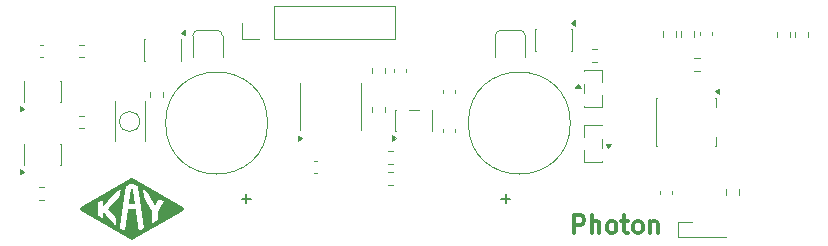
<source format=gbr>
%TF.GenerationSoftware,KiCad,Pcbnew,9.0.6*%
%TF.CreationDate,2026-01-18T22:32:41-05:00*%
%TF.ProjectId,Photon,50686f74-6f6e-42e6-9b69-6361645f7063,1.3*%
%TF.SameCoordinates,Original*%
%TF.FileFunction,Legend,Top*%
%TF.FilePolarity,Positive*%
%FSLAX46Y46*%
G04 Gerber Fmt 4.6, Leading zero omitted, Abs format (unit mm)*
G04 Created by KiCad (PCBNEW 9.0.6) date 2026-01-18 22:32:41*
%MOMM*%
%LPD*%
G01*
G04 APERTURE LIST*
%ADD10C,0.300000*%
%ADD11C,0.150000*%
%ADD12C,0.120000*%
%ADD13C,0.000000*%
G04 APERTURE END LIST*
D10*
X116903510Y-67795828D02*
X116903510Y-66295828D01*
X116903510Y-66295828D02*
X117474939Y-66295828D01*
X117474939Y-66295828D02*
X117617796Y-66367257D01*
X117617796Y-66367257D02*
X117689225Y-66438685D01*
X117689225Y-66438685D02*
X117760653Y-66581542D01*
X117760653Y-66581542D02*
X117760653Y-66795828D01*
X117760653Y-66795828D02*
X117689225Y-66938685D01*
X117689225Y-66938685D02*
X117617796Y-67010114D01*
X117617796Y-67010114D02*
X117474939Y-67081542D01*
X117474939Y-67081542D02*
X116903510Y-67081542D01*
X118403510Y-67795828D02*
X118403510Y-66295828D01*
X119046368Y-67795828D02*
X119046368Y-67010114D01*
X119046368Y-67010114D02*
X118974939Y-66867257D01*
X118974939Y-66867257D02*
X118832082Y-66795828D01*
X118832082Y-66795828D02*
X118617796Y-66795828D01*
X118617796Y-66795828D02*
X118474939Y-66867257D01*
X118474939Y-66867257D02*
X118403510Y-66938685D01*
X119974939Y-67795828D02*
X119832082Y-67724400D01*
X119832082Y-67724400D02*
X119760653Y-67652971D01*
X119760653Y-67652971D02*
X119689225Y-67510114D01*
X119689225Y-67510114D02*
X119689225Y-67081542D01*
X119689225Y-67081542D02*
X119760653Y-66938685D01*
X119760653Y-66938685D02*
X119832082Y-66867257D01*
X119832082Y-66867257D02*
X119974939Y-66795828D01*
X119974939Y-66795828D02*
X120189225Y-66795828D01*
X120189225Y-66795828D02*
X120332082Y-66867257D01*
X120332082Y-66867257D02*
X120403511Y-66938685D01*
X120403511Y-66938685D02*
X120474939Y-67081542D01*
X120474939Y-67081542D02*
X120474939Y-67510114D01*
X120474939Y-67510114D02*
X120403511Y-67652971D01*
X120403511Y-67652971D02*
X120332082Y-67724400D01*
X120332082Y-67724400D02*
X120189225Y-67795828D01*
X120189225Y-67795828D02*
X119974939Y-67795828D01*
X120903511Y-66795828D02*
X121474939Y-66795828D01*
X121117796Y-66295828D02*
X121117796Y-67581542D01*
X121117796Y-67581542D02*
X121189225Y-67724400D01*
X121189225Y-67724400D02*
X121332082Y-67795828D01*
X121332082Y-67795828D02*
X121474939Y-67795828D01*
X122189225Y-67795828D02*
X122046368Y-67724400D01*
X122046368Y-67724400D02*
X121974939Y-67652971D01*
X121974939Y-67652971D02*
X121903511Y-67510114D01*
X121903511Y-67510114D02*
X121903511Y-67081542D01*
X121903511Y-67081542D02*
X121974939Y-66938685D01*
X121974939Y-66938685D02*
X122046368Y-66867257D01*
X122046368Y-66867257D02*
X122189225Y-66795828D01*
X122189225Y-66795828D02*
X122403511Y-66795828D01*
X122403511Y-66795828D02*
X122546368Y-66867257D01*
X122546368Y-66867257D02*
X122617797Y-66938685D01*
X122617797Y-66938685D02*
X122689225Y-67081542D01*
X122689225Y-67081542D02*
X122689225Y-67510114D01*
X122689225Y-67510114D02*
X122617797Y-67652971D01*
X122617797Y-67652971D02*
X122546368Y-67724400D01*
X122546368Y-67724400D02*
X122403511Y-67795828D01*
X122403511Y-67795828D02*
X122189225Y-67795828D01*
X123332082Y-66795828D02*
X123332082Y-67795828D01*
X123332082Y-66938685D02*
X123403511Y-66867257D01*
X123403511Y-66867257D02*
X123546368Y-66795828D01*
X123546368Y-66795828D02*
X123760654Y-66795828D01*
X123760654Y-66795828D02*
X123903511Y-66867257D01*
X123903511Y-66867257D02*
X123974940Y-67010114D01*
X123974940Y-67010114D02*
X123974940Y-67795828D01*
D11*
X111111866Y-65245220D02*
X111111866Y-64483316D01*
X111492819Y-64864268D02*
X110730914Y-64864268D01*
X88745779Y-64897066D02*
X89507684Y-64897066D01*
X89126731Y-65278019D02*
X89126731Y-64516114D01*
D12*
%TO.C,J2*%
X88807000Y-51341000D02*
X88807000Y-49961000D01*
X90187000Y-51341000D02*
X88807000Y-51341000D01*
X91457000Y-48581000D02*
X101727000Y-48581000D01*
X91457000Y-51341000D02*
X91457000Y-48581000D01*
X91457000Y-51341000D02*
X101727000Y-51341000D01*
X101727000Y-51341000D02*
X101727000Y-48581000D01*
%TO.C,C2*%
X105806000Y-55956580D02*
X105806000Y-55675420D01*
X106826000Y-55956580D02*
X106826000Y-55675420D01*
%TO.C,U6*%
X70301000Y-60227000D02*
X70351000Y-60227000D01*
X70301000Y-62047000D02*
X70301000Y-60227000D01*
X70351000Y-62047000D02*
X70301000Y-62047000D01*
X73371000Y-60227000D02*
X73421000Y-60227000D01*
X73421000Y-60227000D02*
X73421000Y-62047000D01*
X73421000Y-62047000D02*
X73371000Y-62047000D01*
X70351000Y-62587000D02*
X70021000Y-62827000D01*
X70021000Y-62347000D01*
X70351000Y-62587000D01*
G36*
X70351000Y-62587000D02*
G01*
X70021000Y-62827000D01*
X70021000Y-62347000D01*
X70351000Y-62587000D01*
G37*
%TO.C,C4*%
X101615000Y-54178580D02*
X101615000Y-53897420D01*
X102635000Y-54178580D02*
X102635000Y-53897420D01*
%TO.C,U5*%
X70301000Y-54893000D02*
X70351000Y-54893000D01*
X70301000Y-56713000D02*
X70301000Y-54893000D01*
X70351000Y-56713000D02*
X70301000Y-56713000D01*
X73371000Y-54893000D02*
X73421000Y-54893000D01*
X73421000Y-54893000D02*
X73421000Y-56713000D01*
X73421000Y-56713000D02*
X73371000Y-56713000D01*
X70351000Y-57253000D02*
X70021000Y-57493000D01*
X70021000Y-57013000D01*
X70351000Y-57253000D01*
G36*
X70351000Y-57253000D02*
G01*
X70021000Y-57493000D01*
X70021000Y-57013000D01*
X70351000Y-57253000D01*
G37*
%TO.C,R9*%
X99824500Y-57102742D02*
X99824500Y-57577258D01*
X100869500Y-57102742D02*
X100869500Y-57577258D01*
D13*
%TO.C,G\u002A\u002A\u002A*%
G36*
X75130700Y-65861050D02*
G01*
X75129450Y-65862300D01*
X75128200Y-65861050D01*
X75129450Y-65859800D01*
X75130700Y-65861050D01*
G37*
G36*
X75260700Y-65963550D02*
G01*
X75259450Y-65964800D01*
X75258200Y-65963550D01*
X75259450Y-65962300D01*
X75260700Y-65963550D01*
G37*
G36*
X75270700Y-65513550D02*
G01*
X75269450Y-65514800D01*
X75268200Y-65513550D01*
X75269450Y-65512300D01*
X75270700Y-65513550D01*
G37*
G36*
X75320700Y-65998550D02*
G01*
X75319450Y-65999800D01*
X75318200Y-65998550D01*
X75319450Y-65997300D01*
X75320700Y-65998550D01*
G37*
G36*
X75383200Y-65448550D02*
G01*
X75381950Y-65449800D01*
X75380700Y-65448550D01*
X75381950Y-65447300D01*
X75383200Y-65448550D01*
G37*
G36*
X75385700Y-66036050D02*
G01*
X75384450Y-66037300D01*
X75383200Y-66036050D01*
X75384450Y-66034800D01*
X75385700Y-66036050D01*
G37*
G36*
X75448200Y-65411050D02*
G01*
X75446950Y-65412300D01*
X75445700Y-65411050D01*
X75446950Y-65409800D01*
X75448200Y-65411050D01*
G37*
G36*
X75498200Y-66101050D02*
G01*
X75496950Y-66102300D01*
X75495700Y-66101050D01*
X75496950Y-66099800D01*
X75498200Y-66101050D01*
G37*
G36*
X75513200Y-65373550D02*
G01*
X75511950Y-65374800D01*
X75510700Y-65373550D01*
X75511950Y-65372300D01*
X75513200Y-65373550D01*
G37*
G36*
X75563200Y-66138550D02*
G01*
X75561950Y-66139800D01*
X75560700Y-66138550D01*
X75561950Y-66137300D01*
X75563200Y-66138550D01*
G37*
G36*
X75625700Y-65308550D02*
G01*
X75624450Y-65309800D01*
X75623200Y-65308550D01*
X75624450Y-65307300D01*
X75625700Y-65308550D01*
G37*
G36*
X75680700Y-66206050D02*
G01*
X75679450Y-66207300D01*
X75678200Y-66206050D01*
X75679450Y-66204800D01*
X75680700Y-66206050D01*
G37*
G36*
X75690700Y-65271050D02*
G01*
X75689450Y-65272300D01*
X75688200Y-65271050D01*
X75689450Y-65269800D01*
X75690700Y-65271050D01*
G37*
G36*
X75740700Y-66241050D02*
G01*
X75739450Y-66242300D01*
X75738200Y-66241050D01*
X75739450Y-66239800D01*
X75740700Y-66241050D01*
G37*
G36*
X75805700Y-66278550D02*
G01*
X75804450Y-66279800D01*
X75803200Y-66278550D01*
X75804450Y-66277300D01*
X75805700Y-66278550D01*
G37*
G36*
X75808200Y-65203550D02*
G01*
X75806950Y-65204800D01*
X75805700Y-65203550D01*
X75806950Y-65202300D01*
X75808200Y-65203550D01*
G37*
G36*
X75868200Y-65168550D02*
G01*
X75866950Y-65169800D01*
X75865700Y-65168550D01*
X75866950Y-65167300D01*
X75868200Y-65168550D01*
G37*
G36*
X75923200Y-66346050D02*
G01*
X75921950Y-66347300D01*
X75920700Y-66346050D01*
X75921950Y-66344800D01*
X75923200Y-66346050D01*
G37*
G36*
X75933200Y-65131050D02*
G01*
X75931950Y-65132300D01*
X75930700Y-65131050D01*
X75931950Y-65129800D01*
X75933200Y-65131050D01*
G37*
G36*
X75983200Y-66381050D02*
G01*
X75981950Y-66382300D01*
X75980700Y-66381050D01*
X75981950Y-66379800D01*
X75983200Y-66381050D01*
G37*
G36*
X76048200Y-66418550D02*
G01*
X76046950Y-66419800D01*
X76045700Y-66418550D01*
X76046950Y-66417300D01*
X76048200Y-66418550D01*
G37*
G36*
X76050700Y-65063550D02*
G01*
X76049450Y-65064800D01*
X76048200Y-65063550D01*
X76049450Y-65062300D01*
X76050700Y-65063550D01*
G37*
G36*
X76110700Y-65028550D02*
G01*
X76109450Y-65029800D01*
X76108200Y-65028550D01*
X76109450Y-65027300D01*
X76110700Y-65028550D01*
G37*
G36*
X76160700Y-66483550D02*
G01*
X76159450Y-66484800D01*
X76158200Y-66483550D01*
X76159450Y-66482300D01*
X76160700Y-66483550D01*
G37*
G36*
X76175700Y-64991050D02*
G01*
X76174450Y-64992300D01*
X76173200Y-64991050D01*
X76174450Y-64989800D01*
X76175700Y-64991050D01*
G37*
G36*
X76225700Y-66521050D02*
G01*
X76224450Y-66522300D01*
X76223200Y-66521050D01*
X76224450Y-66519800D01*
X76225700Y-66521050D01*
G37*
G36*
X76288200Y-64926050D02*
G01*
X76286950Y-64927300D01*
X76285700Y-64926050D01*
X76286950Y-64924800D01*
X76288200Y-64926050D01*
G37*
G36*
X76290700Y-66558550D02*
G01*
X76289450Y-66559800D01*
X76288200Y-66558550D01*
X76289450Y-66557300D01*
X76290700Y-66558550D01*
G37*
G36*
X76353200Y-64888550D02*
G01*
X76351950Y-64889800D01*
X76350700Y-64888550D01*
X76351950Y-64887300D01*
X76353200Y-64888550D01*
G37*
G36*
X76403200Y-66623550D02*
G01*
X76401950Y-66624800D01*
X76400700Y-66623550D01*
X76401950Y-66622300D01*
X76403200Y-66623550D01*
G37*
G36*
X76468200Y-66661050D02*
G01*
X76466950Y-66662300D01*
X76465700Y-66661050D01*
X76466950Y-66659800D01*
X76468200Y-66661050D01*
G37*
G36*
X76530700Y-64786050D02*
G01*
X76529450Y-64787300D01*
X76528200Y-64786050D01*
X76529450Y-64784800D01*
X76530700Y-64786050D01*
G37*
G36*
X76565700Y-66283550D02*
G01*
X76564450Y-66284800D01*
X76563200Y-66283550D01*
X76564450Y-66282300D01*
X76565700Y-66283550D01*
G37*
G36*
X76568200Y-66288550D02*
G01*
X76566950Y-66289800D01*
X76565700Y-66288550D01*
X76566950Y-66287300D01*
X76568200Y-66288550D01*
G37*
G36*
X76578200Y-66298550D02*
G01*
X76576950Y-66299800D01*
X76575700Y-66298550D01*
X76576950Y-66297300D01*
X76578200Y-66298550D01*
G37*
G36*
X76580700Y-65213550D02*
G01*
X76579450Y-65214800D01*
X76578200Y-65213550D01*
X76579450Y-65212300D01*
X76580700Y-65213550D01*
G37*
G36*
X76585700Y-66728550D02*
G01*
X76584450Y-66729800D01*
X76583200Y-66728550D01*
X76584450Y-66727300D01*
X76585700Y-66728550D01*
G37*
G36*
X76590700Y-66306050D02*
G01*
X76589450Y-66307300D01*
X76588200Y-66306050D01*
X76589450Y-66304800D01*
X76590700Y-66306050D01*
G37*
G36*
X76593200Y-65206050D02*
G01*
X76591950Y-65207300D01*
X76590700Y-65206050D01*
X76591950Y-65204800D01*
X76593200Y-65206050D01*
G37*
G36*
X76595700Y-64748550D02*
G01*
X76594450Y-64749800D01*
X76593200Y-64748550D01*
X76594450Y-64747300D01*
X76595700Y-64748550D01*
G37*
G36*
X76603200Y-66313550D02*
G01*
X76601950Y-66314800D01*
X76600700Y-66313550D01*
X76601950Y-66312300D01*
X76603200Y-66313550D01*
G37*
G36*
X76610700Y-65196050D02*
G01*
X76609450Y-65197300D01*
X76608200Y-65196050D01*
X76609450Y-65194800D01*
X76610700Y-65196050D01*
G37*
G36*
X76620700Y-66323550D02*
G01*
X76619450Y-66324800D01*
X76618200Y-66323550D01*
X76619450Y-66322300D01*
X76620700Y-66323550D01*
G37*
G36*
X76623200Y-65188550D02*
G01*
X76621950Y-65189800D01*
X76620700Y-65188550D01*
X76621950Y-65187300D01*
X76623200Y-65188550D01*
G37*
G36*
X76638200Y-66333550D02*
G01*
X76636950Y-66334800D01*
X76635700Y-66333550D01*
X76636950Y-66332300D01*
X76638200Y-66333550D01*
G37*
G36*
X76645700Y-66763550D02*
G01*
X76644450Y-66764800D01*
X76643200Y-66763550D01*
X76644450Y-66762300D01*
X76645700Y-66763550D01*
G37*
G36*
X76650700Y-66341050D02*
G01*
X76649450Y-66342300D01*
X76648200Y-66341050D01*
X76649450Y-66339800D01*
X76650700Y-66341050D01*
G37*
G36*
X76658200Y-65168550D02*
G01*
X76656950Y-65169800D01*
X76655700Y-65168550D01*
X76656950Y-65167300D01*
X76658200Y-65168550D01*
G37*
G36*
X76668200Y-66351050D02*
G01*
X76666950Y-66352300D01*
X76665700Y-66351050D01*
X76666950Y-66349800D01*
X76668200Y-66351050D01*
G37*
G36*
X76675700Y-65158550D02*
G01*
X76674450Y-65159800D01*
X76673200Y-65158550D01*
X76674450Y-65157300D01*
X76675700Y-65158550D01*
G37*
G36*
X76685700Y-66361050D02*
G01*
X76684450Y-66362300D01*
X76683200Y-66361050D01*
X76684450Y-66359800D01*
X76685700Y-66361050D01*
G37*
G36*
X76688200Y-65151050D02*
G01*
X76686950Y-65152300D01*
X76685700Y-65151050D01*
X76686950Y-65149800D01*
X76688200Y-65151050D01*
G37*
G36*
X76703200Y-66371050D02*
G01*
X76701950Y-66372300D01*
X76700700Y-66371050D01*
X76701950Y-66369800D01*
X76703200Y-66371050D01*
G37*
G36*
X76705700Y-65141050D02*
G01*
X76704450Y-65142300D01*
X76703200Y-65141050D01*
X76704450Y-65139800D01*
X76705700Y-65141050D01*
G37*
G36*
X76710700Y-66801050D02*
G01*
X76709450Y-66802300D01*
X76708200Y-66801050D01*
X76709450Y-66799800D01*
X76710700Y-66801050D01*
G37*
G36*
X76713200Y-64681050D02*
G01*
X76711950Y-64682300D01*
X76710700Y-64681050D01*
X76711950Y-64679800D01*
X76713200Y-64681050D01*
G37*
G36*
X76715700Y-66378550D02*
G01*
X76714450Y-66379800D01*
X76713200Y-66378550D01*
X76714450Y-66377300D01*
X76715700Y-66378550D01*
G37*
G36*
X76723200Y-65131050D02*
G01*
X76721950Y-65132300D01*
X76720700Y-65131050D01*
X76721950Y-65129800D01*
X76723200Y-65131050D01*
G37*
G36*
X76735700Y-65123550D02*
G01*
X76734450Y-65124800D01*
X76733200Y-65123550D01*
X76734450Y-65122300D01*
X76735700Y-65123550D01*
G37*
G36*
X76750700Y-66398550D02*
G01*
X76749450Y-66399800D01*
X76748200Y-66398550D01*
X76749450Y-66397300D01*
X76750700Y-66398550D01*
G37*
G36*
X76753200Y-65113550D02*
G01*
X76751950Y-65114800D01*
X76750700Y-65113550D01*
X76751950Y-65112300D01*
X76753200Y-65113550D01*
G37*
G36*
X76768200Y-66408550D02*
G01*
X76766950Y-66409800D01*
X76765700Y-66408550D01*
X76766950Y-66407300D01*
X76768200Y-66408550D01*
G37*
G36*
X76770700Y-65103550D02*
G01*
X76769450Y-65104800D01*
X76768200Y-65103550D01*
X76769450Y-65102300D01*
X76770700Y-65103550D01*
G37*
G36*
X76773200Y-64646050D02*
G01*
X76771950Y-64647300D01*
X76770700Y-64646050D01*
X76771950Y-64644800D01*
X76773200Y-64646050D01*
G37*
G36*
X76780700Y-66416050D02*
G01*
X76779450Y-66417300D01*
X76778200Y-66416050D01*
X76779450Y-66414800D01*
X76780700Y-66416050D01*
G37*
G36*
X76788200Y-65093550D02*
G01*
X76786950Y-65094800D01*
X76785700Y-65093550D01*
X76786950Y-65092300D01*
X76788200Y-65093550D01*
G37*
G36*
X76798200Y-66426050D02*
G01*
X76796950Y-66427300D01*
X76795700Y-66426050D01*
X76796950Y-66424800D01*
X76798200Y-66426050D01*
G37*
G36*
X76800700Y-65086050D02*
G01*
X76799450Y-65087300D01*
X76798200Y-65086050D01*
X76799450Y-65084800D01*
X76800700Y-65086050D01*
G37*
G36*
X76815700Y-66436050D02*
G01*
X76814450Y-66437300D01*
X76813200Y-66436050D01*
X76814450Y-66434800D01*
X76815700Y-66436050D01*
G37*
G36*
X76818200Y-65076050D02*
G01*
X76816950Y-65077300D01*
X76815700Y-65076050D01*
X76816950Y-65074800D01*
X76818200Y-65076050D01*
G37*
G36*
X76828200Y-66443550D02*
G01*
X76826950Y-66444800D01*
X76825700Y-66443550D01*
X76826950Y-66442300D01*
X76828200Y-66443550D01*
G37*
G36*
X76828200Y-66868550D02*
G01*
X76826950Y-66869800D01*
X76825700Y-66868550D01*
X76826950Y-66867300D01*
X76828200Y-66868550D01*
G37*
G36*
X76835700Y-65066050D02*
G01*
X76834450Y-65067300D01*
X76833200Y-65066050D01*
X76834450Y-65064800D01*
X76835700Y-65066050D01*
G37*
G36*
X76838200Y-64608550D02*
G01*
X76836950Y-64609800D01*
X76835700Y-64608550D01*
X76836950Y-64607300D01*
X76838200Y-64608550D01*
G37*
G36*
X76845700Y-66453550D02*
G01*
X76844450Y-66454800D01*
X76843200Y-66453550D01*
X76844450Y-66452300D01*
X76845700Y-66453550D01*
G37*
G36*
X76853200Y-65056050D02*
G01*
X76851950Y-65057300D01*
X76850700Y-65056050D01*
X76851950Y-65054800D01*
X76853200Y-65056050D01*
G37*
G36*
X76863200Y-66463550D02*
G01*
X76861950Y-66464800D01*
X76860700Y-66463550D01*
X76861950Y-66462300D01*
X76863200Y-66463550D01*
G37*
G36*
X76865700Y-65048550D02*
G01*
X76864450Y-65049800D01*
X76863200Y-65048550D01*
X76864450Y-65047300D01*
X76865700Y-65048550D01*
G37*
G36*
X76880700Y-66473550D02*
G01*
X76879450Y-66474800D01*
X76878200Y-66473550D01*
X76879450Y-66472300D01*
X76880700Y-66473550D01*
G37*
G36*
X76888200Y-66903550D02*
G01*
X76886950Y-66904800D01*
X76885700Y-66903550D01*
X76886950Y-66902300D01*
X76888200Y-66903550D01*
G37*
G36*
X76893200Y-66481050D02*
G01*
X76891950Y-66482300D01*
X76890700Y-66481050D01*
X76891950Y-66479800D01*
X76893200Y-66481050D01*
G37*
G36*
X76900700Y-65028550D02*
G01*
X76899450Y-65029800D01*
X76898200Y-65028550D01*
X76899450Y-65027300D01*
X76900700Y-65028550D01*
G37*
G36*
X76910700Y-66491050D02*
G01*
X76909450Y-66492300D01*
X76908200Y-66491050D01*
X76909450Y-66489800D01*
X76910700Y-66491050D01*
G37*
G36*
X76918200Y-65018550D02*
G01*
X76916950Y-65019800D01*
X76915700Y-65018550D01*
X76916950Y-65017300D01*
X76918200Y-65018550D01*
G37*
G36*
X76928200Y-66501050D02*
G01*
X76926950Y-66502300D01*
X76925700Y-66501050D01*
X76926950Y-66499800D01*
X76928200Y-66501050D01*
G37*
G36*
X76930700Y-65011050D02*
G01*
X76929450Y-65012300D01*
X76928200Y-65011050D01*
X76929450Y-65009800D01*
X76930700Y-65011050D01*
G37*
G36*
X76945700Y-66511050D02*
G01*
X76944450Y-66512300D01*
X76943200Y-66511050D01*
X76944450Y-66509800D01*
X76945700Y-66511050D01*
G37*
G36*
X76948200Y-65001050D02*
G01*
X76946950Y-65002300D01*
X76945700Y-65001050D01*
X76946950Y-64999800D01*
X76948200Y-65001050D01*
G37*
G36*
X76953200Y-66941050D02*
G01*
X76951950Y-66942300D01*
X76950700Y-66941050D01*
X76951950Y-66939800D01*
X76953200Y-66941050D01*
G37*
G36*
X76955700Y-64541050D02*
G01*
X76954450Y-64542300D01*
X76953200Y-64541050D01*
X76954450Y-64539800D01*
X76955700Y-64541050D01*
G37*
G36*
X77003200Y-66513550D02*
G01*
X77001950Y-66514800D01*
X77000700Y-66513550D01*
X77001950Y-66512300D01*
X77003200Y-66513550D01*
G37*
G36*
X77013200Y-66503550D02*
G01*
X77011950Y-66504800D01*
X77010700Y-66503550D01*
X77011950Y-66502300D01*
X77013200Y-66503550D01*
G37*
G36*
X77015700Y-64506050D02*
G01*
X77014450Y-64507300D01*
X77013200Y-64506050D01*
X77014450Y-64504800D01*
X77015700Y-64506050D01*
G37*
G36*
X77028200Y-65436050D02*
G01*
X77026950Y-65437300D01*
X77025700Y-65436050D01*
X77026950Y-65434800D01*
X77028200Y-65436050D01*
G37*
G36*
X77065700Y-67006050D02*
G01*
X77064450Y-67007300D01*
X77063200Y-67006050D01*
X77064450Y-67004800D01*
X77065700Y-67006050D01*
G37*
G36*
X77080700Y-64468550D02*
G01*
X77079450Y-64469800D01*
X77078200Y-64468550D01*
X77079450Y-64467300D01*
X77080700Y-64468550D01*
G37*
G36*
X77130700Y-67043550D02*
G01*
X77129450Y-67044800D01*
X77128200Y-67043550D01*
X77129450Y-67042300D01*
X77130700Y-67043550D01*
G37*
G36*
X77193200Y-64403550D02*
G01*
X77191950Y-64404800D01*
X77190700Y-64403550D01*
X77191950Y-64402300D01*
X77193200Y-64403550D01*
G37*
G36*
X77248200Y-67111050D02*
G01*
X77246950Y-67112300D01*
X77245700Y-67111050D01*
X77246950Y-67109800D01*
X77248200Y-67111050D01*
G37*
G36*
X77258200Y-64366050D02*
G01*
X77256950Y-64367300D01*
X77255700Y-64366050D01*
X77256950Y-64364800D01*
X77258200Y-64366050D01*
G37*
G36*
X77308200Y-67146050D02*
G01*
X77306950Y-67147300D01*
X77305700Y-67146050D01*
X77306950Y-67144800D01*
X77308200Y-67146050D01*
G37*
G36*
X77373200Y-67183550D02*
G01*
X77371950Y-67184800D01*
X77370700Y-67183550D01*
X77371950Y-67182300D01*
X77373200Y-67183550D01*
G37*
G36*
X77435700Y-64263550D02*
G01*
X77434450Y-64264800D01*
X77433200Y-64263550D01*
X77434450Y-64262300D01*
X77435700Y-64263550D01*
G37*
G36*
X77455700Y-65781050D02*
G01*
X77454450Y-65782300D01*
X77453200Y-65781050D01*
X77454450Y-65779800D01*
X77455700Y-65781050D01*
G37*
G36*
X77490700Y-67251050D02*
G01*
X77489450Y-67252300D01*
X77488200Y-67251050D01*
X77489450Y-67249800D01*
X77490700Y-67251050D01*
G37*
G36*
X77500700Y-64226050D02*
G01*
X77499450Y-64227300D01*
X77498200Y-64226050D01*
X77499450Y-64224800D01*
X77500700Y-64226050D01*
G37*
G36*
X77550700Y-67286050D02*
G01*
X77549450Y-67287300D01*
X77548200Y-67286050D01*
X77549450Y-67284800D01*
X77550700Y-67286050D01*
G37*
G36*
X77615700Y-67323550D02*
G01*
X77614450Y-67324800D01*
X77613200Y-67323550D01*
X77614450Y-67322300D01*
X77615700Y-67323550D01*
G37*
G36*
X77618200Y-64158550D02*
G01*
X77616950Y-64159800D01*
X77615700Y-64158550D01*
X77616950Y-64157300D01*
X77618200Y-64158550D01*
G37*
G36*
X77678200Y-64123550D02*
G01*
X77676950Y-64124800D01*
X77675700Y-64123550D01*
X77676950Y-64122300D01*
X77678200Y-64123550D01*
G37*
G36*
X77728200Y-67388550D02*
G01*
X77726950Y-67389800D01*
X77725700Y-67388550D01*
X77726950Y-67387300D01*
X77728200Y-67388550D01*
G37*
G36*
X77743200Y-64086050D02*
G01*
X77741950Y-64087300D01*
X77740700Y-64086050D01*
X77741950Y-64084800D01*
X77743200Y-64086050D01*
G37*
G36*
X77793200Y-67426050D02*
G01*
X77791950Y-67427300D01*
X77790700Y-67426050D01*
X77791950Y-67424800D01*
X77793200Y-67426050D01*
G37*
G36*
X77858200Y-67463550D02*
G01*
X77856950Y-67464800D01*
X77855700Y-67463550D01*
X77856950Y-67462300D01*
X77858200Y-67463550D01*
G37*
G36*
X77860700Y-64018550D02*
G01*
X77859450Y-64019800D01*
X77858200Y-64018550D01*
X77859450Y-64017300D01*
X77860700Y-64018550D01*
G37*
G36*
X77920700Y-63983550D02*
G01*
X77919450Y-63984800D01*
X77918200Y-63983550D01*
X77919450Y-63982300D01*
X77920700Y-63983550D01*
G37*
G36*
X77970700Y-67528550D02*
G01*
X77969450Y-67529800D01*
X77968200Y-67528550D01*
X77969450Y-67527300D01*
X77970700Y-67528550D01*
G37*
G36*
X77985700Y-63946050D02*
G01*
X77984450Y-63947300D01*
X77983200Y-63946050D01*
X77984450Y-63944800D01*
X77985700Y-63946050D01*
G37*
G36*
X78035700Y-67566050D02*
G01*
X78034450Y-67567300D01*
X78033200Y-67566050D01*
X78034450Y-67564800D01*
X78035700Y-67566050D01*
G37*
G36*
X78098200Y-63881050D02*
G01*
X78096950Y-63882300D01*
X78095700Y-63881050D01*
X78096950Y-63879800D01*
X78098200Y-63881050D01*
G37*
G36*
X78113200Y-64328550D02*
G01*
X78111950Y-64329800D01*
X78110700Y-64328550D01*
X78111950Y-64327300D01*
X78113200Y-64328550D01*
G37*
G36*
X78125700Y-64321050D02*
G01*
X78124450Y-64322300D01*
X78123200Y-64321050D01*
X78124450Y-64319800D01*
X78125700Y-64321050D01*
G37*
G36*
X78140700Y-66551050D02*
G01*
X78139450Y-66552300D01*
X78138200Y-66551050D01*
X78139450Y-66549800D01*
X78140700Y-66551050D01*
G37*
G36*
X78143200Y-64311050D02*
G01*
X78141950Y-64312300D01*
X78140700Y-64311050D01*
X78141950Y-64309800D01*
X78143200Y-64311050D01*
G37*
G36*
X78153200Y-67633550D02*
G01*
X78151950Y-67634800D01*
X78150700Y-67633550D01*
X78151950Y-67632300D01*
X78153200Y-67633550D01*
G37*
G36*
X78160700Y-64301050D02*
G01*
X78159450Y-64302300D01*
X78158200Y-64301050D01*
X78159450Y-64299800D01*
X78160700Y-64301050D01*
G37*
G36*
X78163200Y-63843550D02*
G01*
X78161950Y-63844800D01*
X78160700Y-63843550D01*
X78161950Y-63842300D01*
X78163200Y-63843550D01*
G37*
G36*
X78178200Y-64291050D02*
G01*
X78176950Y-64292300D01*
X78175700Y-64291050D01*
X78176950Y-64289800D01*
X78178200Y-64291050D01*
G37*
G36*
X78190700Y-64283550D02*
G01*
X78189450Y-64284800D01*
X78188200Y-64283550D01*
X78189450Y-64282300D01*
X78190700Y-64283550D01*
G37*
G36*
X78213200Y-67668550D02*
G01*
X78211950Y-67669800D01*
X78210700Y-67668550D01*
X78211950Y-67667300D01*
X78213200Y-67668550D01*
G37*
G36*
X78225700Y-64263550D02*
G01*
X78224450Y-64264800D01*
X78223200Y-64263550D01*
X78224450Y-64262300D01*
X78225700Y-64263550D01*
G37*
G36*
X78243200Y-64253550D02*
G01*
X78241950Y-64254800D01*
X78240700Y-64253550D01*
X78241950Y-64252300D01*
X78243200Y-64253550D01*
G37*
G36*
X78255700Y-64246050D02*
G01*
X78254450Y-64247300D01*
X78253200Y-64246050D01*
X78254450Y-64244800D01*
X78255700Y-64246050D01*
G37*
G36*
X78273200Y-64236050D02*
G01*
X78271950Y-64237300D01*
X78270700Y-64236050D01*
X78271950Y-64234800D01*
X78273200Y-64236050D01*
G37*
G36*
X78278200Y-67706050D02*
G01*
X78276950Y-67707300D01*
X78275700Y-67706050D01*
X78276950Y-67704800D01*
X78278200Y-67706050D01*
G37*
G36*
X78280700Y-63776050D02*
G01*
X78279450Y-63777300D01*
X78278200Y-63776050D01*
X78279450Y-63774800D01*
X78280700Y-63776050D01*
G37*
G36*
X78290700Y-64226050D02*
G01*
X78289450Y-64227300D01*
X78288200Y-64226050D01*
X78289450Y-64224800D01*
X78290700Y-64226050D01*
G37*
G36*
X78303200Y-64218550D02*
G01*
X78301950Y-64219800D01*
X78300700Y-64218550D01*
X78301950Y-64217300D01*
X78303200Y-64218550D01*
G37*
G36*
X78320700Y-64208550D02*
G01*
X78319450Y-64209800D01*
X78318200Y-64208550D01*
X78319450Y-64207300D01*
X78320700Y-64208550D01*
G37*
G36*
X78338200Y-64198550D02*
G01*
X78336950Y-64199800D01*
X78335700Y-64198550D01*
X78336950Y-64197300D01*
X78338200Y-64198550D01*
G37*
G36*
X78340700Y-63741050D02*
G01*
X78339450Y-63742300D01*
X78338200Y-63741050D01*
X78339450Y-63739800D01*
X78340700Y-63741050D01*
G37*
G36*
X78355700Y-64188550D02*
G01*
X78354450Y-64189800D01*
X78353200Y-64188550D01*
X78354450Y-64187300D01*
X78355700Y-64188550D01*
G37*
G36*
X78368200Y-64181050D02*
G01*
X78366950Y-64182300D01*
X78365700Y-64181050D01*
X78366950Y-64179800D01*
X78368200Y-64181050D01*
G37*
G36*
X78395700Y-67773550D02*
G01*
X78394450Y-67774800D01*
X78393200Y-67773550D01*
X78394450Y-67772300D01*
X78395700Y-67773550D01*
G37*
G36*
X78403200Y-64161050D02*
G01*
X78401950Y-64162300D01*
X78400700Y-64161050D01*
X78401950Y-64159800D01*
X78403200Y-64161050D01*
G37*
G36*
X78405700Y-63703550D02*
G01*
X78404450Y-63704800D01*
X78403200Y-63703550D01*
X78404450Y-63702300D01*
X78405700Y-63703550D01*
G37*
G36*
X78420700Y-64151050D02*
G01*
X78419450Y-64152300D01*
X78418200Y-64151050D01*
X78419450Y-64149800D01*
X78420700Y-64151050D01*
G37*
G36*
X78445700Y-67373550D02*
G01*
X78444450Y-67374800D01*
X78443200Y-67373550D01*
X78444450Y-67372300D01*
X78445700Y-67373550D01*
G37*
G36*
X78455700Y-67808550D02*
G01*
X78454450Y-67809800D01*
X78453200Y-67808550D01*
X78454450Y-67807300D01*
X78455700Y-67808550D01*
G37*
G36*
X78460700Y-67386050D02*
G01*
X78459450Y-67387300D01*
X78458200Y-67386050D01*
X78459450Y-67384800D01*
X78460700Y-67386050D01*
G37*
G36*
X78478200Y-64148550D02*
G01*
X78476950Y-64149800D01*
X78475700Y-64148550D01*
X78476950Y-64147300D01*
X78478200Y-64148550D01*
G37*
G36*
X78478200Y-67396050D02*
G01*
X78476950Y-67397300D01*
X78475700Y-67396050D01*
X78476950Y-67394800D01*
X78478200Y-67396050D01*
G37*
G36*
X78488200Y-64158550D02*
G01*
X78486950Y-64159800D01*
X78485700Y-64158550D01*
X78486950Y-64157300D01*
X78488200Y-64158550D01*
G37*
G36*
X78490700Y-64163550D02*
G01*
X78489450Y-64164800D01*
X78488200Y-64163550D01*
X78489450Y-64162300D01*
X78490700Y-64163550D01*
G37*
G36*
X78495700Y-67406050D02*
G01*
X78494450Y-67407300D01*
X78493200Y-67406050D01*
X78494450Y-67404800D01*
X78495700Y-67406050D01*
G37*
G36*
X78513200Y-67416050D02*
G01*
X78511950Y-67417300D01*
X78510700Y-67416050D01*
X78511950Y-67414800D01*
X78513200Y-67416050D01*
G37*
G36*
X78520700Y-67846050D02*
G01*
X78519450Y-67847300D01*
X78518200Y-67846050D01*
X78519450Y-67844800D01*
X78520700Y-67846050D01*
G37*
G36*
X78523200Y-63636050D02*
G01*
X78521950Y-63637300D01*
X78520700Y-63636050D01*
X78521950Y-63634800D01*
X78523200Y-63636050D01*
G37*
G36*
X78525700Y-67423550D02*
G01*
X78524450Y-67424800D01*
X78523200Y-67423550D01*
X78524450Y-67422300D01*
X78525700Y-67423550D01*
G37*
G36*
X78560700Y-67443550D02*
G01*
X78559450Y-67444800D01*
X78558200Y-67443550D01*
X78559450Y-67442300D01*
X78560700Y-67443550D01*
G37*
G36*
X78578200Y-67453550D02*
G01*
X78576950Y-67454800D01*
X78575700Y-67453550D01*
X78576950Y-67452300D01*
X78578200Y-67453550D01*
G37*
G36*
X78583200Y-63601050D02*
G01*
X78581950Y-63602300D01*
X78580700Y-63601050D01*
X78581950Y-63599800D01*
X78583200Y-63601050D01*
G37*
G36*
X78590700Y-67461050D02*
G01*
X78589450Y-67462300D01*
X78588200Y-67461050D01*
X78589450Y-67459800D01*
X78590700Y-67461050D01*
G37*
G36*
X78608200Y-67471050D02*
G01*
X78606950Y-67472300D01*
X78605700Y-67471050D01*
X78606950Y-67469800D01*
X78608200Y-67471050D01*
G37*
G36*
X78625700Y-67481050D02*
G01*
X78624450Y-67482300D01*
X78623200Y-67481050D01*
X78624450Y-67479800D01*
X78625700Y-67481050D01*
G37*
G36*
X78633200Y-67911050D02*
G01*
X78631950Y-67912300D01*
X78630700Y-67911050D01*
X78631950Y-67909800D01*
X78633200Y-67911050D01*
G37*
G36*
X78643200Y-67491050D02*
G01*
X78641950Y-67492300D01*
X78640700Y-67491050D01*
X78641950Y-67489800D01*
X78643200Y-67491050D01*
G37*
G36*
X78648200Y-63563550D02*
G01*
X78646950Y-63564800D01*
X78645700Y-63563550D01*
X78646950Y-63562300D01*
X78648200Y-63563550D01*
G37*
G36*
X78655700Y-67498550D02*
G01*
X78654450Y-67499800D01*
X78653200Y-67498550D01*
X78654450Y-67497300D01*
X78655700Y-67498550D01*
G37*
G36*
X78673200Y-67508550D02*
G01*
X78671950Y-67509800D01*
X78670700Y-67508550D01*
X78671950Y-67507300D01*
X78673200Y-67508550D01*
G37*
G36*
X78690700Y-67518550D02*
G01*
X78689450Y-67519800D01*
X78688200Y-67518550D01*
X78689450Y-67517300D01*
X78690700Y-67518550D01*
G37*
G36*
X78698200Y-67948550D02*
G01*
X78696950Y-67949800D01*
X78695700Y-67948550D01*
X78696950Y-67947300D01*
X78698200Y-67948550D01*
G37*
G36*
X78703200Y-67526050D02*
G01*
X78701950Y-67527300D01*
X78700700Y-67526050D01*
X78701950Y-67524800D01*
X78703200Y-67526050D01*
G37*
G36*
X78720700Y-67536050D02*
G01*
X78719450Y-67537300D01*
X78718200Y-67536050D01*
X78719450Y-67534800D01*
X78720700Y-67536050D01*
G37*
G36*
X78738200Y-67546050D02*
G01*
X78736950Y-67547300D01*
X78735700Y-67546050D01*
X78736950Y-67544800D01*
X78738200Y-67546050D01*
G37*
G36*
X78755700Y-67556050D02*
G01*
X78754450Y-67557300D01*
X78753200Y-67556050D01*
X78754450Y-67554800D01*
X78755700Y-67556050D01*
G37*
G36*
X78765700Y-63496050D02*
G01*
X78764450Y-63497300D01*
X78763200Y-63496050D01*
X78764450Y-63494800D01*
X78765700Y-63496050D01*
G37*
G36*
X78768200Y-67563550D02*
G01*
X78766950Y-67564800D01*
X78765700Y-67563550D01*
X78766950Y-67562300D01*
X78768200Y-67563550D01*
G37*
G36*
X78803200Y-67583550D02*
G01*
X78801950Y-67584800D01*
X78800700Y-67583550D01*
X78801950Y-67582300D01*
X78803200Y-67583550D01*
G37*
G36*
X78808200Y-67586050D02*
G01*
X78806950Y-67587300D01*
X78805700Y-67586050D01*
X78806950Y-67584800D01*
X78808200Y-67586050D01*
G37*
G36*
X78815700Y-68016050D02*
G01*
X78814450Y-68017300D01*
X78813200Y-68016050D01*
X78814450Y-68014800D01*
X78815700Y-68016050D01*
G37*
G36*
X78825700Y-63461050D02*
G01*
X78824450Y-63462300D01*
X78823200Y-63461050D01*
X78824450Y-63459800D01*
X78825700Y-63461050D01*
G37*
G36*
X78865700Y-67568550D02*
G01*
X78864450Y-67569800D01*
X78863200Y-67568550D01*
X78864450Y-67567300D01*
X78865700Y-67568550D01*
G37*
G36*
X78875700Y-68051050D02*
G01*
X78874450Y-68052300D01*
X78873200Y-68051050D01*
X78874450Y-68049800D01*
X78875700Y-68051050D01*
G37*
G36*
X78890700Y-63423550D02*
G01*
X78889450Y-63424800D01*
X78888200Y-63423550D01*
X78889450Y-63422300D01*
X78890700Y-63423550D01*
G37*
G36*
X78940700Y-68088550D02*
G01*
X78939450Y-68089800D01*
X78938200Y-68088550D01*
X78939450Y-68087300D01*
X78940700Y-68088550D01*
G37*
G36*
X78945700Y-63856050D02*
G01*
X78944450Y-63857300D01*
X78943200Y-63856050D01*
X78944450Y-63854800D01*
X78945700Y-63856050D01*
G37*
G36*
X78958200Y-63841050D02*
G01*
X78956950Y-63842300D01*
X78955700Y-63841050D01*
X78956950Y-63839800D01*
X78958200Y-63841050D01*
G37*
G36*
X78970700Y-63833550D02*
G01*
X78969450Y-63834800D01*
X78968200Y-63833550D01*
X78969450Y-63832300D01*
X78970700Y-63833550D01*
G37*
G36*
X78983200Y-63826050D02*
G01*
X78981950Y-63827300D01*
X78980700Y-63826050D01*
X78981950Y-63824800D01*
X78983200Y-63826050D01*
G37*
G36*
X79000700Y-63816050D02*
G01*
X78999450Y-63817300D01*
X78998200Y-63816050D01*
X78999450Y-63814800D01*
X79000700Y-63816050D01*
G37*
G36*
X79003200Y-63358550D02*
G01*
X79001950Y-63359800D01*
X79000700Y-63358550D01*
X79001950Y-63357300D01*
X79003200Y-63358550D01*
G37*
G36*
X79018200Y-63806050D02*
G01*
X79016950Y-63807300D01*
X79015700Y-63806050D01*
X79016950Y-63804800D01*
X79018200Y-63806050D01*
G37*
G36*
X79030700Y-63798550D02*
G01*
X79029450Y-63799800D01*
X79028200Y-63798550D01*
X79029450Y-63797300D01*
X79030700Y-63798550D01*
G37*
G36*
X79048200Y-63788550D02*
G01*
X79046950Y-63789800D01*
X79045700Y-63788550D01*
X79046950Y-63787300D01*
X79048200Y-63788550D01*
G37*
G36*
X79058200Y-68156050D02*
G01*
X79056950Y-68157300D01*
X79055700Y-68156050D01*
X79056950Y-68154800D01*
X79058200Y-68156050D01*
G37*
G36*
X79065700Y-63778550D02*
G01*
X79064450Y-63779800D01*
X79063200Y-63778550D01*
X79064450Y-63777300D01*
X79065700Y-63778550D01*
G37*
G36*
X79068200Y-63321050D02*
G01*
X79066950Y-63322300D01*
X79065700Y-63321050D01*
X79066950Y-63319800D01*
X79068200Y-63321050D01*
G37*
G36*
X79083200Y-63768550D02*
G01*
X79081950Y-63769800D01*
X79080700Y-63768550D01*
X79081950Y-63767300D01*
X79083200Y-63768550D01*
G37*
G36*
X79095700Y-63761050D02*
G01*
X79094450Y-63762300D01*
X79093200Y-63761050D01*
X79094450Y-63759800D01*
X79095700Y-63761050D01*
G37*
G36*
X79118200Y-68191050D02*
G01*
X79116950Y-68192300D01*
X79115700Y-68191050D01*
X79116950Y-68189800D01*
X79118200Y-68191050D01*
G37*
G36*
X79130700Y-63741050D02*
G01*
X79129450Y-63742300D01*
X79128200Y-63741050D01*
X79129450Y-63739800D01*
X79130700Y-63741050D01*
G37*
G36*
X79148200Y-63731050D02*
G01*
X79146950Y-63732300D01*
X79145700Y-63731050D01*
X79146950Y-63729800D01*
X79148200Y-63731050D01*
G37*
G36*
X79160700Y-63723550D02*
G01*
X79159450Y-63724800D01*
X79158200Y-63723550D01*
X79159450Y-63722300D01*
X79160700Y-63723550D01*
G37*
G36*
X79178200Y-63713550D02*
G01*
X79176950Y-63714800D01*
X79175700Y-63713550D01*
X79176950Y-63712300D01*
X79178200Y-63713550D01*
G37*
G36*
X79183200Y-68228550D02*
G01*
X79181950Y-68229800D01*
X79180700Y-68228550D01*
X79181950Y-68227300D01*
X79183200Y-68228550D01*
G37*
G36*
X79185700Y-63253550D02*
G01*
X79184450Y-63254800D01*
X79183200Y-63253550D01*
X79184450Y-63252300D01*
X79185700Y-63253550D01*
G37*
G36*
X79195700Y-63703550D02*
G01*
X79194450Y-63704800D01*
X79193200Y-63703550D01*
X79194450Y-63702300D01*
X79195700Y-63703550D01*
G37*
G36*
X79208200Y-63696050D02*
G01*
X79206950Y-63697300D01*
X79205700Y-63696050D01*
X79206950Y-63694800D01*
X79208200Y-63696050D01*
G37*
G36*
X79213200Y-65276050D02*
G01*
X79211950Y-65277300D01*
X79210700Y-65276050D01*
X79211950Y-65274800D01*
X79213200Y-65276050D01*
G37*
G36*
X79225700Y-63686050D02*
G01*
X79224450Y-63687300D01*
X79223200Y-63686050D01*
X79224450Y-63684800D01*
X79225700Y-63686050D01*
G37*
G36*
X79243200Y-63676050D02*
G01*
X79241950Y-63677300D01*
X79240700Y-63676050D01*
X79241950Y-63674800D01*
X79243200Y-63676050D01*
G37*
G36*
X79245700Y-63218550D02*
G01*
X79244450Y-63219800D01*
X79243200Y-63218550D01*
X79244450Y-63217300D01*
X79245700Y-63218550D01*
G37*
G36*
X79260700Y-63666050D02*
G01*
X79259450Y-63667300D01*
X79258200Y-63666050D01*
X79259450Y-63664800D01*
X79260700Y-63666050D01*
G37*
G36*
X79273200Y-63658550D02*
G01*
X79271950Y-63659800D01*
X79270700Y-63658550D01*
X79271950Y-63657300D01*
X79273200Y-63658550D01*
G37*
G36*
X79295700Y-68293550D02*
G01*
X79294450Y-68294800D01*
X79293200Y-68293550D01*
X79294450Y-68292300D01*
X79295700Y-68293550D01*
G37*
G36*
X79308200Y-63638550D02*
G01*
X79306950Y-63639800D01*
X79305700Y-63638550D01*
X79306950Y-63637300D01*
X79308200Y-63638550D01*
G37*
G36*
X79310700Y-63181050D02*
G01*
X79309450Y-63182300D01*
X79308200Y-63181050D01*
X79309450Y-63179800D01*
X79310700Y-63181050D01*
G37*
G36*
X79325700Y-63628550D02*
G01*
X79324450Y-63629800D01*
X79323200Y-63628550D01*
X79324450Y-63627300D01*
X79325700Y-63628550D01*
G37*
G36*
X79338200Y-63621050D02*
G01*
X79336950Y-63622300D01*
X79335700Y-63621050D01*
X79336950Y-63619800D01*
X79338200Y-63621050D01*
G37*
G36*
X79360700Y-68331050D02*
G01*
X79359450Y-68332300D01*
X79358200Y-68331050D01*
X79359450Y-68329800D01*
X79360700Y-68331050D01*
G37*
G36*
X79373200Y-64128550D02*
G01*
X79371950Y-64129800D01*
X79370700Y-64128550D01*
X79371950Y-64127300D01*
X79373200Y-64128550D01*
G37*
G36*
X79380700Y-64118550D02*
G01*
X79379450Y-64119800D01*
X79378200Y-64118550D01*
X79379450Y-64117300D01*
X79380700Y-64118550D01*
G37*
G36*
X79425700Y-68368550D02*
G01*
X79424450Y-68369800D01*
X79423200Y-68368550D01*
X79424450Y-68367300D01*
X79425700Y-68368550D01*
G37*
G36*
X79500700Y-64076050D02*
G01*
X79499450Y-64077300D01*
X79498200Y-64076050D01*
X79499450Y-64074800D01*
X79500700Y-64076050D01*
G37*
G36*
X79513200Y-64093550D02*
G01*
X79511950Y-64094800D01*
X79510700Y-64093550D01*
X79511950Y-64092300D01*
X79513200Y-64093550D01*
G37*
G36*
X79548200Y-68333550D02*
G01*
X79546950Y-68334800D01*
X79545700Y-68333550D01*
X79546950Y-68332300D01*
X79548200Y-68333550D01*
G37*
G36*
X79555700Y-63611050D02*
G01*
X79554450Y-63612300D01*
X79553200Y-63611050D01*
X79554450Y-63609800D01*
X79555700Y-63611050D01*
G37*
G36*
X79565700Y-68323550D02*
G01*
X79564450Y-68324800D01*
X79563200Y-68323550D01*
X79564450Y-68322300D01*
X79565700Y-68323550D01*
G37*
G36*
X79578200Y-63623550D02*
G01*
X79576950Y-63624800D01*
X79575700Y-63623550D01*
X79576950Y-63622300D01*
X79578200Y-63623550D01*
G37*
G36*
X79583200Y-68313550D02*
G01*
X79581950Y-68314800D01*
X79580700Y-68313550D01*
X79581950Y-68312300D01*
X79583200Y-68313550D01*
G37*
G36*
X79588200Y-63173550D02*
G01*
X79586950Y-63174800D01*
X79585700Y-63173550D01*
X79586950Y-63172300D01*
X79588200Y-63173550D01*
G37*
G36*
X79590700Y-63631050D02*
G01*
X79589450Y-63632300D01*
X79588200Y-63631050D01*
X79589450Y-63629800D01*
X79590700Y-63631050D01*
G37*
G36*
X79600700Y-68303550D02*
G01*
X79599450Y-68304800D01*
X79598200Y-68303550D01*
X79599450Y-68302300D01*
X79600700Y-68303550D01*
G37*
G36*
X79605700Y-63183550D02*
G01*
X79604450Y-63184800D01*
X79603200Y-63183550D01*
X79604450Y-63182300D01*
X79605700Y-63183550D01*
G37*
G36*
X79618200Y-68293550D02*
G01*
X79616950Y-68294800D01*
X79615700Y-68293550D01*
X79616950Y-68292300D01*
X79618200Y-68293550D01*
G37*
G36*
X79625700Y-63651050D02*
G01*
X79624450Y-63652300D01*
X79623200Y-63651050D01*
X79624450Y-63649800D01*
X79625700Y-63651050D01*
G37*
G36*
X79635700Y-68283550D02*
G01*
X79634450Y-68284800D01*
X79633200Y-68283550D01*
X79634450Y-68282300D01*
X79635700Y-68283550D01*
G37*
G36*
X79643200Y-63661050D02*
G01*
X79641950Y-63662300D01*
X79640700Y-63661050D01*
X79641950Y-63659800D01*
X79643200Y-63661050D01*
G37*
G36*
X79653200Y-63211050D02*
G01*
X79651950Y-63212300D01*
X79650700Y-63211050D01*
X79651950Y-63209800D01*
X79653200Y-63211050D01*
G37*
G36*
X79653200Y-68273550D02*
G01*
X79651950Y-68274800D01*
X79650700Y-68273550D01*
X79651950Y-68272300D01*
X79653200Y-68273550D01*
G37*
G36*
X79655700Y-63668550D02*
G01*
X79654450Y-63669800D01*
X79653200Y-63668550D01*
X79654450Y-63667300D01*
X79655700Y-63668550D01*
G37*
G36*
X79670700Y-63221050D02*
G01*
X79669450Y-63222300D01*
X79668200Y-63221050D01*
X79669450Y-63219800D01*
X79670700Y-63221050D01*
G37*
G36*
X79670700Y-68263550D02*
G01*
X79669450Y-68264800D01*
X79668200Y-68263550D01*
X79669450Y-68262300D01*
X79670700Y-68263550D01*
G37*
G36*
X79673200Y-63678550D02*
G01*
X79671950Y-63679800D01*
X79670700Y-63678550D01*
X79671950Y-63677300D01*
X79673200Y-63678550D01*
G37*
G36*
X79688200Y-68253550D02*
G01*
X79686950Y-68254800D01*
X79685700Y-68253550D01*
X79686950Y-68252300D01*
X79688200Y-68253550D01*
G37*
G36*
X79690700Y-63688550D02*
G01*
X79689450Y-63689800D01*
X79688200Y-63688550D01*
X79689450Y-63687300D01*
X79690700Y-63688550D01*
G37*
G36*
X79705700Y-68243550D02*
G01*
X79704450Y-68244800D01*
X79703200Y-68243550D01*
X79704450Y-68242300D01*
X79705700Y-68243550D01*
G37*
G36*
X79708200Y-63698550D02*
G01*
X79706950Y-63699800D01*
X79705700Y-63698550D01*
X79706950Y-63697300D01*
X79708200Y-63698550D01*
G37*
G36*
X79718200Y-63248550D02*
G01*
X79716950Y-63249800D01*
X79715700Y-63248550D01*
X79716950Y-63247300D01*
X79718200Y-63248550D01*
G37*
G36*
X79720700Y-63706050D02*
G01*
X79719450Y-63707300D01*
X79718200Y-63706050D01*
X79719450Y-63704800D01*
X79720700Y-63706050D01*
G37*
G36*
X79723200Y-68233550D02*
G01*
X79721950Y-68234800D01*
X79720700Y-68233550D01*
X79721950Y-68232300D01*
X79723200Y-68233550D01*
G37*
G36*
X79735700Y-63258550D02*
G01*
X79734450Y-63259800D01*
X79733200Y-63258550D01*
X79734450Y-63257300D01*
X79735700Y-63258550D01*
G37*
G36*
X79738200Y-63716050D02*
G01*
X79736950Y-63717300D01*
X79735700Y-63716050D01*
X79736950Y-63714800D01*
X79738200Y-63716050D01*
G37*
G36*
X79740700Y-68223550D02*
G01*
X79739450Y-68224800D01*
X79738200Y-68223550D01*
X79739450Y-68222300D01*
X79740700Y-68223550D01*
G37*
G36*
X79755700Y-63726050D02*
G01*
X79754450Y-63727300D01*
X79753200Y-63726050D01*
X79754450Y-63724800D01*
X79755700Y-63726050D01*
G37*
G36*
X79758200Y-68213550D02*
G01*
X79756950Y-68214800D01*
X79755700Y-68213550D01*
X79756950Y-68212300D01*
X79758200Y-68213550D01*
G37*
G36*
X79773200Y-63736050D02*
G01*
X79771950Y-63737300D01*
X79770700Y-63736050D01*
X79771950Y-63734800D01*
X79773200Y-63736050D01*
G37*
G36*
X79775700Y-68203550D02*
G01*
X79774450Y-68204800D01*
X79773200Y-68203550D01*
X79774450Y-68202300D01*
X79775700Y-68203550D01*
G37*
G36*
X79783200Y-63286050D02*
G01*
X79781950Y-63287300D01*
X79780700Y-63286050D01*
X79781950Y-63284800D01*
X79783200Y-63286050D01*
G37*
G36*
X79785700Y-63743550D02*
G01*
X79784450Y-63744800D01*
X79783200Y-63743550D01*
X79784450Y-63742300D01*
X79785700Y-63743550D01*
G37*
G36*
X79793200Y-68193550D02*
G01*
X79791950Y-68194800D01*
X79790700Y-68193550D01*
X79791950Y-68192300D01*
X79793200Y-68193550D01*
G37*
G36*
X79800700Y-63296050D02*
G01*
X79799450Y-63297300D01*
X79798200Y-63296050D01*
X79799450Y-63294800D01*
X79800700Y-63296050D01*
G37*
G36*
X79803200Y-63753550D02*
G01*
X79801950Y-63754800D01*
X79800700Y-63753550D01*
X79801950Y-63752300D01*
X79803200Y-63753550D01*
G37*
G36*
X79810700Y-68183550D02*
G01*
X79809450Y-68184800D01*
X79808200Y-68183550D01*
X79809450Y-68182300D01*
X79810700Y-68183550D01*
G37*
G36*
X79820700Y-63763550D02*
G01*
X79819450Y-63764800D01*
X79818200Y-63763550D01*
X79819450Y-63762300D01*
X79820700Y-63763550D01*
G37*
G36*
X79828200Y-68173550D02*
G01*
X79826950Y-68174800D01*
X79825700Y-68173550D01*
X79826950Y-68172300D01*
X79828200Y-68173550D01*
G37*
G36*
X79830700Y-63313550D02*
G01*
X79829450Y-63314800D01*
X79828200Y-63313550D01*
X79829450Y-63312300D01*
X79830700Y-63313550D01*
G37*
G36*
X79833200Y-63771050D02*
G01*
X79831950Y-63772300D01*
X79830700Y-63771050D01*
X79831950Y-63769800D01*
X79833200Y-63771050D01*
G37*
G36*
X79848200Y-63323550D02*
G01*
X79846950Y-63324800D01*
X79845700Y-63323550D01*
X79846950Y-63322300D01*
X79848200Y-63323550D01*
G37*
G36*
X79868200Y-63791050D02*
G01*
X79866950Y-63792300D01*
X79865700Y-63791050D01*
X79866950Y-63789800D01*
X79868200Y-63791050D01*
G37*
G36*
X79885700Y-63801050D02*
G01*
X79884450Y-63802300D01*
X79883200Y-63801050D01*
X79884450Y-63799800D01*
X79885700Y-63801050D01*
G37*
G36*
X79895700Y-63351050D02*
G01*
X79894450Y-63352300D01*
X79893200Y-63351050D01*
X79894450Y-63349800D01*
X79895700Y-63351050D01*
G37*
G36*
X79898200Y-63808550D02*
G01*
X79896950Y-63809800D01*
X79895700Y-63808550D01*
X79896950Y-63807300D01*
X79898200Y-63808550D01*
G37*
G36*
X79913200Y-63361050D02*
G01*
X79911950Y-63362300D01*
X79910700Y-63361050D01*
X79911950Y-63359800D01*
X79913200Y-63361050D01*
G37*
G36*
X79915700Y-63818550D02*
G01*
X79914450Y-63819800D01*
X79913200Y-63818550D01*
X79914450Y-63817300D01*
X79915700Y-63818550D01*
G37*
G36*
X79933200Y-63828550D02*
G01*
X79931950Y-63829800D01*
X79930700Y-63828550D01*
X79931950Y-63827300D01*
X79933200Y-63828550D01*
G37*
G36*
X79960700Y-63388550D02*
G01*
X79959450Y-63389800D01*
X79958200Y-63388550D01*
X79959450Y-63387300D01*
X79960700Y-63388550D01*
G37*
G36*
X79963200Y-63851050D02*
G01*
X79961950Y-63852300D01*
X79960700Y-63851050D01*
X79961950Y-63849800D01*
X79963200Y-63851050D01*
G37*
G36*
X79978200Y-63398550D02*
G01*
X79976950Y-63399800D01*
X79975700Y-63398550D01*
X79976950Y-63397300D01*
X79978200Y-63398550D01*
G37*
G36*
X80025700Y-63426050D02*
G01*
X80024450Y-63427300D01*
X80023200Y-63426050D01*
X80024450Y-63424800D01*
X80025700Y-63426050D01*
G37*
G36*
X80043200Y-63436050D02*
G01*
X80041950Y-63437300D01*
X80040700Y-63436050D01*
X80041950Y-63434800D01*
X80043200Y-63436050D01*
G37*
G36*
X80060700Y-68041050D02*
G01*
X80059450Y-68042300D01*
X80058200Y-68041050D01*
X80059450Y-68039800D01*
X80060700Y-68041050D01*
G37*
G36*
X80073200Y-63453550D02*
G01*
X80071950Y-63454800D01*
X80070700Y-63453550D01*
X80071950Y-63452300D01*
X80073200Y-63453550D01*
G37*
G36*
X80078200Y-68031050D02*
G01*
X80076950Y-68032300D01*
X80075700Y-68031050D01*
X80076950Y-68029800D01*
X80078200Y-68031050D01*
G37*
G36*
X80090700Y-63463550D02*
G01*
X80089450Y-63464800D01*
X80088200Y-63463550D01*
X80089450Y-63462300D01*
X80090700Y-63463550D01*
G37*
G36*
X80095700Y-68021050D02*
G01*
X80094450Y-68022300D01*
X80093200Y-68021050D01*
X80094450Y-68019800D01*
X80095700Y-68021050D01*
G37*
G36*
X80113200Y-67581050D02*
G01*
X80111950Y-67582300D01*
X80110700Y-67581050D01*
X80111950Y-67579800D01*
X80113200Y-67581050D01*
G37*
G36*
X80113200Y-68011050D02*
G01*
X80111950Y-68012300D01*
X80110700Y-68011050D01*
X80111950Y-68009800D01*
X80113200Y-68011050D01*
G37*
G36*
X80130700Y-67571050D02*
G01*
X80129450Y-67572300D01*
X80128200Y-67571050D01*
X80129450Y-67569800D01*
X80130700Y-67571050D01*
G37*
G36*
X80130700Y-68001050D02*
G01*
X80129450Y-68002300D01*
X80128200Y-68001050D01*
X80129450Y-67999800D01*
X80130700Y-68001050D01*
G37*
G36*
X80138200Y-63491050D02*
G01*
X80136950Y-63492300D01*
X80135700Y-63491050D01*
X80136950Y-63489800D01*
X80138200Y-63491050D01*
G37*
G36*
X80148200Y-67561050D02*
G01*
X80146950Y-67562300D01*
X80145700Y-67561050D01*
X80146950Y-67559800D01*
X80148200Y-67561050D01*
G37*
G36*
X80148200Y-67991050D02*
G01*
X80146950Y-67992300D01*
X80145700Y-67991050D01*
X80146950Y-67989800D01*
X80148200Y-67991050D01*
G37*
G36*
X80155700Y-63501050D02*
G01*
X80154450Y-63502300D01*
X80153200Y-63501050D01*
X80154450Y-63499800D01*
X80155700Y-63501050D01*
G37*
G36*
X80160700Y-67553550D02*
G01*
X80159450Y-67554800D01*
X80158200Y-67553550D01*
X80159450Y-67552300D01*
X80160700Y-67553550D01*
G37*
G36*
X80165700Y-67981050D02*
G01*
X80164450Y-67982300D01*
X80163200Y-67981050D01*
X80164450Y-67979800D01*
X80165700Y-67981050D01*
G37*
G36*
X80183200Y-67971050D02*
G01*
X80181950Y-67972300D01*
X80180700Y-67971050D01*
X80181950Y-67969800D01*
X80183200Y-67971050D01*
G37*
G36*
X80195700Y-67533550D02*
G01*
X80194450Y-67534800D01*
X80193200Y-67533550D01*
X80194450Y-67532300D01*
X80195700Y-67533550D01*
G37*
G36*
X80200700Y-67961050D02*
G01*
X80199450Y-67962300D01*
X80198200Y-67961050D01*
X80199450Y-67959800D01*
X80200700Y-67961050D01*
G37*
G36*
X80203200Y-63528550D02*
G01*
X80201950Y-63529800D01*
X80200700Y-63528550D01*
X80201950Y-63527300D01*
X80203200Y-63528550D01*
G37*
G36*
X80213200Y-67523550D02*
G01*
X80211950Y-67524800D01*
X80210700Y-67523550D01*
X80211950Y-67522300D01*
X80213200Y-67523550D01*
G37*
G36*
X80218200Y-67951050D02*
G01*
X80216950Y-67952300D01*
X80215700Y-67951050D01*
X80216950Y-67949800D01*
X80218200Y-67951050D01*
G37*
G36*
X80220700Y-63538550D02*
G01*
X80219450Y-63539800D01*
X80218200Y-63538550D01*
X80219450Y-63537300D01*
X80220700Y-63538550D01*
G37*
G36*
X80225700Y-67516050D02*
G01*
X80224450Y-67517300D01*
X80223200Y-67516050D01*
X80224450Y-67514800D01*
X80225700Y-67516050D01*
G37*
G36*
X80235700Y-67941050D02*
G01*
X80234450Y-67942300D01*
X80233200Y-67941050D01*
X80234450Y-67939800D01*
X80235700Y-67941050D01*
G37*
G36*
X80243200Y-67506050D02*
G01*
X80241950Y-67507300D01*
X80240700Y-67506050D01*
X80241950Y-67504800D01*
X80243200Y-67506050D01*
G37*
G36*
X80250700Y-63556050D02*
G01*
X80249450Y-63557300D01*
X80248200Y-63556050D01*
X80249450Y-63554800D01*
X80250700Y-63556050D01*
G37*
G36*
X80253200Y-67931050D02*
G01*
X80251950Y-67932300D01*
X80250700Y-67931050D01*
X80251950Y-67929800D01*
X80253200Y-67931050D01*
G37*
G36*
X80260700Y-67496050D02*
G01*
X80259450Y-67497300D01*
X80258200Y-67496050D01*
X80259450Y-67494800D01*
X80260700Y-67496050D01*
G37*
G36*
X80268200Y-63566050D02*
G01*
X80266950Y-63567300D01*
X80265700Y-63566050D01*
X80266950Y-63564800D01*
X80268200Y-63566050D01*
G37*
G36*
X80270700Y-67921050D02*
G01*
X80269450Y-67922300D01*
X80268200Y-67921050D01*
X80269450Y-67919800D01*
X80270700Y-67921050D01*
G37*
G36*
X80278200Y-67486050D02*
G01*
X80276950Y-67487300D01*
X80275700Y-67486050D01*
X80276950Y-67484800D01*
X80278200Y-67486050D01*
G37*
G36*
X80288200Y-67911050D02*
G01*
X80286950Y-67912300D01*
X80285700Y-67911050D01*
X80286950Y-67909800D01*
X80288200Y-67911050D01*
G37*
G36*
X80290700Y-67478550D02*
G01*
X80289450Y-67479800D01*
X80288200Y-67478550D01*
X80289450Y-67477300D01*
X80290700Y-67478550D01*
G37*
G36*
X80305700Y-67901050D02*
G01*
X80304450Y-67902300D01*
X80303200Y-67901050D01*
X80304450Y-67899800D01*
X80305700Y-67901050D01*
G37*
G36*
X80308200Y-67468550D02*
G01*
X80306950Y-67469800D01*
X80305700Y-67468550D01*
X80306950Y-67467300D01*
X80308200Y-67468550D01*
G37*
G36*
X80315700Y-63593550D02*
G01*
X80314450Y-63594800D01*
X80313200Y-63593550D01*
X80314450Y-63592300D01*
X80315700Y-63593550D01*
G37*
G36*
X80323200Y-67891050D02*
G01*
X80321950Y-67892300D01*
X80320700Y-67891050D01*
X80321950Y-67889800D01*
X80323200Y-67891050D01*
G37*
G36*
X80325700Y-67458550D02*
G01*
X80324450Y-67459800D01*
X80323200Y-67458550D01*
X80324450Y-67457300D01*
X80325700Y-67458550D01*
G37*
G36*
X80333200Y-63603550D02*
G01*
X80331950Y-63604800D01*
X80330700Y-63603550D01*
X80331950Y-63602300D01*
X80333200Y-63603550D01*
G37*
G36*
X80340700Y-67881050D02*
G01*
X80339450Y-67882300D01*
X80338200Y-67881050D01*
X80339450Y-67879800D01*
X80340700Y-67881050D01*
G37*
G36*
X80343200Y-67448550D02*
G01*
X80341950Y-67449800D01*
X80340700Y-67448550D01*
X80341950Y-67447300D01*
X80343200Y-67448550D01*
G37*
G36*
X80373200Y-67431050D02*
G01*
X80371950Y-67432300D01*
X80370700Y-67431050D01*
X80371950Y-67429800D01*
X80373200Y-67431050D01*
G37*
G36*
X80380700Y-63631050D02*
G01*
X80379450Y-63632300D01*
X80378200Y-63631050D01*
X80379450Y-63629800D01*
X80380700Y-63631050D01*
G37*
G36*
X80390700Y-67421050D02*
G01*
X80389450Y-67422300D01*
X80388200Y-67421050D01*
X80389450Y-67419800D01*
X80390700Y-67421050D01*
G37*
G36*
X80398200Y-63641050D02*
G01*
X80396950Y-63642300D01*
X80395700Y-63641050D01*
X80396950Y-63639800D01*
X80398200Y-63641050D01*
G37*
G36*
X80403200Y-67413550D02*
G01*
X80401950Y-67414800D01*
X80400700Y-67413550D01*
X80401950Y-67412300D01*
X80403200Y-67413550D01*
G37*
G36*
X80420700Y-67403550D02*
G01*
X80419450Y-67404800D01*
X80418200Y-67403550D01*
X80419450Y-67402300D01*
X80420700Y-67403550D01*
G37*
G36*
X80438200Y-67393550D02*
G01*
X80436950Y-67394800D01*
X80435700Y-67393550D01*
X80436950Y-67392300D01*
X80438200Y-67393550D01*
G37*
G36*
X80445700Y-63668550D02*
G01*
X80444450Y-63669800D01*
X80443200Y-63668550D01*
X80444450Y-63667300D01*
X80445700Y-63668550D01*
G37*
G36*
X80450700Y-67386050D02*
G01*
X80449450Y-67387300D01*
X80448200Y-67386050D01*
X80449450Y-67384800D01*
X80450700Y-67386050D01*
G37*
G36*
X80458200Y-67381050D02*
G01*
X80456950Y-67382300D01*
X80455700Y-67381050D01*
X80456950Y-67379800D01*
X80458200Y-67381050D01*
G37*
G36*
X80463200Y-63678550D02*
G01*
X80461950Y-63679800D01*
X80460700Y-63678550D01*
X80461950Y-63677300D01*
X80463200Y-63678550D01*
G37*
G36*
X80468200Y-67371050D02*
G01*
X80466950Y-67372300D01*
X80465700Y-67371050D01*
X80466950Y-67369800D01*
X80468200Y-67371050D01*
G37*
G36*
X80483200Y-64146050D02*
G01*
X80481950Y-64147300D01*
X80480700Y-64146050D01*
X80481950Y-64144800D01*
X80483200Y-64146050D01*
G37*
G36*
X80493200Y-63696050D02*
G01*
X80491950Y-63697300D01*
X80490700Y-63696050D01*
X80491950Y-63694800D01*
X80493200Y-63696050D01*
G37*
G36*
X80495700Y-64153550D02*
G01*
X80494450Y-64154800D01*
X80493200Y-64153550D01*
X80494450Y-64152300D01*
X80495700Y-64153550D01*
G37*
G36*
X80510700Y-63706050D02*
G01*
X80509450Y-63707300D01*
X80508200Y-63706050D01*
X80509450Y-63704800D01*
X80510700Y-63706050D01*
G37*
G36*
X80515700Y-64823550D02*
G01*
X80514450Y-64824800D01*
X80513200Y-64823550D01*
X80514450Y-64822300D01*
X80515700Y-64823550D01*
G37*
G36*
X80525700Y-64841050D02*
G01*
X80524450Y-64842300D01*
X80523200Y-64841050D01*
X80524450Y-64839800D01*
X80525700Y-64841050D01*
G37*
G36*
X80530700Y-64173550D02*
G01*
X80529450Y-64174800D01*
X80528200Y-64173550D01*
X80529450Y-64172300D01*
X80530700Y-64173550D01*
G37*
G36*
X80533200Y-64853550D02*
G01*
X80531950Y-64854800D01*
X80530700Y-64853550D01*
X80531950Y-64852300D01*
X80533200Y-64853550D01*
G37*
G36*
X80548200Y-64183550D02*
G01*
X80546950Y-64184800D01*
X80545700Y-64183550D01*
X80546950Y-64182300D01*
X80548200Y-64183550D01*
G37*
G36*
X80553200Y-64888550D02*
G01*
X80551950Y-64889800D01*
X80550700Y-64888550D01*
X80551950Y-64887300D01*
X80553200Y-64888550D01*
G37*
G36*
X80558200Y-63733550D02*
G01*
X80556950Y-63734800D01*
X80555700Y-63733550D01*
X80556950Y-63732300D01*
X80558200Y-63733550D01*
G37*
G36*
X80560700Y-64191050D02*
G01*
X80559450Y-64192300D01*
X80558200Y-64191050D01*
X80559450Y-64189800D01*
X80560700Y-64191050D01*
G37*
G36*
X80563200Y-64906050D02*
G01*
X80561950Y-64907300D01*
X80560700Y-64906050D01*
X80561950Y-64904800D01*
X80563200Y-64906050D01*
G37*
G36*
X80570700Y-64918550D02*
G01*
X80569450Y-64919800D01*
X80568200Y-64918550D01*
X80569450Y-64917300D01*
X80570700Y-64918550D01*
G37*
G36*
X80573200Y-67748550D02*
G01*
X80571950Y-67749800D01*
X80570700Y-67748550D01*
X80571950Y-67747300D01*
X80573200Y-67748550D01*
G37*
G36*
X80575700Y-63743550D02*
G01*
X80574450Y-63744800D01*
X80573200Y-63743550D01*
X80574450Y-63742300D01*
X80575700Y-63743550D01*
G37*
G36*
X80578200Y-64201050D02*
G01*
X80576950Y-64202300D01*
X80575700Y-64201050D01*
X80576950Y-64199800D01*
X80578200Y-64201050D01*
G37*
G36*
X80580700Y-64936050D02*
G01*
X80579450Y-64937300D01*
X80578200Y-64936050D01*
X80579450Y-64934800D01*
X80580700Y-64936050D01*
G37*
G36*
X80590700Y-64953550D02*
G01*
X80589450Y-64954800D01*
X80588200Y-64953550D01*
X80589450Y-64952300D01*
X80590700Y-64953550D01*
G37*
G36*
X80590700Y-67738550D02*
G01*
X80589450Y-67739800D01*
X80588200Y-67738550D01*
X80589450Y-67737300D01*
X80590700Y-67738550D01*
G37*
G36*
X80595700Y-64211050D02*
G01*
X80594450Y-64212300D01*
X80593200Y-64211050D01*
X80594450Y-64209800D01*
X80595700Y-64211050D01*
G37*
G36*
X80600700Y-64971050D02*
G01*
X80599450Y-64972300D01*
X80598200Y-64971050D01*
X80599450Y-64969800D01*
X80600700Y-64971050D01*
G37*
G36*
X80608200Y-64983550D02*
G01*
X80606950Y-64984800D01*
X80605700Y-64983550D01*
X80606950Y-64982300D01*
X80608200Y-64983550D01*
G37*
G36*
X80608200Y-67728550D02*
G01*
X80606950Y-67729800D01*
X80605700Y-67728550D01*
X80606950Y-67727300D01*
X80608200Y-67728550D01*
G37*
G36*
X80613200Y-64221050D02*
G01*
X80611950Y-64222300D01*
X80610700Y-64221050D01*
X80611950Y-64219800D01*
X80613200Y-64221050D01*
G37*
G36*
X80618200Y-65001050D02*
G01*
X80616950Y-65002300D01*
X80615700Y-65001050D01*
X80616950Y-64999800D01*
X80618200Y-65001050D01*
G37*
G36*
X80623200Y-63771050D02*
G01*
X80621950Y-63772300D01*
X80620700Y-63771050D01*
X80621950Y-63769800D01*
X80623200Y-63771050D01*
G37*
G36*
X80625700Y-64228550D02*
G01*
X80624450Y-64229800D01*
X80623200Y-64228550D01*
X80624450Y-64227300D01*
X80625700Y-64228550D01*
G37*
G36*
X80625700Y-67718550D02*
G01*
X80624450Y-67719800D01*
X80623200Y-67718550D01*
X80624450Y-67717300D01*
X80625700Y-67718550D01*
G37*
G36*
X80628200Y-65018550D02*
G01*
X80626950Y-65019800D01*
X80625700Y-65018550D01*
X80626950Y-65017300D01*
X80628200Y-65018550D01*
G37*
G36*
X80635700Y-65031050D02*
G01*
X80634450Y-65032300D01*
X80633200Y-65031050D01*
X80634450Y-65029800D01*
X80635700Y-65031050D01*
G37*
G36*
X80640700Y-63781050D02*
G01*
X80639450Y-63782300D01*
X80638200Y-63781050D01*
X80639450Y-63779800D01*
X80640700Y-63781050D01*
G37*
G36*
X80643200Y-64238550D02*
G01*
X80641950Y-64239800D01*
X80640700Y-64238550D01*
X80641950Y-64237300D01*
X80643200Y-64238550D01*
G37*
G36*
X80643200Y-67708550D02*
G01*
X80641950Y-67709800D01*
X80640700Y-67708550D01*
X80641950Y-67707300D01*
X80643200Y-67708550D01*
G37*
G36*
X80645700Y-65048550D02*
G01*
X80644450Y-65049800D01*
X80643200Y-65048550D01*
X80644450Y-65047300D01*
X80645700Y-65048550D01*
G37*
G36*
X80655700Y-65066050D02*
G01*
X80654450Y-65067300D01*
X80653200Y-65066050D01*
X80654450Y-65064800D01*
X80655700Y-65066050D01*
G37*
G36*
X80660700Y-64248550D02*
G01*
X80659450Y-64249800D01*
X80658200Y-64248550D01*
X80659450Y-64247300D01*
X80660700Y-64248550D01*
G37*
G36*
X80660700Y-67698550D02*
G01*
X80659450Y-67699800D01*
X80658200Y-67698550D01*
X80659450Y-67697300D01*
X80660700Y-67698550D01*
G37*
G36*
X80665700Y-65083550D02*
G01*
X80664450Y-65084800D01*
X80663200Y-65083550D01*
X80664450Y-65082300D01*
X80665700Y-65083550D01*
G37*
G36*
X80673200Y-65096050D02*
G01*
X80671950Y-65097300D01*
X80670700Y-65096050D01*
X80671950Y-65094800D01*
X80673200Y-65096050D01*
G37*
G36*
X80678200Y-64258550D02*
G01*
X80676950Y-64259800D01*
X80675700Y-64258550D01*
X80676950Y-64257300D01*
X80678200Y-64258550D01*
G37*
G36*
X80678200Y-67688550D02*
G01*
X80676950Y-67689800D01*
X80675700Y-67688550D01*
X80676950Y-67687300D01*
X80678200Y-67688550D01*
G37*
G36*
X80688200Y-63808550D02*
G01*
X80686950Y-63809800D01*
X80685700Y-63808550D01*
X80686950Y-63807300D01*
X80688200Y-63808550D01*
G37*
G36*
X80690700Y-64266050D02*
G01*
X80689450Y-64267300D01*
X80688200Y-64266050D01*
X80689450Y-64264800D01*
X80690700Y-64266050D01*
G37*
G36*
X80693200Y-65131050D02*
G01*
X80691950Y-65132300D01*
X80690700Y-65131050D01*
X80691950Y-65129800D01*
X80693200Y-65131050D01*
G37*
G36*
X80695700Y-67678550D02*
G01*
X80694450Y-67679800D01*
X80693200Y-67678550D01*
X80694450Y-67677300D01*
X80695700Y-67678550D01*
G37*
G36*
X80703200Y-65148550D02*
G01*
X80701950Y-65149800D01*
X80700700Y-65148550D01*
X80701950Y-65147300D01*
X80703200Y-65148550D01*
G37*
G36*
X80705700Y-63818550D02*
G01*
X80704450Y-63819800D01*
X80703200Y-63818550D01*
X80704450Y-63817300D01*
X80705700Y-63818550D01*
G37*
G36*
X80708200Y-64276050D02*
G01*
X80706950Y-64277300D01*
X80705700Y-64276050D01*
X80706950Y-64274800D01*
X80708200Y-64276050D01*
G37*
G36*
X80710700Y-65161050D02*
G01*
X80709450Y-65162300D01*
X80708200Y-65161050D01*
X80709450Y-65159800D01*
X80710700Y-65161050D01*
G37*
G36*
X80713200Y-67668550D02*
G01*
X80711950Y-67669800D01*
X80710700Y-67668550D01*
X80711950Y-67667300D01*
X80713200Y-67668550D01*
G37*
G36*
X80720700Y-65178550D02*
G01*
X80719450Y-65179800D01*
X80718200Y-65178550D01*
X80719450Y-65177300D01*
X80720700Y-65178550D01*
G37*
G36*
X80725700Y-64286050D02*
G01*
X80724450Y-64287300D01*
X80723200Y-64286050D01*
X80724450Y-64284800D01*
X80725700Y-64286050D01*
G37*
G36*
X80730700Y-65196050D02*
G01*
X80729450Y-65197300D01*
X80728200Y-65196050D01*
X80729450Y-65194800D01*
X80730700Y-65196050D01*
G37*
G36*
X80730700Y-67658550D02*
G01*
X80729450Y-67659800D01*
X80728200Y-67658550D01*
X80729450Y-67657300D01*
X80730700Y-67658550D01*
G37*
G36*
X80735700Y-63836050D02*
G01*
X80734450Y-63837300D01*
X80733200Y-63836050D01*
X80734450Y-63834800D01*
X80735700Y-63836050D01*
G37*
G36*
X80740700Y-65213550D02*
G01*
X80739450Y-65214800D01*
X80738200Y-65213550D01*
X80739450Y-65212300D01*
X80740700Y-65213550D01*
G37*
G36*
X80748200Y-65226050D02*
G01*
X80746950Y-65227300D01*
X80745700Y-65226050D01*
X80746950Y-65224800D01*
X80748200Y-65226050D01*
G37*
G36*
X80748200Y-67648550D02*
G01*
X80746950Y-67649800D01*
X80745700Y-67648550D01*
X80746950Y-67647300D01*
X80748200Y-67648550D01*
G37*
G36*
X80753200Y-63846050D02*
G01*
X80751950Y-63847300D01*
X80750700Y-63846050D01*
X80751950Y-63844800D01*
X80753200Y-63846050D01*
G37*
G36*
X80753200Y-64313550D02*
G01*
X80751950Y-64314800D01*
X80750700Y-64313550D01*
X80751950Y-64312300D01*
X80753200Y-64313550D01*
G37*
G36*
X80758200Y-65243550D02*
G01*
X80756950Y-65244800D01*
X80755700Y-65243550D01*
X80756950Y-65242300D01*
X80758200Y-65243550D01*
G37*
G36*
X80763200Y-64331050D02*
G01*
X80761950Y-64332300D01*
X80760700Y-64331050D01*
X80761950Y-64329800D01*
X80763200Y-64331050D01*
G37*
G36*
X80765700Y-67638550D02*
G01*
X80764450Y-67639800D01*
X80763200Y-67638550D01*
X80764450Y-67637300D01*
X80765700Y-67638550D01*
G37*
G36*
X80768200Y-65261050D02*
G01*
X80766950Y-65262300D01*
X80765700Y-65261050D01*
X80766950Y-65259800D01*
X80768200Y-65261050D01*
G37*
G36*
X80770700Y-64343550D02*
G01*
X80769450Y-64344800D01*
X80768200Y-64343550D01*
X80769450Y-64342300D01*
X80770700Y-64343550D01*
G37*
G36*
X80775700Y-65273550D02*
G01*
X80774450Y-65274800D01*
X80773200Y-65273550D01*
X80774450Y-65272300D01*
X80775700Y-65273550D01*
G37*
G36*
X80780700Y-64361050D02*
G01*
X80779450Y-64362300D01*
X80778200Y-64361050D01*
X80779450Y-64359800D01*
X80780700Y-64361050D01*
G37*
G36*
X80783200Y-67628550D02*
G01*
X80781950Y-67629800D01*
X80780700Y-67628550D01*
X80781950Y-67627300D01*
X80783200Y-67628550D01*
G37*
G36*
X80790700Y-64378550D02*
G01*
X80789450Y-64379800D01*
X80788200Y-64378550D01*
X80789450Y-64377300D01*
X80790700Y-64378550D01*
G37*
G36*
X80795700Y-65308550D02*
G01*
X80794450Y-65309800D01*
X80793200Y-65308550D01*
X80794450Y-65307300D01*
X80795700Y-65308550D01*
G37*
G36*
X80798200Y-64391050D02*
G01*
X80796950Y-64392300D01*
X80795700Y-64391050D01*
X80796950Y-64389800D01*
X80798200Y-64391050D01*
G37*
G36*
X80800700Y-63873550D02*
G01*
X80799450Y-63874800D01*
X80798200Y-63873550D01*
X80799450Y-63872300D01*
X80800700Y-63873550D01*
G37*
G36*
X80800700Y-67618550D02*
G01*
X80799450Y-67619800D01*
X80798200Y-67618550D01*
X80799450Y-67617300D01*
X80800700Y-67618550D01*
G37*
G36*
X80805700Y-65326050D02*
G01*
X80804450Y-65327300D01*
X80803200Y-65326050D01*
X80804450Y-65324800D01*
X80805700Y-65326050D01*
G37*
G36*
X80808200Y-64408550D02*
G01*
X80806950Y-64409800D01*
X80805700Y-64408550D01*
X80806950Y-64407300D01*
X80808200Y-64408550D01*
G37*
G36*
X80813200Y-65338550D02*
G01*
X80811950Y-65339800D01*
X80810700Y-65338550D01*
X80811950Y-65337300D01*
X80813200Y-65338550D01*
G37*
G36*
X80818200Y-63883550D02*
G01*
X80816950Y-63884800D01*
X80815700Y-63883550D01*
X80816950Y-63882300D01*
X80818200Y-63883550D01*
G37*
G36*
X80818200Y-67608550D02*
G01*
X80816950Y-67609800D01*
X80815700Y-67608550D01*
X80816950Y-67607300D01*
X80818200Y-67608550D01*
G37*
G36*
X80823200Y-65356050D02*
G01*
X80821950Y-65357300D01*
X80820700Y-65356050D01*
X80821950Y-65354800D01*
X80823200Y-65356050D01*
G37*
G36*
X80828200Y-64443550D02*
G01*
X80826950Y-64444800D01*
X80825700Y-64443550D01*
X80826950Y-64442300D01*
X80828200Y-64443550D01*
G37*
G36*
X80833200Y-65373550D02*
G01*
X80831950Y-65374800D01*
X80830700Y-65373550D01*
X80831950Y-65372300D01*
X80833200Y-65373550D01*
G37*
G36*
X80835700Y-64456050D02*
G01*
X80834450Y-64457300D01*
X80833200Y-64456050D01*
X80834450Y-64454800D01*
X80835700Y-64456050D01*
G37*
G36*
X80835700Y-67598550D02*
G01*
X80834450Y-67599800D01*
X80833200Y-67598550D01*
X80834450Y-67597300D01*
X80835700Y-67598550D01*
G37*
G36*
X80843200Y-65391050D02*
G01*
X80841950Y-65392300D01*
X80840700Y-65391050D01*
X80841950Y-65389800D01*
X80843200Y-65391050D01*
G37*
G36*
X80845700Y-64473550D02*
G01*
X80844450Y-64474800D01*
X80843200Y-64473550D01*
X80844450Y-64472300D01*
X80845700Y-64473550D01*
G37*
G36*
X80850700Y-65403550D02*
G01*
X80849450Y-65404800D01*
X80848200Y-65403550D01*
X80849450Y-65402300D01*
X80850700Y-65403550D01*
G37*
G36*
X80853200Y-67588550D02*
G01*
X80851950Y-67589800D01*
X80850700Y-67588550D01*
X80851950Y-67587300D01*
X80853200Y-67588550D01*
G37*
G36*
X80855700Y-64491050D02*
G01*
X80854450Y-64492300D01*
X80853200Y-64491050D01*
X80854450Y-64489800D01*
X80855700Y-64491050D01*
G37*
G36*
X80860700Y-65421050D02*
G01*
X80859450Y-65422300D01*
X80858200Y-65421050D01*
X80859450Y-65419800D01*
X80860700Y-65421050D01*
G37*
G36*
X80865700Y-63911050D02*
G01*
X80864450Y-63912300D01*
X80863200Y-63911050D01*
X80864450Y-63909800D01*
X80865700Y-63911050D01*
G37*
G36*
X80865700Y-64508550D02*
G01*
X80864450Y-64509800D01*
X80863200Y-64508550D01*
X80864450Y-64507300D01*
X80865700Y-64508550D01*
G37*
G36*
X80870700Y-65438550D02*
G01*
X80869450Y-65439800D01*
X80868200Y-65438550D01*
X80869450Y-65437300D01*
X80870700Y-65438550D01*
G37*
G36*
X80870700Y-67578550D02*
G01*
X80869450Y-67579800D01*
X80868200Y-67578550D01*
X80869450Y-67577300D01*
X80870700Y-67578550D01*
G37*
G36*
X80873200Y-64521050D02*
G01*
X80871950Y-64522300D01*
X80870700Y-64521050D01*
X80871950Y-64519800D01*
X80873200Y-64521050D01*
G37*
G36*
X80878200Y-65451050D02*
G01*
X80876950Y-65452300D01*
X80875700Y-65451050D01*
X80876950Y-65449800D01*
X80878200Y-65451050D01*
G37*
G36*
X80883200Y-63921050D02*
G01*
X80881950Y-63922300D01*
X80880700Y-63921050D01*
X80881950Y-63919800D01*
X80883200Y-63921050D01*
G37*
G36*
X80883200Y-64538550D02*
G01*
X80881950Y-64539800D01*
X80880700Y-64538550D01*
X80881950Y-64537300D01*
X80883200Y-64538550D01*
G37*
G36*
X80888200Y-65468550D02*
G01*
X80886950Y-65469800D01*
X80885700Y-65468550D01*
X80886950Y-65467300D01*
X80888200Y-65468550D01*
G37*
G36*
X80893200Y-64556050D02*
G01*
X80891950Y-64557300D01*
X80890700Y-64556050D01*
X80891950Y-64554800D01*
X80893200Y-64556050D01*
G37*
G36*
X80898200Y-65486050D02*
G01*
X80896950Y-65487300D01*
X80895700Y-65486050D01*
X80896950Y-65484800D01*
X80898200Y-65486050D01*
G37*
G36*
X80903200Y-64573550D02*
G01*
X80901950Y-64574800D01*
X80900700Y-64573550D01*
X80901950Y-64572300D01*
X80903200Y-64573550D01*
G37*
G36*
X80908200Y-65503550D02*
G01*
X80906950Y-65504800D01*
X80905700Y-65503550D01*
X80906950Y-65502300D01*
X80908200Y-65503550D01*
G37*
G36*
X80910700Y-64586050D02*
G01*
X80909450Y-64587300D01*
X80908200Y-64586050D01*
X80909450Y-64584800D01*
X80910700Y-64586050D01*
G37*
G36*
X80913200Y-63938550D02*
G01*
X80911950Y-63939800D01*
X80910700Y-63938550D01*
X80911950Y-63937300D01*
X80913200Y-63938550D01*
G37*
G36*
X80915700Y-65516050D02*
G01*
X80914450Y-65517300D01*
X80913200Y-65516050D01*
X80914450Y-65514800D01*
X80915700Y-65516050D01*
G37*
G36*
X80930700Y-63948550D02*
G01*
X80929450Y-63949800D01*
X80928200Y-63948550D01*
X80929450Y-63947300D01*
X80930700Y-63948550D01*
G37*
G36*
X80930700Y-64621050D02*
G01*
X80929450Y-64622300D01*
X80928200Y-64621050D01*
X80929450Y-64619800D01*
X80930700Y-64621050D01*
G37*
G36*
X80935700Y-65551050D02*
G01*
X80934450Y-65552300D01*
X80933200Y-65551050D01*
X80934450Y-65549800D01*
X80935700Y-65551050D01*
G37*
G36*
X80938200Y-64633550D02*
G01*
X80936950Y-64634800D01*
X80935700Y-64633550D01*
X80936950Y-64632300D01*
X80938200Y-64633550D01*
G37*
G36*
X80945700Y-65568550D02*
G01*
X80944450Y-65569800D01*
X80943200Y-65568550D01*
X80944450Y-65567300D01*
X80945700Y-65568550D01*
G37*
G36*
X80948200Y-64651050D02*
G01*
X80946950Y-64652300D01*
X80945700Y-64651050D01*
X80946950Y-64649800D01*
X80948200Y-64651050D01*
G37*
G36*
X80953200Y-65581050D02*
G01*
X80951950Y-65582300D01*
X80950700Y-65581050D01*
X80951950Y-65579800D01*
X80953200Y-65581050D01*
G37*
G36*
X80958200Y-64668550D02*
G01*
X80956950Y-64669800D01*
X80955700Y-64668550D01*
X80956950Y-64667300D01*
X80958200Y-64668550D01*
G37*
G36*
X80963200Y-65598550D02*
G01*
X80961950Y-65599800D01*
X80960700Y-65598550D01*
X80961950Y-65597300D01*
X80963200Y-65598550D01*
G37*
G36*
X80968200Y-64686050D02*
G01*
X80966950Y-64687300D01*
X80965700Y-64686050D01*
X80966950Y-64684800D01*
X80968200Y-64686050D01*
G37*
G36*
X80973200Y-65616050D02*
G01*
X80971950Y-65617300D01*
X80970700Y-65616050D01*
X80971950Y-65614800D01*
X80973200Y-65616050D01*
G37*
G36*
X80975700Y-64698550D02*
G01*
X80974450Y-64699800D01*
X80973200Y-64698550D01*
X80974450Y-64697300D01*
X80975700Y-64698550D01*
G37*
G36*
X80978200Y-63976050D02*
G01*
X80976950Y-63977300D01*
X80975700Y-63976050D01*
X80976950Y-63974800D01*
X80978200Y-63976050D01*
G37*
G36*
X80983200Y-65633550D02*
G01*
X80981950Y-65634800D01*
X80980700Y-65633550D01*
X80981950Y-65632300D01*
X80983200Y-65633550D01*
G37*
G36*
X80985700Y-64716050D02*
G01*
X80984450Y-64717300D01*
X80983200Y-64716050D01*
X80984450Y-64714800D01*
X80985700Y-64716050D01*
G37*
G36*
X80990700Y-65646050D02*
G01*
X80989450Y-65647300D01*
X80988200Y-65646050D01*
X80989450Y-65644800D01*
X80990700Y-65646050D01*
G37*
G36*
X80995700Y-63986050D02*
G01*
X80994450Y-63987300D01*
X80993200Y-63986050D01*
X80994450Y-63984800D01*
X80995700Y-63986050D01*
G37*
G36*
X80995700Y-64733550D02*
G01*
X80994450Y-64734800D01*
X80993200Y-64733550D01*
X80994450Y-64732300D01*
X80995700Y-64733550D01*
G37*
G36*
X81000700Y-65663550D02*
G01*
X80999450Y-65664800D01*
X80998200Y-65663550D01*
X80999450Y-65662300D01*
X81000700Y-65663550D01*
G37*
G36*
X81005700Y-64751050D02*
G01*
X81004450Y-64752300D01*
X81003200Y-64751050D01*
X81004450Y-64749800D01*
X81005700Y-64751050D01*
G37*
G36*
X81010700Y-65681050D02*
G01*
X81009450Y-65682300D01*
X81008200Y-65681050D01*
X81009450Y-65679800D01*
X81010700Y-65681050D01*
G37*
G36*
X81013200Y-64763550D02*
G01*
X81011950Y-64764800D01*
X81010700Y-64763550D01*
X81011950Y-64762300D01*
X81013200Y-64763550D01*
G37*
G36*
X81018200Y-65693550D02*
G01*
X81016950Y-65694800D01*
X81015700Y-65693550D01*
X81016950Y-65692300D01*
X81018200Y-65693550D01*
G37*
G36*
X81023200Y-64781050D02*
G01*
X81021950Y-64782300D01*
X81020700Y-64781050D01*
X81021950Y-64779800D01*
X81023200Y-64781050D01*
G37*
G36*
X81033200Y-64798550D02*
G01*
X81031950Y-64799800D01*
X81030700Y-64798550D01*
X81031950Y-64797300D01*
X81033200Y-64798550D01*
G37*
G36*
X81038200Y-65728550D02*
G01*
X81036950Y-65729800D01*
X81035700Y-65728550D01*
X81036950Y-65727300D01*
X81038200Y-65728550D01*
G37*
G36*
X81043200Y-64013550D02*
G01*
X81041950Y-64014800D01*
X81040700Y-64013550D01*
X81041950Y-64012300D01*
X81043200Y-64013550D01*
G37*
G36*
X81043200Y-64816050D02*
G01*
X81041950Y-64817300D01*
X81040700Y-64816050D01*
X81041950Y-64814800D01*
X81043200Y-64816050D01*
G37*
G36*
X81048200Y-65746050D02*
G01*
X81046950Y-65747300D01*
X81045700Y-65746050D01*
X81046950Y-65744800D01*
X81048200Y-65746050D01*
G37*
G36*
X81050700Y-64828550D02*
G01*
X81049450Y-64829800D01*
X81048200Y-64828550D01*
X81049450Y-64827300D01*
X81050700Y-64828550D01*
G37*
G36*
X81055700Y-65758550D02*
G01*
X81054450Y-65759800D01*
X81053200Y-65758550D01*
X81054450Y-65757300D01*
X81055700Y-65758550D01*
G37*
G36*
X81060700Y-64023550D02*
G01*
X81059450Y-64024800D01*
X81058200Y-64023550D01*
X81059450Y-64022300D01*
X81060700Y-64023550D01*
G37*
G36*
X81070700Y-64863550D02*
G01*
X81069450Y-64864800D01*
X81068200Y-64863550D01*
X81069450Y-64862300D01*
X81070700Y-64863550D01*
G37*
G36*
X81075700Y-65793550D02*
G01*
X81074450Y-65794800D01*
X81073200Y-65793550D01*
X81074450Y-65792300D01*
X81075700Y-65793550D01*
G37*
G36*
X81078200Y-64876050D02*
G01*
X81076950Y-64877300D01*
X81075700Y-64876050D01*
X81076950Y-64874800D01*
X81078200Y-64876050D01*
G37*
G36*
X81085700Y-65811050D02*
G01*
X81084450Y-65812300D01*
X81083200Y-65811050D01*
X81084450Y-65809800D01*
X81085700Y-65811050D01*
G37*
G36*
X81085700Y-67456050D02*
G01*
X81084450Y-67457300D01*
X81083200Y-67456050D01*
X81084450Y-67454800D01*
X81085700Y-67456050D01*
G37*
G36*
X81088200Y-64893550D02*
G01*
X81086950Y-64894800D01*
X81085700Y-64893550D01*
X81086950Y-64892300D01*
X81088200Y-64893550D01*
G37*
G36*
X81093200Y-65823550D02*
G01*
X81091950Y-65824800D01*
X81090700Y-65823550D01*
X81091950Y-65822300D01*
X81093200Y-65823550D01*
G37*
G36*
X81098200Y-64911050D02*
G01*
X81096950Y-64912300D01*
X81095700Y-64911050D01*
X81096950Y-64909800D01*
X81098200Y-64911050D01*
G37*
G36*
X81103200Y-65841050D02*
G01*
X81101950Y-65842300D01*
X81100700Y-65841050D01*
X81101950Y-65839800D01*
X81103200Y-65841050D01*
G37*
G36*
X81103200Y-67446050D02*
G01*
X81101950Y-67447300D01*
X81100700Y-67446050D01*
X81101950Y-67444800D01*
X81103200Y-67446050D01*
G37*
G36*
X81108200Y-64051050D02*
G01*
X81106950Y-64052300D01*
X81105700Y-64051050D01*
X81106950Y-64049800D01*
X81108200Y-64051050D01*
G37*
G36*
X81108200Y-64928550D02*
G01*
X81106950Y-64929800D01*
X81105700Y-64928550D01*
X81106950Y-64927300D01*
X81108200Y-64928550D01*
G37*
G36*
X81113200Y-65858550D02*
G01*
X81111950Y-65859800D01*
X81110700Y-65858550D01*
X81111950Y-65857300D01*
X81113200Y-65858550D01*
G37*
G36*
X81115700Y-64941050D02*
G01*
X81114450Y-64942300D01*
X81113200Y-64941050D01*
X81114450Y-64939800D01*
X81115700Y-64941050D01*
G37*
G36*
X81120700Y-65871050D02*
G01*
X81119450Y-65872300D01*
X81118200Y-65871050D01*
X81119450Y-65869800D01*
X81120700Y-65871050D01*
G37*
G36*
X81120700Y-67436050D02*
G01*
X81119450Y-67437300D01*
X81118200Y-67436050D01*
X81119450Y-67434800D01*
X81120700Y-67436050D01*
G37*
G36*
X81125700Y-64061050D02*
G01*
X81124450Y-64062300D01*
X81123200Y-64061050D01*
X81124450Y-64059800D01*
X81125700Y-64061050D01*
G37*
G36*
X81125700Y-64958550D02*
G01*
X81124450Y-64959800D01*
X81123200Y-64958550D01*
X81124450Y-64957300D01*
X81125700Y-64958550D01*
G37*
G36*
X81130700Y-65888550D02*
G01*
X81129450Y-65889800D01*
X81128200Y-65888550D01*
X81129450Y-65887300D01*
X81130700Y-65888550D01*
G37*
G36*
X81135700Y-64976050D02*
G01*
X81134450Y-64977300D01*
X81133200Y-64976050D01*
X81134450Y-64974800D01*
X81135700Y-64976050D01*
G37*
G36*
X81138200Y-67426050D02*
G01*
X81136950Y-67427300D01*
X81135700Y-67426050D01*
X81136950Y-67424800D01*
X81138200Y-67426050D01*
G37*
G36*
X81140700Y-65906050D02*
G01*
X81139450Y-65907300D01*
X81138200Y-65906050D01*
X81139450Y-65904800D01*
X81140700Y-65906050D01*
G37*
G36*
X81145700Y-64993550D02*
G01*
X81144450Y-64994800D01*
X81143200Y-64993550D01*
X81144450Y-64992300D01*
X81145700Y-64993550D01*
G37*
G36*
X81150700Y-65923550D02*
G01*
X81149450Y-65924800D01*
X81148200Y-65923550D01*
X81149450Y-65922300D01*
X81150700Y-65923550D01*
G37*
G36*
X81153200Y-65006050D02*
G01*
X81151950Y-65007300D01*
X81150700Y-65006050D01*
X81151950Y-65004800D01*
X81153200Y-65006050D01*
G37*
G36*
X81155700Y-64078550D02*
G01*
X81154450Y-64079800D01*
X81153200Y-64078550D01*
X81154450Y-64077300D01*
X81155700Y-64078550D01*
G37*
G36*
X81155700Y-67416050D02*
G01*
X81154450Y-67417300D01*
X81153200Y-67416050D01*
X81154450Y-67414800D01*
X81155700Y-67416050D01*
G37*
G36*
X81158200Y-65936050D02*
G01*
X81156950Y-65937300D01*
X81155700Y-65936050D01*
X81156950Y-65934800D01*
X81158200Y-65936050D01*
G37*
G36*
X81163200Y-65023550D02*
G01*
X81161950Y-65024800D01*
X81160700Y-65023550D01*
X81161950Y-65022300D01*
X81163200Y-65023550D01*
G37*
G36*
X81173200Y-64088550D02*
G01*
X81171950Y-64089800D01*
X81170700Y-64088550D01*
X81171950Y-64087300D01*
X81173200Y-64088550D01*
G37*
G36*
X81173200Y-65041050D02*
G01*
X81171950Y-65042300D01*
X81170700Y-65041050D01*
X81171950Y-65039800D01*
X81173200Y-65041050D01*
G37*
G36*
X81173200Y-67406050D02*
G01*
X81171950Y-67407300D01*
X81170700Y-67406050D01*
X81171950Y-67404800D01*
X81173200Y-67406050D01*
G37*
G36*
X81178200Y-65971050D02*
G01*
X81176950Y-65972300D01*
X81175700Y-65971050D01*
X81176950Y-65969800D01*
X81178200Y-65971050D01*
G37*
G36*
X81183200Y-65058550D02*
G01*
X81181950Y-65059800D01*
X81180700Y-65058550D01*
X81181950Y-65057300D01*
X81183200Y-65058550D01*
G37*
G36*
X81190700Y-65071050D02*
G01*
X81189450Y-65072300D01*
X81188200Y-65071050D01*
X81189450Y-65069800D01*
X81190700Y-65071050D01*
G37*
G36*
X81190700Y-67396050D02*
G01*
X81189450Y-67397300D01*
X81188200Y-67396050D01*
X81189450Y-67394800D01*
X81190700Y-67396050D01*
G37*
G36*
X81193200Y-66906050D02*
G01*
X81191950Y-66907300D01*
X81190700Y-66906050D01*
X81191950Y-66904800D01*
X81193200Y-66906050D01*
G37*
G36*
X81195700Y-66956050D02*
G01*
X81194450Y-66957300D01*
X81193200Y-66956050D01*
X81194450Y-66954800D01*
X81195700Y-66956050D01*
G37*
G36*
X81208200Y-67386050D02*
G01*
X81206950Y-67387300D01*
X81205700Y-67386050D01*
X81206950Y-67384800D01*
X81208200Y-67386050D01*
G37*
G36*
X81210700Y-65106050D02*
G01*
X81209450Y-65107300D01*
X81208200Y-65106050D01*
X81209450Y-65104800D01*
X81210700Y-65106050D01*
G37*
G36*
X81213200Y-66946050D02*
G01*
X81211950Y-66947300D01*
X81210700Y-66946050D01*
X81211950Y-66944800D01*
X81213200Y-66946050D01*
G37*
G36*
X81218200Y-65118550D02*
G01*
X81216950Y-65119800D01*
X81215700Y-65118550D01*
X81216950Y-65117300D01*
X81218200Y-65118550D01*
G37*
G36*
X81220700Y-64116050D02*
G01*
X81219450Y-64117300D01*
X81218200Y-64116050D01*
X81219450Y-64114800D01*
X81220700Y-64116050D01*
G37*
G36*
X81225700Y-67376050D02*
G01*
X81224450Y-67377300D01*
X81223200Y-67376050D01*
X81224450Y-67374800D01*
X81225700Y-67376050D01*
G37*
G36*
X81228200Y-65136050D02*
G01*
X81226950Y-65137300D01*
X81225700Y-65136050D01*
X81226950Y-65134800D01*
X81228200Y-65136050D01*
G37*
G36*
X81230700Y-66936050D02*
G01*
X81229450Y-66937300D01*
X81228200Y-66936050D01*
X81229450Y-66934800D01*
X81230700Y-66936050D01*
G37*
G36*
X81238200Y-64126050D02*
G01*
X81236950Y-64127300D01*
X81235700Y-64126050D01*
X81236950Y-64124800D01*
X81238200Y-64126050D01*
G37*
G36*
X81238200Y-65153550D02*
G01*
X81236950Y-65154800D01*
X81235700Y-65153550D01*
X81236950Y-65152300D01*
X81238200Y-65153550D01*
G37*
G36*
X81243200Y-67366050D02*
G01*
X81241950Y-67367300D01*
X81240700Y-67366050D01*
X81241950Y-67364800D01*
X81243200Y-67366050D01*
G37*
G36*
X81248200Y-65171050D02*
G01*
X81246950Y-65172300D01*
X81245700Y-65171050D01*
X81246950Y-65169800D01*
X81248200Y-65171050D01*
G37*
G36*
X81255700Y-65183550D02*
G01*
X81254450Y-65184800D01*
X81253200Y-65183550D01*
X81254450Y-65182300D01*
X81255700Y-65183550D01*
G37*
G36*
X81260700Y-67356050D02*
G01*
X81259450Y-67357300D01*
X81258200Y-67356050D01*
X81259450Y-67354800D01*
X81260700Y-67356050D01*
G37*
G36*
X81265700Y-65201050D02*
G01*
X81264450Y-65202300D01*
X81263200Y-65201050D01*
X81264450Y-65199800D01*
X81265700Y-65201050D01*
G37*
G36*
X81275700Y-65218550D02*
G01*
X81274450Y-65219800D01*
X81273200Y-65218550D01*
X81274450Y-65217300D01*
X81275700Y-65218550D01*
G37*
G36*
X81278200Y-67346050D02*
G01*
X81276950Y-67347300D01*
X81275700Y-67346050D01*
X81276950Y-67344800D01*
X81278200Y-67346050D01*
G37*
G36*
X81285700Y-64153550D02*
G01*
X81284450Y-64154800D01*
X81283200Y-64153550D01*
X81284450Y-64152300D01*
X81285700Y-64153550D01*
G37*
G36*
X81285700Y-65236050D02*
G01*
X81284450Y-65237300D01*
X81283200Y-65236050D01*
X81284450Y-65234800D01*
X81285700Y-65236050D01*
G37*
G36*
X81293200Y-65248550D02*
G01*
X81291950Y-65249800D01*
X81290700Y-65248550D01*
X81291950Y-65247300D01*
X81293200Y-65248550D01*
G37*
G36*
X81295700Y-67336050D02*
G01*
X81294450Y-67337300D01*
X81293200Y-67336050D01*
X81294450Y-67334800D01*
X81295700Y-67336050D01*
G37*
G36*
X81303200Y-64163550D02*
G01*
X81301950Y-64164800D01*
X81300700Y-64163550D01*
X81301950Y-64162300D01*
X81303200Y-64163550D01*
G37*
G36*
X81303200Y-65266050D02*
G01*
X81301950Y-65267300D01*
X81300700Y-65266050D01*
X81301950Y-65264800D01*
X81303200Y-65266050D01*
G37*
G36*
X81313200Y-65283550D02*
G01*
X81311950Y-65284800D01*
X81310700Y-65283550D01*
X81311950Y-65282300D01*
X81313200Y-65283550D01*
G37*
G36*
X81313200Y-67326050D02*
G01*
X81311950Y-67327300D01*
X81310700Y-67326050D01*
X81311950Y-67324800D01*
X81313200Y-67326050D01*
G37*
G36*
X81323200Y-65301050D02*
G01*
X81321950Y-65302300D01*
X81320700Y-65301050D01*
X81321950Y-65299800D01*
X81323200Y-65301050D01*
G37*
G36*
X81330700Y-65313550D02*
G01*
X81329450Y-65314800D01*
X81328200Y-65313550D01*
X81329450Y-65312300D01*
X81330700Y-65313550D01*
G37*
G36*
X81330700Y-67316050D02*
G01*
X81329450Y-67317300D01*
X81328200Y-67316050D01*
X81329450Y-67314800D01*
X81330700Y-67316050D01*
G37*
G36*
X81348200Y-67306050D02*
G01*
X81346950Y-67307300D01*
X81345700Y-67306050D01*
X81346950Y-67304800D01*
X81348200Y-67306050D01*
G37*
G36*
X81350700Y-64191050D02*
G01*
X81349450Y-64192300D01*
X81348200Y-64191050D01*
X81349450Y-64189800D01*
X81350700Y-64191050D01*
G37*
G36*
X81350700Y-65348550D02*
G01*
X81349450Y-65349800D01*
X81348200Y-65348550D01*
X81349450Y-65347300D01*
X81350700Y-65348550D01*
G37*
G36*
X81358200Y-65361050D02*
G01*
X81356950Y-65362300D01*
X81355700Y-65361050D01*
X81356950Y-65359800D01*
X81358200Y-65361050D01*
G37*
G36*
X81365700Y-67296050D02*
G01*
X81364450Y-67297300D01*
X81363200Y-67296050D01*
X81364450Y-67294800D01*
X81365700Y-67296050D01*
G37*
G36*
X81368200Y-64201050D02*
G01*
X81366950Y-64202300D01*
X81365700Y-64201050D01*
X81366950Y-64199800D01*
X81368200Y-64201050D01*
G37*
G36*
X81368200Y-65378550D02*
G01*
X81366950Y-65379800D01*
X81365700Y-65378550D01*
X81366950Y-65377300D01*
X81368200Y-65378550D01*
G37*
G36*
X81378200Y-65396050D02*
G01*
X81376950Y-65397300D01*
X81375700Y-65396050D01*
X81376950Y-65394800D01*
X81378200Y-65396050D01*
G37*
G36*
X81383200Y-67286050D02*
G01*
X81381950Y-67287300D01*
X81380700Y-67286050D01*
X81381950Y-67284800D01*
X81383200Y-67286050D01*
G37*
G36*
X81398200Y-64218550D02*
G01*
X81396950Y-64219800D01*
X81395700Y-64218550D01*
X81396950Y-64217300D01*
X81398200Y-64218550D01*
G37*
G36*
X81415700Y-64228550D02*
G01*
X81414450Y-64229800D01*
X81413200Y-64228550D01*
X81414450Y-64227300D01*
X81415700Y-64228550D01*
G37*
G36*
X81418200Y-65421050D02*
G01*
X81416950Y-65422300D01*
X81415700Y-65421050D01*
X81416950Y-65419800D01*
X81418200Y-65421050D01*
G37*
G36*
X81463200Y-64256050D02*
G01*
X81461950Y-64257300D01*
X81460700Y-64256050D01*
X81461950Y-64254800D01*
X81463200Y-64256050D01*
G37*
G36*
X81463200Y-65386050D02*
G01*
X81461950Y-65387300D01*
X81460700Y-65386050D01*
X81461950Y-65384800D01*
X81463200Y-65386050D01*
G37*
G36*
X81470700Y-65373550D02*
G01*
X81469450Y-65374800D01*
X81468200Y-65373550D01*
X81469450Y-65372300D01*
X81470700Y-65373550D01*
G37*
G36*
X81480700Y-64266050D02*
G01*
X81479450Y-64267300D01*
X81478200Y-64266050D01*
X81479450Y-64264800D01*
X81480700Y-64266050D01*
G37*
G36*
X81490700Y-65338550D02*
G01*
X81489450Y-65339800D01*
X81488200Y-65338550D01*
X81489450Y-65337300D01*
X81490700Y-65338550D01*
G37*
G36*
X81500700Y-65321050D02*
G01*
X81499450Y-65322300D01*
X81498200Y-65321050D01*
X81499450Y-65319800D01*
X81500700Y-65321050D01*
G37*
G36*
X81508200Y-65308550D02*
G01*
X81506950Y-65309800D01*
X81505700Y-65308550D01*
X81506950Y-65307300D01*
X81508200Y-65308550D01*
G37*
G36*
X81518200Y-65291050D02*
G01*
X81516950Y-65292300D01*
X81515700Y-65291050D01*
X81516950Y-65289800D01*
X81518200Y-65291050D01*
G37*
G36*
X81528200Y-64293550D02*
G01*
X81526950Y-64294800D01*
X81525700Y-64293550D01*
X81526950Y-64292300D01*
X81528200Y-64293550D01*
G37*
G36*
X81528200Y-65273550D02*
G01*
X81526950Y-65274800D01*
X81525700Y-65273550D01*
X81526950Y-65272300D01*
X81528200Y-65273550D01*
G37*
G36*
X81538200Y-65256050D02*
G01*
X81536950Y-65257300D01*
X81535700Y-65256050D01*
X81536950Y-65254800D01*
X81538200Y-65256050D01*
G37*
G36*
X81545700Y-64303550D02*
G01*
X81544450Y-64304800D01*
X81543200Y-64303550D01*
X81544450Y-64302300D01*
X81545700Y-64303550D01*
G37*
G36*
X81545700Y-65243550D02*
G01*
X81544450Y-65244800D01*
X81543200Y-65243550D01*
X81544450Y-65242300D01*
X81545700Y-65243550D01*
G37*
G36*
X81555700Y-65226050D02*
G01*
X81554450Y-65227300D01*
X81553200Y-65226050D01*
X81554450Y-65224800D01*
X81555700Y-65226050D01*
G37*
G36*
X81565700Y-65208550D02*
G01*
X81564450Y-65209800D01*
X81563200Y-65208550D01*
X81564450Y-65207300D01*
X81565700Y-65208550D01*
G37*
G36*
X81573200Y-65196050D02*
G01*
X81571950Y-65197300D01*
X81570700Y-65196050D01*
X81571950Y-65194800D01*
X81573200Y-65196050D01*
G37*
G36*
X81583200Y-65178550D02*
G01*
X81581950Y-65179800D01*
X81580700Y-65178550D01*
X81581950Y-65177300D01*
X81583200Y-65178550D01*
G37*
G36*
X81593200Y-64331050D02*
G01*
X81591950Y-64332300D01*
X81590700Y-64331050D01*
X81591950Y-64329800D01*
X81593200Y-64331050D01*
G37*
G36*
X81593200Y-65161050D02*
G01*
X81591950Y-65162300D01*
X81590700Y-65161050D01*
X81591950Y-65159800D01*
X81593200Y-65161050D01*
G37*
G36*
X81598200Y-67163550D02*
G01*
X81596950Y-67164800D01*
X81595700Y-67163550D01*
X81596950Y-67162300D01*
X81598200Y-67163550D01*
G37*
G36*
X81603200Y-65143550D02*
G01*
X81601950Y-65144800D01*
X81600700Y-65143550D01*
X81601950Y-65142300D01*
X81603200Y-65143550D01*
G37*
G36*
X81610700Y-64341050D02*
G01*
X81609450Y-64342300D01*
X81608200Y-64341050D01*
X81609450Y-64339800D01*
X81610700Y-64341050D01*
G37*
G36*
X81610700Y-65131050D02*
G01*
X81609450Y-65132300D01*
X81608200Y-65131050D01*
X81609450Y-65129800D01*
X81610700Y-65131050D01*
G37*
G36*
X81615700Y-67153550D02*
G01*
X81614450Y-67154800D01*
X81613200Y-67153550D01*
X81614450Y-67152300D01*
X81615700Y-67153550D01*
G37*
G36*
X81630700Y-65096050D02*
G01*
X81629450Y-65097300D01*
X81628200Y-65096050D01*
X81629450Y-65094800D01*
X81630700Y-65096050D01*
G37*
G36*
X81633200Y-67143550D02*
G01*
X81631950Y-67144800D01*
X81630700Y-67143550D01*
X81631950Y-67142300D01*
X81633200Y-67143550D01*
G37*
G36*
X81640700Y-64358550D02*
G01*
X81639450Y-64359800D01*
X81638200Y-64358550D01*
X81639450Y-64357300D01*
X81640700Y-64358550D01*
G37*
G36*
X81640700Y-65078550D02*
G01*
X81639450Y-65079800D01*
X81638200Y-65078550D01*
X81639450Y-65077300D01*
X81640700Y-65078550D01*
G37*
G36*
X81640700Y-66693550D02*
G01*
X81639450Y-66694800D01*
X81638200Y-66693550D01*
X81639450Y-66692300D01*
X81640700Y-66693550D01*
G37*
G36*
X81648200Y-65066050D02*
G01*
X81646950Y-65067300D01*
X81645700Y-65066050D01*
X81646950Y-65064800D01*
X81648200Y-65066050D01*
G37*
G36*
X81650700Y-67133550D02*
G01*
X81649450Y-67134800D01*
X81648200Y-67133550D01*
X81649450Y-67132300D01*
X81650700Y-67133550D01*
G37*
G36*
X81658200Y-64368550D02*
G01*
X81656950Y-64369800D01*
X81655700Y-64368550D01*
X81656950Y-64367300D01*
X81658200Y-64368550D01*
G37*
G36*
X81658200Y-65048550D02*
G01*
X81656950Y-65049800D01*
X81655700Y-65048550D01*
X81656950Y-65047300D01*
X81658200Y-65048550D01*
G37*
G36*
X81663200Y-65961050D02*
G01*
X81661950Y-65962300D01*
X81660700Y-65961050D01*
X81661950Y-65959800D01*
X81663200Y-65961050D01*
G37*
G36*
X81668200Y-65031050D02*
G01*
X81666950Y-65032300D01*
X81665700Y-65031050D01*
X81666950Y-65029800D01*
X81668200Y-65031050D01*
G37*
G36*
X81668200Y-67123550D02*
G01*
X81666950Y-67124800D01*
X81665700Y-67123550D01*
X81666950Y-67122300D01*
X81668200Y-67123550D01*
G37*
G36*
X81670700Y-65948550D02*
G01*
X81669450Y-65949800D01*
X81668200Y-65948550D01*
X81669450Y-65947300D01*
X81670700Y-65948550D01*
G37*
G36*
X81675700Y-65018550D02*
G01*
X81674450Y-65019800D01*
X81673200Y-65018550D01*
X81674450Y-65017300D01*
X81675700Y-65018550D01*
G37*
G36*
X81680700Y-65931050D02*
G01*
X81679450Y-65932300D01*
X81678200Y-65931050D01*
X81679450Y-65929800D01*
X81680700Y-65931050D01*
G37*
G36*
X81685700Y-65001050D02*
G01*
X81684450Y-65002300D01*
X81683200Y-65001050D01*
X81684450Y-64999800D01*
X81685700Y-65001050D01*
G37*
G36*
X81685700Y-67113550D02*
G01*
X81684450Y-67114800D01*
X81683200Y-67113550D01*
X81684450Y-67112300D01*
X81685700Y-67113550D01*
G37*
G36*
X81690700Y-65913550D02*
G01*
X81689450Y-65914800D01*
X81688200Y-65913550D01*
X81689450Y-65912300D01*
X81690700Y-65913550D01*
G37*
G36*
X81695700Y-64983550D02*
G01*
X81694450Y-64984800D01*
X81693200Y-64983550D01*
X81694450Y-64982300D01*
X81695700Y-64983550D01*
G37*
G36*
X81700700Y-65896050D02*
G01*
X81699450Y-65897300D01*
X81698200Y-65896050D01*
X81699450Y-65894800D01*
X81700700Y-65896050D01*
G37*
G36*
X81703200Y-67103550D02*
G01*
X81701950Y-67104800D01*
X81700700Y-67103550D01*
X81701950Y-67102300D01*
X81703200Y-67103550D01*
G37*
G36*
X81705700Y-64396050D02*
G01*
X81704450Y-64397300D01*
X81703200Y-64396050D01*
X81704450Y-64394800D01*
X81705700Y-64396050D01*
G37*
G36*
X81705700Y-64966050D02*
G01*
X81704450Y-64967300D01*
X81703200Y-64966050D01*
X81704450Y-64964800D01*
X81705700Y-64966050D01*
G37*
G36*
X81708200Y-65883550D02*
G01*
X81706950Y-65884800D01*
X81705700Y-65883550D01*
X81706950Y-65882300D01*
X81708200Y-65883550D01*
G37*
G36*
X81713200Y-64953550D02*
G01*
X81711950Y-64954800D01*
X81710700Y-64953550D01*
X81711950Y-64952300D01*
X81713200Y-64953550D01*
G37*
G36*
X81718200Y-65866050D02*
G01*
X81716950Y-65867300D01*
X81715700Y-65866050D01*
X81716950Y-65864800D01*
X81718200Y-65866050D01*
G37*
G36*
X81720700Y-67093550D02*
G01*
X81719450Y-67094800D01*
X81718200Y-67093550D01*
X81719450Y-67092300D01*
X81720700Y-67093550D01*
G37*
G36*
X81723200Y-64406050D02*
G01*
X81721950Y-64407300D01*
X81720700Y-64406050D01*
X81721950Y-64404800D01*
X81723200Y-64406050D01*
G37*
G36*
X81728200Y-65848550D02*
G01*
X81726950Y-65849800D01*
X81725700Y-65848550D01*
X81726950Y-65847300D01*
X81728200Y-65848550D01*
G37*
G36*
X81735700Y-65836050D02*
G01*
X81734450Y-65837300D01*
X81733200Y-65836050D01*
X81734450Y-65834800D01*
X81735700Y-65836050D01*
G37*
G36*
X81738200Y-67083550D02*
G01*
X81736950Y-67084800D01*
X81735700Y-67083550D01*
X81736950Y-67082300D01*
X81738200Y-67083550D01*
G37*
G36*
X81745700Y-65818550D02*
G01*
X81744450Y-65819800D01*
X81743200Y-65818550D01*
X81744450Y-65817300D01*
X81745700Y-65818550D01*
G37*
G36*
X81755700Y-67073550D02*
G01*
X81754450Y-67074800D01*
X81753200Y-67073550D01*
X81754450Y-67072300D01*
X81755700Y-67073550D01*
G37*
G36*
X81765700Y-65783550D02*
G01*
X81764450Y-65784800D01*
X81763200Y-65783550D01*
X81764450Y-65782300D01*
X81765700Y-65783550D01*
G37*
G36*
X81770700Y-64433550D02*
G01*
X81769450Y-64434800D01*
X81768200Y-64433550D01*
X81769450Y-64432300D01*
X81770700Y-64433550D01*
G37*
G36*
X81773200Y-65771050D02*
G01*
X81771950Y-65772300D01*
X81770700Y-65771050D01*
X81771950Y-65769800D01*
X81773200Y-65771050D01*
G37*
G36*
X81773200Y-67063550D02*
G01*
X81771950Y-67064800D01*
X81770700Y-67063550D01*
X81771950Y-67062300D01*
X81773200Y-67063550D01*
G37*
G36*
X81783200Y-65753550D02*
G01*
X81781950Y-65754800D01*
X81780700Y-65753550D01*
X81781950Y-65752300D01*
X81783200Y-65753550D01*
G37*
G36*
X81788200Y-64443550D02*
G01*
X81786950Y-64444800D01*
X81785700Y-64443550D01*
X81786950Y-64442300D01*
X81788200Y-64443550D01*
G37*
G36*
X81790700Y-67053550D02*
G01*
X81789450Y-67054800D01*
X81788200Y-67053550D01*
X81789450Y-67052300D01*
X81790700Y-67053550D01*
G37*
G36*
X81793200Y-65736050D02*
G01*
X81791950Y-65737300D01*
X81790700Y-65736050D01*
X81791950Y-65734800D01*
X81793200Y-65736050D01*
G37*
G36*
X81803200Y-65718550D02*
G01*
X81801950Y-65719800D01*
X81800700Y-65718550D01*
X81801950Y-65717300D01*
X81803200Y-65718550D01*
G37*
G36*
X81808200Y-64911050D02*
G01*
X81806950Y-64912300D01*
X81805700Y-64911050D01*
X81806950Y-64909800D01*
X81808200Y-64911050D01*
G37*
G36*
X81808200Y-67043550D02*
G01*
X81806950Y-67044800D01*
X81805700Y-67043550D01*
X81806950Y-67042300D01*
X81808200Y-67043550D01*
G37*
G36*
X81810700Y-65706050D02*
G01*
X81809450Y-65707300D01*
X81808200Y-65706050D01*
X81809450Y-65704800D01*
X81810700Y-65706050D01*
G37*
G36*
X81818200Y-64461050D02*
G01*
X81816950Y-64462300D01*
X81815700Y-64461050D01*
X81816950Y-64459800D01*
X81818200Y-64461050D01*
G37*
G36*
X81820700Y-65688550D02*
G01*
X81819450Y-65689800D01*
X81818200Y-65688550D01*
X81819450Y-65687300D01*
X81820700Y-65688550D01*
G37*
G36*
X81825700Y-64921050D02*
G01*
X81824450Y-64922300D01*
X81823200Y-64921050D01*
X81824450Y-64919800D01*
X81825700Y-64921050D01*
G37*
G36*
X81825700Y-67033550D02*
G01*
X81824450Y-67034800D01*
X81823200Y-67033550D01*
X81824450Y-67032300D01*
X81825700Y-67033550D01*
G37*
G36*
X81830700Y-65671050D02*
G01*
X81829450Y-65672300D01*
X81828200Y-65671050D01*
X81829450Y-65669800D01*
X81830700Y-65671050D01*
G37*
G36*
X81835700Y-64471050D02*
G01*
X81834450Y-64472300D01*
X81833200Y-64471050D01*
X81834450Y-64469800D01*
X81835700Y-64471050D01*
G37*
G36*
X81840700Y-65653550D02*
G01*
X81839450Y-65654800D01*
X81838200Y-65653550D01*
X81839450Y-65652300D01*
X81840700Y-65653550D01*
G37*
G36*
X81843200Y-67023550D02*
G01*
X81841950Y-67024800D01*
X81840700Y-67023550D01*
X81841950Y-67022300D01*
X81843200Y-67023550D01*
G37*
G36*
X81848200Y-65641050D02*
G01*
X81846950Y-65642300D01*
X81845700Y-65641050D01*
X81846950Y-65639800D01*
X81848200Y-65641050D01*
G37*
G36*
X81855700Y-64938550D02*
G01*
X81854450Y-64939800D01*
X81853200Y-64938550D01*
X81854450Y-64937300D01*
X81855700Y-64938550D01*
G37*
G36*
X81860700Y-67013550D02*
G01*
X81859450Y-67014800D01*
X81858200Y-67013550D01*
X81859450Y-67012300D01*
X81860700Y-67013550D01*
G37*
G36*
X81868200Y-65606050D02*
G01*
X81866950Y-65607300D01*
X81865700Y-65606050D01*
X81866950Y-65604800D01*
X81868200Y-65606050D01*
G37*
G36*
X81873200Y-64948550D02*
G01*
X81871950Y-64949800D01*
X81870700Y-64948550D01*
X81871950Y-64947300D01*
X81873200Y-64948550D01*
G37*
G36*
X81875700Y-65593550D02*
G01*
X81874450Y-65594800D01*
X81873200Y-65593550D01*
X81874450Y-65592300D01*
X81875700Y-65593550D01*
G37*
G36*
X81878200Y-67003550D02*
G01*
X81876950Y-67004800D01*
X81875700Y-67003550D01*
X81876950Y-67002300D01*
X81878200Y-67003550D01*
G37*
G36*
X81883200Y-64498550D02*
G01*
X81881950Y-64499800D01*
X81880700Y-64498550D01*
X81881950Y-64497300D01*
X81883200Y-64498550D01*
G37*
G36*
X81885700Y-64956050D02*
G01*
X81884450Y-64957300D01*
X81883200Y-64956050D01*
X81884450Y-64954800D01*
X81885700Y-64956050D01*
G37*
G36*
X81885700Y-65576050D02*
G01*
X81884450Y-65577300D01*
X81883200Y-65576050D01*
X81884450Y-65574800D01*
X81885700Y-65576050D01*
G37*
G36*
X81895700Y-65558550D02*
G01*
X81894450Y-65559800D01*
X81893200Y-65558550D01*
X81894450Y-65557300D01*
X81895700Y-65558550D01*
G37*
G36*
X81895700Y-66993550D02*
G01*
X81894450Y-66994800D01*
X81893200Y-66993550D01*
X81894450Y-66992300D01*
X81895700Y-66993550D01*
G37*
G36*
X81900700Y-64508550D02*
G01*
X81899450Y-64509800D01*
X81898200Y-64508550D01*
X81899450Y-64507300D01*
X81900700Y-64508550D01*
G37*
G36*
X81903200Y-64966050D02*
G01*
X81901950Y-64967300D01*
X81900700Y-64966050D01*
X81901950Y-64964800D01*
X81903200Y-64966050D01*
G37*
G36*
X81905700Y-65541050D02*
G01*
X81904450Y-65542300D01*
X81903200Y-65541050D01*
X81904450Y-65539800D01*
X81905700Y-65541050D01*
G37*
G36*
X81913200Y-65528550D02*
G01*
X81911950Y-65529800D01*
X81910700Y-65528550D01*
X81911950Y-65527300D01*
X81913200Y-65528550D01*
G37*
G36*
X81920700Y-64976050D02*
G01*
X81919450Y-64977300D01*
X81918200Y-64976050D01*
X81919450Y-64974800D01*
X81920700Y-64976050D01*
G37*
G36*
X81923200Y-65511050D02*
G01*
X81921950Y-65512300D01*
X81920700Y-65511050D01*
X81921950Y-65509800D01*
X81923200Y-65511050D01*
G37*
G36*
X81933200Y-65493550D02*
G01*
X81931950Y-65494800D01*
X81930700Y-65493550D01*
X81931950Y-65492300D01*
X81933200Y-65493550D01*
G37*
G36*
X81938200Y-64986050D02*
G01*
X81936950Y-64987300D01*
X81935700Y-64986050D01*
X81936950Y-64984800D01*
X81938200Y-64986050D01*
G37*
G36*
X81943200Y-65476050D02*
G01*
X81941950Y-65477300D01*
X81940700Y-65476050D01*
X81941950Y-65474800D01*
X81943200Y-65476050D01*
G37*
G36*
X81948200Y-64536050D02*
G01*
X81946950Y-64537300D01*
X81945700Y-64536050D01*
X81946950Y-64534800D01*
X81948200Y-64536050D01*
G37*
G36*
X81950700Y-64993550D02*
G01*
X81949450Y-64994800D01*
X81948200Y-64993550D01*
X81949450Y-64992300D01*
X81950700Y-64993550D01*
G37*
G36*
X81950700Y-65463550D02*
G01*
X81949450Y-65464800D01*
X81948200Y-65463550D01*
X81949450Y-65462300D01*
X81950700Y-65463550D01*
G37*
G36*
X81960700Y-65446050D02*
G01*
X81959450Y-65447300D01*
X81958200Y-65446050D01*
X81959450Y-65444800D01*
X81960700Y-65446050D01*
G37*
G36*
X81965700Y-64546050D02*
G01*
X81964450Y-64547300D01*
X81963200Y-64546050D01*
X81964450Y-64544800D01*
X81965700Y-64546050D01*
G37*
G36*
X81968200Y-65003550D02*
G01*
X81966950Y-65004800D01*
X81965700Y-65003550D01*
X81966950Y-65002300D01*
X81968200Y-65003550D01*
G37*
G36*
X81970700Y-65428550D02*
G01*
X81969450Y-65429800D01*
X81968200Y-65428550D01*
X81969450Y-65427300D01*
X81970700Y-65428550D01*
G37*
G36*
X81980700Y-65411050D02*
G01*
X81979450Y-65412300D01*
X81978200Y-65411050D01*
X81979450Y-65409800D01*
X81980700Y-65411050D01*
G37*
G36*
X81985700Y-65013550D02*
G01*
X81984450Y-65014800D01*
X81983200Y-65013550D01*
X81984450Y-65012300D01*
X81985700Y-65013550D01*
G37*
G36*
X81988200Y-65398550D02*
G01*
X81986950Y-65399800D01*
X81985700Y-65398550D01*
X81986950Y-65397300D01*
X81988200Y-65398550D01*
G37*
G36*
X82003200Y-65023550D02*
G01*
X82001950Y-65024800D01*
X82000700Y-65023550D01*
X82001950Y-65022300D01*
X82003200Y-65023550D01*
G37*
G36*
X82008200Y-65363550D02*
G01*
X82006950Y-65364800D01*
X82005700Y-65363550D01*
X82006950Y-65362300D01*
X82008200Y-65363550D01*
G37*
G36*
X82013200Y-64573550D02*
G01*
X82011950Y-64574800D01*
X82010700Y-64573550D01*
X82011950Y-64572300D01*
X82013200Y-64573550D01*
G37*
G36*
X82015700Y-65031050D02*
G01*
X82014450Y-65032300D01*
X82013200Y-65031050D01*
X82014450Y-65029800D01*
X82015700Y-65031050D01*
G37*
G36*
X82015700Y-65351050D02*
G01*
X82014450Y-65352300D01*
X82013200Y-65351050D01*
X82014450Y-65349800D01*
X82015700Y-65351050D01*
G37*
G36*
X82025700Y-65333550D02*
G01*
X82024450Y-65334800D01*
X82023200Y-65333550D01*
X82024450Y-65332300D01*
X82025700Y-65333550D01*
G37*
G36*
X82030700Y-64583550D02*
G01*
X82029450Y-64584800D01*
X82028200Y-64583550D01*
X82029450Y-64582300D01*
X82030700Y-64583550D01*
G37*
G36*
X82033200Y-65041050D02*
G01*
X82031950Y-65042300D01*
X82030700Y-65041050D01*
X82031950Y-65039800D01*
X82033200Y-65041050D01*
G37*
G36*
X82035700Y-65316050D02*
G01*
X82034450Y-65317300D01*
X82033200Y-65316050D01*
X82034450Y-65314800D01*
X82035700Y-65316050D01*
G37*
G36*
X82045700Y-65298550D02*
G01*
X82044450Y-65299800D01*
X82043200Y-65298550D01*
X82044450Y-65297300D01*
X82045700Y-65298550D01*
G37*
G36*
X82050700Y-65051050D02*
G01*
X82049450Y-65052300D01*
X82048200Y-65051050D01*
X82049450Y-65049800D01*
X82050700Y-65051050D01*
G37*
G36*
X82053200Y-65286050D02*
G01*
X82051950Y-65287300D01*
X82050700Y-65286050D01*
X82051950Y-65284800D01*
X82053200Y-65286050D01*
G37*
G36*
X82060700Y-64601050D02*
G01*
X82059450Y-64602300D01*
X82058200Y-64601050D01*
X82059450Y-64599800D01*
X82060700Y-64601050D01*
G37*
G36*
X82063200Y-65058550D02*
G01*
X82061950Y-65059800D01*
X82060700Y-65058550D01*
X82061950Y-65057300D01*
X82063200Y-65058550D01*
G37*
G36*
X82063200Y-65268550D02*
G01*
X82061950Y-65269800D01*
X82060700Y-65268550D01*
X82061950Y-65267300D01*
X82063200Y-65268550D01*
G37*
G36*
X82073200Y-65251050D02*
G01*
X82071950Y-65252300D01*
X82070700Y-65251050D01*
X82071950Y-65249800D01*
X82073200Y-65251050D01*
G37*
G36*
X82078200Y-64611050D02*
G01*
X82076950Y-64612300D01*
X82075700Y-64611050D01*
X82076950Y-64609800D01*
X82078200Y-64611050D01*
G37*
G36*
X82083200Y-65233550D02*
G01*
X82081950Y-65234800D01*
X82080700Y-65233550D01*
X82081950Y-65232300D01*
X82083200Y-65233550D01*
G37*
G36*
X82090700Y-65221050D02*
G01*
X82089450Y-65222300D01*
X82088200Y-65221050D01*
X82089450Y-65219800D01*
X82090700Y-65221050D01*
G37*
G36*
X82098200Y-65078550D02*
G01*
X82096950Y-65079800D01*
X82095700Y-65078550D01*
X82096950Y-65077300D01*
X82098200Y-65078550D01*
G37*
G36*
X82100700Y-65203550D02*
G01*
X82099450Y-65204800D01*
X82098200Y-65203550D01*
X82099450Y-65202300D01*
X82100700Y-65203550D01*
G37*
G36*
X82110700Y-65186050D02*
G01*
X82109450Y-65187300D01*
X82108200Y-65186050D01*
X82109450Y-65184800D01*
X82110700Y-65186050D01*
G37*
G36*
X82118200Y-65173550D02*
G01*
X82116950Y-65174800D01*
X82115700Y-65173550D01*
X82116950Y-65172300D01*
X82118200Y-65173550D01*
G37*
G36*
X82125700Y-64638550D02*
G01*
X82124450Y-64639800D01*
X82123200Y-64638550D01*
X82124450Y-64637300D01*
X82125700Y-64638550D01*
G37*
G36*
X82128200Y-65156050D02*
G01*
X82126950Y-65157300D01*
X82125700Y-65156050D01*
X82126950Y-65154800D01*
X82128200Y-65156050D01*
G37*
G36*
X82128200Y-66861050D02*
G01*
X82126950Y-66862300D01*
X82125700Y-66861050D01*
X82126950Y-66859800D01*
X82128200Y-66861050D01*
G37*
G36*
X82143200Y-64648550D02*
G01*
X82141950Y-64649800D01*
X82140700Y-64648550D01*
X82141950Y-64647300D01*
X82143200Y-64648550D01*
G37*
G36*
X82145700Y-66851050D02*
G01*
X82144450Y-66852300D01*
X82143200Y-66851050D01*
X82144450Y-66849800D01*
X82145700Y-66851050D01*
G37*
G36*
X82163200Y-66841050D02*
G01*
X82161950Y-66842300D01*
X82160700Y-66841050D01*
X82161950Y-66839800D01*
X82163200Y-66841050D01*
G37*
G36*
X82180700Y-66831050D02*
G01*
X82179450Y-66832300D01*
X82178200Y-66831050D01*
X82179450Y-66829800D01*
X82180700Y-66831050D01*
G37*
G36*
X82190700Y-64676050D02*
G01*
X82189450Y-64677300D01*
X82188200Y-64676050D01*
X82189450Y-64674800D01*
X82190700Y-64676050D01*
G37*
G36*
X82198200Y-66821050D02*
G01*
X82196950Y-66822300D01*
X82195700Y-66821050D01*
X82196950Y-66819800D01*
X82198200Y-66821050D01*
G37*
G36*
X82208200Y-64686050D02*
G01*
X82206950Y-64687300D01*
X82205700Y-64686050D01*
X82206950Y-64684800D01*
X82208200Y-64686050D01*
G37*
G36*
X82215700Y-66811050D02*
G01*
X82214450Y-66812300D01*
X82213200Y-66811050D01*
X82214450Y-66809800D01*
X82215700Y-66811050D01*
G37*
G36*
X82233200Y-66801050D02*
G01*
X82231950Y-66802300D01*
X82230700Y-66801050D01*
X82231950Y-66799800D01*
X82233200Y-66801050D01*
G37*
G36*
X82250700Y-66791050D02*
G01*
X82249450Y-66792300D01*
X82248200Y-66791050D01*
X82249450Y-66789800D01*
X82250700Y-66791050D01*
G37*
G36*
X82255700Y-64713550D02*
G01*
X82254450Y-64714800D01*
X82253200Y-64713550D01*
X82254450Y-64712300D01*
X82255700Y-64713550D01*
G37*
G36*
X82268200Y-66781050D02*
G01*
X82266950Y-66782300D01*
X82265700Y-66781050D01*
X82266950Y-66779800D01*
X82268200Y-66781050D01*
G37*
G36*
X82273200Y-64723550D02*
G01*
X82271950Y-64724800D01*
X82270700Y-64723550D01*
X82271950Y-64722300D01*
X82273200Y-64723550D01*
G37*
G36*
X82285700Y-66771050D02*
G01*
X82284450Y-66772300D01*
X82283200Y-66771050D01*
X82284450Y-66769800D01*
X82285700Y-66771050D01*
G37*
G36*
X82303200Y-64741050D02*
G01*
X82301950Y-64742300D01*
X82300700Y-64741050D01*
X82301950Y-64739800D01*
X82303200Y-64741050D01*
G37*
G36*
X82303200Y-66761050D02*
G01*
X82301950Y-66762300D01*
X82300700Y-66761050D01*
X82301950Y-66759800D01*
X82303200Y-66761050D01*
G37*
G36*
X82320700Y-64751050D02*
G01*
X82319450Y-64752300D01*
X82318200Y-64751050D01*
X82319450Y-64749800D01*
X82320700Y-64751050D01*
G37*
G36*
X82320700Y-66751050D02*
G01*
X82319450Y-66752300D01*
X82318200Y-66751050D01*
X82319450Y-66749800D01*
X82320700Y-66751050D01*
G37*
G36*
X82338200Y-66741050D02*
G01*
X82336950Y-66742300D01*
X82335700Y-66741050D01*
X82336950Y-66739800D01*
X82338200Y-66741050D01*
G37*
G36*
X82355700Y-66731050D02*
G01*
X82354450Y-66732300D01*
X82353200Y-66731050D01*
X82354450Y-66729800D01*
X82355700Y-66731050D01*
G37*
G36*
X82368200Y-64778550D02*
G01*
X82366950Y-64779800D01*
X82365700Y-64778550D01*
X82366950Y-64777300D01*
X82368200Y-64778550D01*
G37*
G36*
X82373200Y-66721050D02*
G01*
X82371950Y-66722300D01*
X82370700Y-66721050D01*
X82371950Y-66719800D01*
X82373200Y-66721050D01*
G37*
G36*
X82385700Y-64788550D02*
G01*
X82384450Y-64789800D01*
X82383200Y-64788550D01*
X82384450Y-64787300D01*
X82385700Y-64788550D01*
G37*
G36*
X82390700Y-66711050D02*
G01*
X82389450Y-66712300D01*
X82388200Y-66711050D01*
X82389450Y-66709800D01*
X82390700Y-66711050D01*
G37*
G36*
X82408200Y-66701050D02*
G01*
X82406950Y-66702300D01*
X82405700Y-66701050D01*
X82406950Y-66699800D01*
X82408200Y-66701050D01*
G37*
G36*
X82433200Y-64816050D02*
G01*
X82431950Y-64817300D01*
X82430700Y-64816050D01*
X82431950Y-64814800D01*
X82433200Y-64816050D01*
G37*
G36*
X82450700Y-64826050D02*
G01*
X82449450Y-64827300D01*
X82448200Y-64826050D01*
X82449450Y-64824800D01*
X82450700Y-64826050D01*
G37*
G36*
X82480700Y-64843550D02*
G01*
X82479450Y-64844800D01*
X82478200Y-64843550D01*
X82479450Y-64842300D01*
X82480700Y-64843550D01*
G37*
G36*
X82498200Y-64853550D02*
G01*
X82496950Y-64854800D01*
X82495700Y-64853550D01*
X82496950Y-64852300D01*
X82498200Y-64853550D01*
G37*
G36*
X82545700Y-64881050D02*
G01*
X82544450Y-64882300D01*
X82543200Y-64881050D01*
X82544450Y-64879800D01*
X82545700Y-64881050D01*
G37*
G36*
X82563200Y-64891050D02*
G01*
X82561950Y-64892300D01*
X82560700Y-64891050D01*
X82561950Y-64889800D01*
X82563200Y-64891050D01*
G37*
G36*
X82610700Y-64918550D02*
G01*
X82609450Y-64919800D01*
X82608200Y-64918550D01*
X82609450Y-64917300D01*
X82610700Y-64918550D01*
G37*
G36*
X82628200Y-64928550D02*
G01*
X82626950Y-64929800D01*
X82625700Y-64928550D01*
X82626950Y-64927300D01*
X82628200Y-64928550D01*
G37*
G36*
X82640700Y-66568550D02*
G01*
X82639450Y-66569800D01*
X82638200Y-66568550D01*
X82639450Y-66567300D01*
X82640700Y-66568550D01*
G37*
G36*
X82658200Y-66558550D02*
G01*
X82656950Y-66559800D01*
X82655700Y-66558550D01*
X82656950Y-66557300D01*
X82658200Y-66558550D01*
G37*
G36*
X82675700Y-64956050D02*
G01*
X82674450Y-64957300D01*
X82673200Y-64956050D01*
X82674450Y-64954800D01*
X82675700Y-64956050D01*
G37*
G36*
X82675700Y-66548550D02*
G01*
X82674450Y-66549800D01*
X82673200Y-66548550D01*
X82674450Y-66547300D01*
X82675700Y-66548550D01*
G37*
G36*
X82693200Y-64966050D02*
G01*
X82691950Y-64967300D01*
X82690700Y-64966050D01*
X82691950Y-64964800D01*
X82693200Y-64966050D01*
G37*
G36*
X82693200Y-66538550D02*
G01*
X82691950Y-66539800D01*
X82690700Y-66538550D01*
X82691950Y-66537300D01*
X82693200Y-66538550D01*
G37*
G36*
X82710700Y-66528550D02*
G01*
X82709450Y-66529800D01*
X82708200Y-66528550D01*
X82709450Y-66527300D01*
X82710700Y-66528550D01*
G37*
G36*
X82723200Y-64983550D02*
G01*
X82721950Y-64984800D01*
X82720700Y-64983550D01*
X82721950Y-64982300D01*
X82723200Y-64983550D01*
G37*
G36*
X82728200Y-66518550D02*
G01*
X82726950Y-66519800D01*
X82725700Y-66518550D01*
X82726950Y-66517300D01*
X82728200Y-66518550D01*
G37*
G36*
X82740700Y-64993550D02*
G01*
X82739450Y-64994800D01*
X82738200Y-64993550D01*
X82739450Y-64992300D01*
X82740700Y-64993550D01*
G37*
G36*
X82745700Y-66508550D02*
G01*
X82744450Y-66509800D01*
X82743200Y-66508550D01*
X82744450Y-66507300D01*
X82745700Y-66508550D01*
G37*
G36*
X82763200Y-66498550D02*
G01*
X82761950Y-66499800D01*
X82760700Y-66498550D01*
X82761950Y-66497300D01*
X82763200Y-66498550D01*
G37*
G36*
X82780700Y-66488550D02*
G01*
X82779450Y-66489800D01*
X82778200Y-66488550D01*
X82779450Y-66487300D01*
X82780700Y-66488550D01*
G37*
G36*
X82788200Y-65021050D02*
G01*
X82786950Y-65022300D01*
X82785700Y-65021050D01*
X82786950Y-65019800D01*
X82788200Y-65021050D01*
G37*
G36*
X82798200Y-66478550D02*
G01*
X82796950Y-66479800D01*
X82795700Y-66478550D01*
X82796950Y-66477300D01*
X82798200Y-66478550D01*
G37*
G36*
X82805700Y-65031050D02*
G01*
X82804450Y-65032300D01*
X82803200Y-65031050D01*
X82804450Y-65029800D01*
X82805700Y-65031050D01*
G37*
G36*
X82815700Y-66468550D02*
G01*
X82814450Y-66469800D01*
X82813200Y-66468550D01*
X82814450Y-66467300D01*
X82815700Y-66468550D01*
G37*
G36*
X82833200Y-66458550D02*
G01*
X82831950Y-66459800D01*
X82830700Y-66458550D01*
X82831950Y-66457300D01*
X82833200Y-66458550D01*
G37*
G36*
X82850700Y-66448550D02*
G01*
X82849450Y-66449800D01*
X82848200Y-66448550D01*
X82849450Y-66447300D01*
X82850700Y-66448550D01*
G37*
G36*
X82853200Y-65058550D02*
G01*
X82851950Y-65059800D01*
X82850700Y-65058550D01*
X82851950Y-65057300D01*
X82853200Y-65058550D01*
G37*
G36*
X82868200Y-66438550D02*
G01*
X82866950Y-66439800D01*
X82865700Y-66438550D01*
X82866950Y-66437300D01*
X82868200Y-66438550D01*
G37*
G36*
X82870700Y-65068550D02*
G01*
X82869450Y-65069800D01*
X82868200Y-65068550D01*
X82869450Y-65067300D01*
X82870700Y-65068550D01*
G37*
G36*
X82885700Y-66428550D02*
G01*
X82884450Y-66429800D01*
X82883200Y-66428550D01*
X82884450Y-66427300D01*
X82885700Y-66428550D01*
G37*
G36*
X82903200Y-66418550D02*
G01*
X82901950Y-66419800D01*
X82900700Y-66418550D01*
X82901950Y-66417300D01*
X82903200Y-66418550D01*
G37*
G36*
X82918200Y-65096050D02*
G01*
X82916950Y-65097300D01*
X82915700Y-65096050D01*
X82916950Y-65094800D01*
X82918200Y-65096050D01*
G37*
G36*
X82920700Y-66408550D02*
G01*
X82919450Y-66409800D01*
X82918200Y-66408550D01*
X82919450Y-66407300D01*
X82920700Y-66408550D01*
G37*
G36*
X82935700Y-65106050D02*
G01*
X82934450Y-65107300D01*
X82933200Y-65106050D01*
X82934450Y-65104800D01*
X82935700Y-65106050D01*
G37*
G36*
X82965700Y-65123550D02*
G01*
X82964450Y-65124800D01*
X82963200Y-65123550D01*
X82964450Y-65122300D01*
X82965700Y-65123550D01*
G37*
G36*
X82983200Y-65133550D02*
G01*
X82981950Y-65134800D01*
X82980700Y-65133550D01*
X82981950Y-65132300D01*
X82983200Y-65133550D01*
G37*
G36*
X83030700Y-65161050D02*
G01*
X83029450Y-65162300D01*
X83028200Y-65161050D01*
X83029450Y-65159800D01*
X83030700Y-65161050D01*
G37*
G36*
X83048200Y-65171050D02*
G01*
X83046950Y-65172300D01*
X83045700Y-65171050D01*
X83046950Y-65169800D01*
X83048200Y-65171050D01*
G37*
G36*
X83095700Y-65198550D02*
G01*
X83094450Y-65199800D01*
X83093200Y-65198550D01*
X83094450Y-65197300D01*
X83095700Y-65198550D01*
G37*
G36*
X83113200Y-65208550D02*
G01*
X83111950Y-65209800D01*
X83110700Y-65208550D01*
X83111950Y-65207300D01*
X83113200Y-65208550D01*
G37*
G36*
X83153200Y-66276050D02*
G01*
X83151950Y-66277300D01*
X83150700Y-66276050D01*
X83151950Y-66274800D01*
X83153200Y-66276050D01*
G37*
G36*
X83160700Y-65236050D02*
G01*
X83159450Y-65237300D01*
X83158200Y-65236050D01*
X83159450Y-65234800D01*
X83160700Y-65236050D01*
G37*
G36*
X83170700Y-66266050D02*
G01*
X83169450Y-66267300D01*
X83168200Y-66266050D01*
X83169450Y-66264800D01*
X83170700Y-66266050D01*
G37*
G36*
X83178200Y-65246050D02*
G01*
X83176950Y-65247300D01*
X83175700Y-65246050D01*
X83176950Y-65244800D01*
X83178200Y-65246050D01*
G37*
G36*
X83188200Y-66256050D02*
G01*
X83186950Y-66257300D01*
X83185700Y-66256050D01*
X83186950Y-66254800D01*
X83188200Y-66256050D01*
G37*
G36*
X83205700Y-66246050D02*
G01*
X83204450Y-66247300D01*
X83203200Y-66246050D01*
X83204450Y-66244800D01*
X83205700Y-66246050D01*
G37*
G36*
X83208200Y-65263550D02*
G01*
X83206950Y-65264800D01*
X83205700Y-65263550D01*
X83206950Y-65262300D01*
X83208200Y-65263550D01*
G37*
G36*
X83223200Y-66236050D02*
G01*
X83221950Y-66237300D01*
X83220700Y-66236050D01*
X83221950Y-66234800D01*
X83223200Y-66236050D01*
G37*
G36*
X83225700Y-65273550D02*
G01*
X83224450Y-65274800D01*
X83223200Y-65273550D01*
X83224450Y-65272300D01*
X83225700Y-65273550D01*
G37*
G36*
X83240700Y-66226050D02*
G01*
X83239450Y-66227300D01*
X83238200Y-66226050D01*
X83239450Y-66224800D01*
X83240700Y-66226050D01*
G37*
G36*
X83258200Y-66216050D02*
G01*
X83256950Y-66217300D01*
X83255700Y-66216050D01*
X83256950Y-66214800D01*
X83258200Y-66216050D01*
G37*
G36*
X83273200Y-65301050D02*
G01*
X83271950Y-65302300D01*
X83270700Y-65301050D01*
X83271950Y-65299800D01*
X83273200Y-65301050D01*
G37*
G36*
X83275700Y-66206050D02*
G01*
X83274450Y-66207300D01*
X83273200Y-66206050D01*
X83274450Y-66204800D01*
X83275700Y-66206050D01*
G37*
G36*
X83290700Y-65311050D02*
G01*
X83289450Y-65312300D01*
X83288200Y-65311050D01*
X83289450Y-65309800D01*
X83290700Y-65311050D01*
G37*
G36*
X83293200Y-66196050D02*
G01*
X83291950Y-66197300D01*
X83290700Y-66196050D01*
X83291950Y-66194800D01*
X83293200Y-66196050D01*
G37*
G36*
X83310700Y-66186050D02*
G01*
X83309450Y-66187300D01*
X83308200Y-66186050D01*
X83309450Y-66184800D01*
X83310700Y-66186050D01*
G37*
G36*
X83328200Y-66176050D02*
G01*
X83326950Y-66177300D01*
X83325700Y-66176050D01*
X83326950Y-66174800D01*
X83328200Y-66176050D01*
G37*
G36*
X83338200Y-65338550D02*
G01*
X83336950Y-65339800D01*
X83335700Y-65338550D01*
X83336950Y-65337300D01*
X83338200Y-65338550D01*
G37*
G36*
X83345700Y-66166050D02*
G01*
X83344450Y-66167300D01*
X83343200Y-66166050D01*
X83344450Y-66164800D01*
X83345700Y-66166050D01*
G37*
G36*
X83355700Y-65348550D02*
G01*
X83354450Y-65349800D01*
X83353200Y-65348550D01*
X83354450Y-65347300D01*
X83355700Y-65348550D01*
G37*
G36*
X83363200Y-66156050D02*
G01*
X83361950Y-66157300D01*
X83360700Y-66156050D01*
X83361950Y-66154800D01*
X83363200Y-66156050D01*
G37*
G36*
X83380700Y-66146050D02*
G01*
X83379450Y-66147300D01*
X83378200Y-66146050D01*
X83379450Y-66144800D01*
X83380700Y-66146050D01*
G37*
G36*
X83385700Y-65366050D02*
G01*
X83384450Y-65367300D01*
X83383200Y-65366050D01*
X83384450Y-65364800D01*
X83385700Y-65366050D01*
G37*
G36*
X83398200Y-66136050D02*
G01*
X83396950Y-66137300D01*
X83395700Y-66136050D01*
X83396950Y-66134800D01*
X83398200Y-66136050D01*
G37*
G36*
X83403200Y-65376050D02*
G01*
X83401950Y-65377300D01*
X83400700Y-65376050D01*
X83401950Y-65374800D01*
X83403200Y-65376050D01*
G37*
G36*
X83415700Y-66126050D02*
G01*
X83414450Y-66127300D01*
X83413200Y-66126050D01*
X83414450Y-66124800D01*
X83415700Y-66126050D01*
G37*
G36*
X83433200Y-66116050D02*
G01*
X83431950Y-66117300D01*
X83430700Y-66116050D01*
X83431950Y-66114800D01*
X83433200Y-66116050D01*
G37*
G36*
X83450700Y-65403550D02*
G01*
X83449450Y-65404800D01*
X83448200Y-65403550D01*
X83449450Y-65402300D01*
X83450700Y-65403550D01*
G37*
G36*
X83450700Y-66106050D02*
G01*
X83449450Y-66107300D01*
X83448200Y-66106050D01*
X83449450Y-66104800D01*
X83450700Y-66106050D01*
G37*
G36*
X83468200Y-65413550D02*
G01*
X83466950Y-65414800D01*
X83465700Y-65413550D01*
X83466950Y-65412300D01*
X83468200Y-65413550D01*
G37*
G36*
X83515700Y-65441050D02*
G01*
X83514450Y-65442300D01*
X83513200Y-65441050D01*
X83514450Y-65439800D01*
X83515700Y-65441050D01*
G37*
G36*
X83533200Y-65451050D02*
G01*
X83531950Y-65452300D01*
X83530700Y-65451050D01*
X83531950Y-65449800D01*
X83533200Y-65451050D01*
G37*
G36*
X83580700Y-65478550D02*
G01*
X83579450Y-65479800D01*
X83578200Y-65478550D01*
X83579450Y-65477300D01*
X83580700Y-65478550D01*
G37*
G36*
X83598200Y-65488550D02*
G01*
X83596950Y-65489800D01*
X83595700Y-65488550D01*
X83596950Y-65487300D01*
X83598200Y-65488550D01*
G37*
G36*
X83628200Y-65506050D02*
G01*
X83626950Y-65507300D01*
X83625700Y-65506050D01*
X83626950Y-65504800D01*
X83628200Y-65506050D01*
G37*
G36*
X83645700Y-65516050D02*
G01*
X83644450Y-65517300D01*
X83643200Y-65516050D01*
X83644450Y-65514800D01*
X83645700Y-65516050D01*
G37*
G36*
X83665700Y-65983550D02*
G01*
X83664450Y-65984800D01*
X83663200Y-65983550D01*
X83664450Y-65982300D01*
X83665700Y-65983550D01*
G37*
G36*
X83683200Y-65973550D02*
G01*
X83681950Y-65974800D01*
X83680700Y-65973550D01*
X83681950Y-65972300D01*
X83683200Y-65973550D01*
G37*
G36*
X83693200Y-65543550D02*
G01*
X83691950Y-65544800D01*
X83690700Y-65543550D01*
X83691950Y-65542300D01*
X83693200Y-65543550D01*
G37*
G36*
X83700700Y-65963550D02*
G01*
X83699450Y-65964800D01*
X83698200Y-65963550D01*
X83699450Y-65962300D01*
X83700700Y-65963550D01*
G37*
G36*
X83710700Y-65553550D02*
G01*
X83709450Y-65554800D01*
X83708200Y-65553550D01*
X83709450Y-65552300D01*
X83710700Y-65553550D01*
G37*
G36*
X83718200Y-65953550D02*
G01*
X83716950Y-65954800D01*
X83715700Y-65953550D01*
X83716950Y-65952300D01*
X83718200Y-65953550D01*
G37*
G36*
X79457522Y-63130789D02*
G01*
X79456777Y-63131925D01*
X79454241Y-63132102D01*
X79451574Y-63131492D01*
X79452731Y-63130592D01*
X79456638Y-63130294D01*
X79457522Y-63130789D01*
G37*
G36*
X78002813Y-67088311D02*
G01*
X78005497Y-67090828D01*
X78004947Y-67092275D01*
X78004597Y-67092300D01*
X78002483Y-67090524D01*
X78001711Y-67089413D01*
X78001416Y-67087702D01*
X78002813Y-67088311D01*
G37*
G36*
X78450313Y-67378311D02*
G01*
X78452997Y-67380828D01*
X78452447Y-67382275D01*
X78452097Y-67382300D01*
X78449983Y-67380524D01*
X78449211Y-67379413D01*
X78448916Y-67377702D01*
X78450313Y-67378311D01*
G37*
G36*
X77124717Y-65411361D02*
G01*
X77121950Y-65414800D01*
X77118193Y-65418497D01*
X77116175Y-65419800D01*
X77116682Y-65418238D01*
X77119450Y-65414800D01*
X77123206Y-65411102D01*
X77125224Y-65409800D01*
X77124717Y-65411361D01*
G37*
G36*
X77202217Y-65326361D02*
G01*
X77199450Y-65329800D01*
X77195693Y-65333497D01*
X77193675Y-65334800D01*
X77194182Y-65333238D01*
X77196950Y-65329800D01*
X77200706Y-65326102D01*
X77202724Y-65324800D01*
X77202217Y-65326361D01*
G37*
G36*
X77227217Y-65298861D02*
G01*
X77224450Y-65302300D01*
X77220693Y-65305997D01*
X77218675Y-65307300D01*
X77219182Y-65305738D01*
X77221950Y-65302300D01*
X77225706Y-65298602D01*
X77227724Y-65297300D01*
X77227217Y-65298861D01*
G37*
G36*
X77304717Y-65213861D02*
G01*
X77301950Y-65217300D01*
X77298193Y-65220997D01*
X77296175Y-65222300D01*
X77296682Y-65220738D01*
X77299450Y-65217300D01*
X77303206Y-65213602D01*
X77305224Y-65212300D01*
X77304717Y-65213861D01*
G37*
G36*
X77329717Y-65186361D02*
G01*
X77326950Y-65189800D01*
X77323193Y-65193497D01*
X77321175Y-65194800D01*
X77321682Y-65193238D01*
X77324450Y-65189800D01*
X77328206Y-65186102D01*
X77330224Y-65184800D01*
X77329717Y-65186361D01*
G37*
G36*
X77354717Y-65158861D02*
G01*
X77351950Y-65162300D01*
X77348193Y-65165997D01*
X77346175Y-65167300D01*
X77346682Y-65165738D01*
X77349450Y-65162300D01*
X77353206Y-65158602D01*
X77355224Y-65157300D01*
X77354717Y-65158861D01*
G37*
G36*
X77432217Y-65073861D02*
G01*
X77429450Y-65077300D01*
X77425693Y-65080997D01*
X77423675Y-65082300D01*
X77424182Y-65080738D01*
X77426950Y-65077300D01*
X77430706Y-65073602D01*
X77432724Y-65072300D01*
X77432217Y-65073861D01*
G37*
G36*
X77457217Y-65046361D02*
G01*
X77454450Y-65049800D01*
X77450693Y-65053497D01*
X77448675Y-65054800D01*
X77449182Y-65053238D01*
X77451950Y-65049800D01*
X77455706Y-65046102D01*
X77457724Y-65044800D01*
X77457217Y-65046361D01*
G37*
G36*
X77482217Y-65018861D02*
G01*
X77479450Y-65022300D01*
X77475693Y-65025997D01*
X77473675Y-65027300D01*
X77474182Y-65025738D01*
X77476950Y-65022300D01*
X77480706Y-65018602D01*
X77482724Y-65017300D01*
X77482217Y-65018861D01*
G37*
G36*
X77499717Y-65683861D02*
G01*
X77496950Y-65687300D01*
X77493193Y-65690997D01*
X77491175Y-65692300D01*
X77491682Y-65690738D01*
X77494450Y-65687300D01*
X77498206Y-65683602D01*
X77500224Y-65682300D01*
X77499717Y-65683861D01*
G37*
G36*
X77509513Y-65843084D02*
G01*
X77511325Y-65844481D01*
X77514787Y-65847565D01*
X77515700Y-65848856D01*
X77514483Y-65849604D01*
X77511160Y-65846392D01*
X77510381Y-65845425D01*
X77508218Y-65842463D01*
X77509513Y-65843084D01*
G37*
G36*
X77524717Y-65656361D02*
G01*
X77521950Y-65659800D01*
X77518193Y-65663497D01*
X77516175Y-65664800D01*
X77516682Y-65663238D01*
X77519450Y-65659800D01*
X77523206Y-65656102D01*
X77525224Y-65654800D01*
X77524717Y-65656361D01*
G37*
G36*
X77549717Y-65628861D02*
G01*
X77546950Y-65632300D01*
X77543193Y-65635997D01*
X77541175Y-65637300D01*
X77541682Y-65635738D01*
X77544450Y-65632300D01*
X77548206Y-65628602D01*
X77550224Y-65627300D01*
X77549717Y-65628861D01*
G37*
G36*
X77559717Y-64933861D02*
G01*
X77556950Y-64937300D01*
X77553193Y-64940997D01*
X77551175Y-64942300D01*
X77551682Y-64940738D01*
X77554450Y-64937300D01*
X77558206Y-64933602D01*
X77560224Y-64932300D01*
X77559717Y-64933861D01*
G37*
G36*
X77584717Y-64906361D02*
G01*
X77581950Y-64909800D01*
X77578193Y-64913497D01*
X77576175Y-64914800D01*
X77576682Y-64913238D01*
X77579450Y-64909800D01*
X77583206Y-64906102D01*
X77585224Y-64904800D01*
X77584717Y-64906361D01*
G37*
G36*
X77609717Y-64878861D02*
G01*
X77606950Y-64882300D01*
X77603193Y-64885997D01*
X77601175Y-64887300D01*
X77601682Y-64885738D01*
X77604450Y-64882300D01*
X77608206Y-64878602D01*
X77610224Y-64877300D01*
X77609717Y-64878861D01*
G37*
G36*
X77627217Y-65543861D02*
G01*
X77624450Y-65547300D01*
X77620693Y-65550997D01*
X77618675Y-65552300D01*
X77619182Y-65550738D01*
X77621950Y-65547300D01*
X77625706Y-65543602D01*
X77627724Y-65542300D01*
X77627217Y-65543861D01*
G37*
G36*
X77652217Y-65516361D02*
G01*
X77649450Y-65519800D01*
X77645693Y-65523497D01*
X77643675Y-65524800D01*
X77644182Y-65523238D01*
X77646950Y-65519800D01*
X77650706Y-65516102D01*
X77652724Y-65514800D01*
X77652217Y-65516361D01*
G37*
G36*
X77677217Y-65488861D02*
G01*
X77674450Y-65492300D01*
X77670693Y-65495997D01*
X77668675Y-65497300D01*
X77669182Y-65495738D01*
X77671950Y-65492300D01*
X77675706Y-65488602D01*
X77677724Y-65487300D01*
X77677217Y-65488861D01*
G37*
G36*
X77687217Y-64793861D02*
G01*
X77684450Y-64797300D01*
X77680693Y-64800997D01*
X77678675Y-64802300D01*
X77679182Y-64800738D01*
X77681950Y-64797300D01*
X77685706Y-64793602D01*
X77687724Y-64792300D01*
X77687217Y-64793861D01*
G37*
G36*
X77712217Y-64766361D02*
G01*
X77709450Y-64769800D01*
X77705693Y-64773497D01*
X77703675Y-64774800D01*
X77704182Y-64773238D01*
X77706950Y-64769800D01*
X77710706Y-64766102D01*
X77712724Y-64764800D01*
X77712217Y-64766361D01*
G37*
G36*
X77737217Y-64738861D02*
G01*
X77734450Y-64742300D01*
X77730693Y-64745997D01*
X77728675Y-64747300D01*
X77729182Y-64745738D01*
X77731950Y-64742300D01*
X77735706Y-64738602D01*
X77737724Y-64737300D01*
X77737217Y-64738861D01*
G37*
G36*
X77754717Y-65403861D02*
G01*
X77751950Y-65407300D01*
X77748193Y-65410997D01*
X77746175Y-65412300D01*
X77746682Y-65410738D01*
X77749450Y-65407300D01*
X77753206Y-65403602D01*
X77755224Y-65402300D01*
X77754717Y-65403861D01*
G37*
G36*
X77779717Y-65376361D02*
G01*
X77776950Y-65379800D01*
X77773193Y-65383497D01*
X77771175Y-65384800D01*
X77771682Y-65383238D01*
X77774450Y-65379800D01*
X77778206Y-65376102D01*
X77780224Y-65374800D01*
X77779717Y-65376361D01*
G37*
G36*
X77814717Y-64653861D02*
G01*
X77811950Y-64657300D01*
X77808193Y-64660997D01*
X77806175Y-64662300D01*
X77806682Y-64660738D01*
X77809450Y-64657300D01*
X77813206Y-64653602D01*
X77815224Y-64652300D01*
X77814717Y-64653861D01*
G37*
G36*
X77839717Y-64626361D02*
G01*
X77836950Y-64629800D01*
X77833193Y-64633497D01*
X77831175Y-64634800D01*
X77831682Y-64633238D01*
X77834450Y-64629800D01*
X77838206Y-64626102D01*
X77840224Y-64624800D01*
X77839717Y-64626361D01*
G37*
G36*
X77857013Y-66233084D02*
G01*
X77858825Y-66234481D01*
X77862711Y-66238130D01*
X77862694Y-66239758D01*
X77862256Y-66239800D01*
X77860169Y-66238091D01*
X77857881Y-66235425D01*
X77855718Y-66232463D01*
X77857013Y-66233084D01*
G37*
G36*
X77857217Y-65291361D02*
G01*
X77854450Y-65294800D01*
X77850693Y-65298497D01*
X77848675Y-65299800D01*
X77849182Y-65298238D01*
X77851950Y-65294800D01*
X77855706Y-65291102D01*
X77857724Y-65289800D01*
X77857217Y-65291361D01*
G37*
G36*
X77882217Y-65263861D02*
G01*
X77879450Y-65267300D01*
X77875693Y-65270997D01*
X77873675Y-65272300D01*
X77874182Y-65270738D01*
X77876950Y-65267300D01*
X77880706Y-65263602D01*
X77882724Y-65262300D01*
X77882217Y-65263861D01*
G37*
G36*
X77907217Y-65236361D02*
G01*
X77904450Y-65239800D01*
X77900693Y-65243497D01*
X77898675Y-65244800D01*
X77899182Y-65243238D01*
X77901950Y-65239800D01*
X77905706Y-65236102D01*
X77907724Y-65234800D01*
X77907217Y-65236361D01*
G37*
G36*
X77917217Y-64541361D02*
G01*
X77914450Y-64544800D01*
X77910693Y-64548497D01*
X77908675Y-64549800D01*
X77909182Y-64548238D01*
X77911950Y-64544800D01*
X77915706Y-64541102D01*
X77917724Y-64539800D01*
X77917217Y-64541361D01*
G37*
G36*
X77942217Y-64513861D02*
G01*
X77939450Y-64517300D01*
X77935693Y-64520997D01*
X77933675Y-64522300D01*
X77934182Y-64520738D01*
X77936950Y-64517300D01*
X77940706Y-64513602D01*
X77942724Y-64512300D01*
X77942217Y-64513861D01*
G37*
G36*
X77967217Y-64486361D02*
G01*
X77964450Y-64489800D01*
X77960693Y-64493497D01*
X77958675Y-64494800D01*
X77959182Y-64493238D01*
X77961950Y-64489800D01*
X77965706Y-64486102D01*
X77967724Y-64484800D01*
X77967217Y-64486361D01*
G37*
G36*
X77984717Y-65151361D02*
G01*
X77981950Y-65154800D01*
X77978193Y-65158497D01*
X77976175Y-65159800D01*
X77976682Y-65158238D01*
X77979450Y-65154800D01*
X77983206Y-65151102D01*
X77985224Y-65149800D01*
X77984717Y-65151361D01*
G37*
G36*
X78009717Y-65123861D02*
G01*
X78006950Y-65127300D01*
X78003193Y-65130997D01*
X78001175Y-65132300D01*
X78001682Y-65130738D01*
X78004450Y-65127300D01*
X78008206Y-65123602D01*
X78010224Y-65122300D01*
X78009717Y-65123861D01*
G37*
G36*
X78034717Y-65096361D02*
G01*
X78031950Y-65099800D01*
X78028193Y-65103497D01*
X78026175Y-65104800D01*
X78026682Y-65103238D01*
X78029450Y-65099800D01*
X78033206Y-65096102D01*
X78035224Y-65094800D01*
X78034717Y-65096361D01*
G37*
G36*
X78044717Y-64401361D02*
G01*
X78041950Y-64404800D01*
X78038193Y-64408497D01*
X78036175Y-64409800D01*
X78036682Y-64408238D01*
X78039450Y-64404800D01*
X78043206Y-64401102D01*
X78045224Y-64399800D01*
X78044717Y-64401361D01*
G37*
G36*
X78069717Y-64373861D02*
G01*
X78066950Y-64377300D01*
X78063193Y-64380997D01*
X78061175Y-64382300D01*
X78061682Y-64380738D01*
X78064450Y-64377300D01*
X78068206Y-64373602D01*
X78070224Y-64372300D01*
X78069717Y-64373861D01*
G37*
G36*
X78094717Y-64346361D02*
G01*
X78091950Y-64349800D01*
X78088193Y-64353497D01*
X78086175Y-64354800D01*
X78086682Y-64353238D01*
X78089450Y-64349800D01*
X78093206Y-64346102D01*
X78095224Y-64344800D01*
X78094717Y-64346361D01*
G37*
G36*
X78112217Y-65011361D02*
G01*
X78109450Y-65014800D01*
X78105693Y-65018497D01*
X78103675Y-65019800D01*
X78104182Y-65018238D01*
X78106950Y-65014800D01*
X78110706Y-65011102D01*
X78112724Y-65009800D01*
X78112217Y-65011361D01*
G37*
G36*
X78137217Y-64983861D02*
G01*
X78134450Y-64987300D01*
X78130693Y-64990997D01*
X78128675Y-64992300D01*
X78129182Y-64990738D01*
X78131950Y-64987300D01*
X78135706Y-64983602D01*
X78137724Y-64982300D01*
X78137217Y-64983861D01*
G37*
G36*
X78214717Y-64898861D02*
G01*
X78211950Y-64902300D01*
X78208193Y-64905997D01*
X78206175Y-64907300D01*
X78206682Y-64905738D01*
X78209450Y-64902300D01*
X78213206Y-64898602D01*
X78215224Y-64897300D01*
X78214717Y-64898861D01*
G37*
G36*
X78239717Y-64871361D02*
G01*
X78236950Y-64874800D01*
X78233193Y-64878497D01*
X78231175Y-64879800D01*
X78231682Y-64878238D01*
X78234450Y-64874800D01*
X78238206Y-64871102D01*
X78240224Y-64869800D01*
X78239717Y-64871361D01*
G37*
G36*
X78264717Y-64843861D02*
G01*
X78261950Y-64847300D01*
X78258193Y-64850997D01*
X78256175Y-64852300D01*
X78256682Y-64850738D01*
X78259450Y-64847300D01*
X78263206Y-64843602D01*
X78265224Y-64842300D01*
X78264717Y-64843861D01*
G37*
G36*
X78342217Y-64758861D02*
G01*
X78339450Y-64762300D01*
X78335693Y-64765997D01*
X78333675Y-64767300D01*
X78334182Y-64765738D01*
X78336950Y-64762300D01*
X78340706Y-64758602D01*
X78342724Y-64757300D01*
X78342217Y-64758861D01*
G37*
G36*
X78367217Y-64731361D02*
G01*
X78364450Y-64734800D01*
X78360693Y-64738497D01*
X78358675Y-64739800D01*
X78359182Y-64738238D01*
X78361950Y-64734800D01*
X78365706Y-64731102D01*
X78367724Y-64729800D01*
X78367217Y-64731361D01*
G37*
G36*
X78392217Y-64703861D02*
G01*
X78389450Y-64707300D01*
X78385693Y-64710997D01*
X78383675Y-64712300D01*
X78384182Y-64710738D01*
X78386950Y-64707300D01*
X78390706Y-64703602D01*
X78392724Y-64702300D01*
X78392217Y-64703861D01*
G37*
G36*
X78859915Y-67576414D02*
G01*
X78859450Y-67577300D01*
X78857094Y-67579687D01*
X78856654Y-67579800D01*
X78856484Y-67578185D01*
X78856950Y-67577300D01*
X78859305Y-67574912D01*
X78859745Y-67574800D01*
X78859915Y-67576414D01*
G37*
G36*
X78949915Y-63848914D02*
G01*
X78949450Y-63849800D01*
X78947094Y-63852187D01*
X78946654Y-63852300D01*
X78946484Y-63850685D01*
X78946950Y-63849800D01*
X78949305Y-63847412D01*
X78949745Y-63847300D01*
X78949915Y-63848914D01*
G37*
G36*
X80432217Y-64148861D02*
G01*
X80429450Y-64152300D01*
X80425693Y-64155997D01*
X80423675Y-64157300D01*
X80424182Y-64155738D01*
X80426950Y-64152300D01*
X80430706Y-64148602D01*
X80432724Y-64147300D01*
X80432217Y-64148861D01*
G37*
G36*
X80739513Y-64295584D02*
G01*
X80741325Y-64296981D01*
X80745211Y-64300630D01*
X80745194Y-64302258D01*
X80744756Y-64302300D01*
X80742669Y-64300591D01*
X80740381Y-64297925D01*
X80738218Y-64294963D01*
X80739513Y-64295584D01*
G37*
G36*
X81197013Y-66913084D02*
G01*
X81198825Y-66914481D01*
X81202711Y-66918130D01*
X81202694Y-66919758D01*
X81202256Y-66919800D01*
X81200169Y-66918091D01*
X81197881Y-66915425D01*
X81195718Y-66912463D01*
X81197013Y-66913084D01*
G37*
G36*
X79461283Y-64046459D02*
G01*
X79465223Y-64047575D01*
X79465692Y-64048192D01*
X79467552Y-64049306D01*
X79469579Y-64048846D01*
X79472163Y-64048648D01*
X79471669Y-64050253D01*
X79471576Y-64052053D01*
X79474588Y-64051342D01*
X79477725Y-64050495D01*
X79477803Y-64051030D01*
X79478441Y-64053466D01*
X79481657Y-64057711D01*
X79486148Y-64062417D01*
X79490613Y-64066238D01*
X79493749Y-64067827D01*
X79494010Y-64067794D01*
X79495046Y-64068684D01*
X79494718Y-64069364D01*
X79495071Y-64072532D01*
X79497672Y-64077241D01*
X79501338Y-64081945D01*
X79504892Y-64085102D01*
X79506967Y-64085391D01*
X79507923Y-64085252D01*
X79507433Y-64086301D01*
X79507763Y-64089573D01*
X79510196Y-64094516D01*
X79513645Y-64099526D01*
X79517026Y-64102996D01*
X79519066Y-64103516D01*
X79519746Y-64103572D01*
X79519537Y-64103878D01*
X79519467Y-64107131D01*
X79521575Y-64111045D01*
X79524451Y-64113499D01*
X79525887Y-64113434D01*
X79527923Y-64113332D01*
X79527965Y-64113989D01*
X79527941Y-64119279D01*
X79529834Y-64121239D01*
X79531086Y-64120811D01*
X79532839Y-64120501D01*
X79532478Y-64121444D01*
X79532725Y-64124946D01*
X79535290Y-64130363D01*
X79535825Y-64131205D01*
X79539148Y-64137436D01*
X79540673Y-64142640D01*
X79540683Y-64142925D01*
X79541674Y-64146638D01*
X79542767Y-64147300D01*
X79543894Y-64149435D01*
X79543762Y-64154594D01*
X79543733Y-64154800D01*
X79543699Y-64160151D01*
X79545258Y-64162299D01*
X79545259Y-64162300D01*
X79546766Y-64164508D01*
X79546554Y-64170481D01*
X79546465Y-64171050D01*
X79546122Y-64177330D01*
X79547579Y-64179792D01*
X79547715Y-64179800D01*
X79549272Y-64182015D01*
X79549036Y-64188097D01*
X79548965Y-64188550D01*
X79548607Y-64194282D01*
X79549544Y-64197204D01*
X79549870Y-64197300D01*
X79551146Y-64199470D01*
X79551295Y-64204817D01*
X79551174Y-64206050D01*
X79551066Y-64211803D01*
X79552115Y-64214713D01*
X79552424Y-64214800D01*
X79553664Y-64216971D01*
X79553795Y-64222318D01*
X79553674Y-64223550D01*
X79553566Y-64229303D01*
X79554615Y-64232213D01*
X79554924Y-64232300D01*
X79556141Y-64234477D01*
X79556280Y-64239865D01*
X79556134Y-64241391D01*
X79555965Y-64247424D01*
X79557309Y-64249053D01*
X79557648Y-64248890D01*
X79559133Y-64249866D01*
X79559096Y-64255460D01*
X79558831Y-64257682D01*
X79558381Y-64264513D01*
X79559501Y-64266654D01*
X79560081Y-64266432D01*
X79561632Y-64267303D01*
X79561610Y-64272849D01*
X79561331Y-64275182D01*
X79560856Y-64281909D01*
X79561892Y-64284138D01*
X79562671Y-64283876D01*
X79564324Y-64284441D01*
X79564208Y-64289434D01*
X79563974Y-64290993D01*
X79563622Y-64297310D01*
X79565070Y-64299791D01*
X79565215Y-64299800D01*
X79566772Y-64302015D01*
X79566536Y-64308097D01*
X79566465Y-64308550D01*
X79566122Y-64314830D01*
X79567579Y-64317292D01*
X79567715Y-64317300D01*
X79569272Y-64319515D01*
X79569036Y-64325597D01*
X79568965Y-64326050D01*
X79568607Y-64331782D01*
X79569544Y-64334704D01*
X79569870Y-64334800D01*
X79571146Y-64336970D01*
X79571295Y-64342317D01*
X79571174Y-64343550D01*
X79571066Y-64349303D01*
X79572115Y-64352213D01*
X79572424Y-64352300D01*
X79573664Y-64354471D01*
X79573795Y-64359818D01*
X79573674Y-64361050D01*
X79573566Y-64366803D01*
X79574615Y-64369713D01*
X79574924Y-64369800D01*
X79576141Y-64371977D01*
X79576280Y-64377365D01*
X79576134Y-64378891D01*
X79575965Y-64384924D01*
X79577309Y-64386553D01*
X79577648Y-64386390D01*
X79579133Y-64387366D01*
X79579096Y-64392960D01*
X79578831Y-64395182D01*
X79578381Y-64402013D01*
X79579501Y-64404154D01*
X79580081Y-64403932D01*
X79581632Y-64404803D01*
X79581610Y-64410349D01*
X79581331Y-64412682D01*
X79580881Y-64419513D01*
X79582001Y-64421654D01*
X79582581Y-64421432D01*
X79584132Y-64422303D01*
X79584110Y-64427849D01*
X79583831Y-64430182D01*
X79583356Y-64436909D01*
X79584392Y-64439138D01*
X79585171Y-64438876D01*
X79586824Y-64439441D01*
X79586708Y-64444434D01*
X79586474Y-64445993D01*
X79586122Y-64452310D01*
X79587570Y-64454791D01*
X79587715Y-64454800D01*
X79589272Y-64457015D01*
X79589036Y-64463097D01*
X79588965Y-64463550D01*
X79588607Y-64469282D01*
X79589544Y-64472204D01*
X79589870Y-64472300D01*
X79591146Y-64474470D01*
X79591295Y-64479817D01*
X79591174Y-64481050D01*
X79591066Y-64486803D01*
X79592115Y-64489713D01*
X79592424Y-64489800D01*
X79593664Y-64491971D01*
X79593795Y-64497318D01*
X79593674Y-64498550D01*
X79593566Y-64504303D01*
X79594615Y-64507213D01*
X79594924Y-64507300D01*
X79596141Y-64509477D01*
X79596280Y-64514865D01*
X79596134Y-64516391D01*
X79595965Y-64522424D01*
X79597309Y-64524053D01*
X79597648Y-64523890D01*
X79599133Y-64524866D01*
X79599096Y-64530460D01*
X79598831Y-64532682D01*
X79598381Y-64539513D01*
X79599501Y-64541654D01*
X79600081Y-64541432D01*
X79601632Y-64542303D01*
X79601610Y-64547849D01*
X79601331Y-64550182D01*
X79600881Y-64557013D01*
X79602001Y-64559154D01*
X79602581Y-64558932D01*
X79604132Y-64559803D01*
X79604110Y-64565349D01*
X79603831Y-64567682D01*
X79603356Y-64574409D01*
X79604392Y-64576638D01*
X79605171Y-64576376D01*
X79606824Y-64576941D01*
X79606708Y-64581934D01*
X79606474Y-64583493D01*
X79606122Y-64589810D01*
X79607570Y-64592291D01*
X79607715Y-64592300D01*
X79609272Y-64594515D01*
X79609036Y-64600597D01*
X79608965Y-64601050D01*
X79608622Y-64607330D01*
X79610079Y-64609792D01*
X79610215Y-64609800D01*
X79611772Y-64612015D01*
X79611536Y-64618097D01*
X79611465Y-64618550D01*
X79611107Y-64624282D01*
X79612044Y-64627204D01*
X79612370Y-64627300D01*
X79613646Y-64629470D01*
X79613795Y-64634817D01*
X79613674Y-64636050D01*
X79613566Y-64641803D01*
X79614615Y-64644713D01*
X79614924Y-64644800D01*
X79616164Y-64646971D01*
X79616295Y-64652318D01*
X79616174Y-64653550D01*
X79616066Y-64659303D01*
X79617115Y-64662213D01*
X79617424Y-64662300D01*
X79618641Y-64664477D01*
X79618780Y-64669865D01*
X79618634Y-64671391D01*
X79618465Y-64677424D01*
X79619809Y-64679053D01*
X79620148Y-64678890D01*
X79621633Y-64679866D01*
X79621596Y-64685460D01*
X79621331Y-64687682D01*
X79620881Y-64694513D01*
X79622001Y-64696654D01*
X79622581Y-64696432D01*
X79624132Y-64697303D01*
X79624110Y-64702849D01*
X79623831Y-64705182D01*
X79623356Y-64711909D01*
X79624392Y-64714138D01*
X79625171Y-64713876D01*
X79626824Y-64714441D01*
X79626708Y-64719434D01*
X79626474Y-64720993D01*
X79626122Y-64727310D01*
X79627570Y-64729791D01*
X79627715Y-64729800D01*
X79629272Y-64732015D01*
X79629036Y-64738097D01*
X79628965Y-64738550D01*
X79628622Y-64744830D01*
X79630079Y-64747292D01*
X79630215Y-64747300D01*
X79631772Y-64749515D01*
X79631536Y-64755597D01*
X79631465Y-64756050D01*
X79631107Y-64761782D01*
X79632044Y-64764704D01*
X79632370Y-64764800D01*
X79633646Y-64766970D01*
X79633795Y-64772317D01*
X79633674Y-64773550D01*
X79633566Y-64779303D01*
X79634615Y-64782213D01*
X79634924Y-64782300D01*
X79636164Y-64784471D01*
X79636295Y-64789818D01*
X79636174Y-64791050D01*
X79636066Y-64796803D01*
X79637115Y-64799713D01*
X79637424Y-64799800D01*
X79638641Y-64801977D01*
X79638780Y-64807365D01*
X79638634Y-64808891D01*
X79638465Y-64814924D01*
X79639809Y-64816553D01*
X79640148Y-64816390D01*
X79641633Y-64817366D01*
X79641596Y-64822960D01*
X79641331Y-64825182D01*
X79640881Y-64832013D01*
X79642001Y-64834154D01*
X79642581Y-64833932D01*
X79644132Y-64834803D01*
X79644110Y-64840349D01*
X79643831Y-64842682D01*
X79643356Y-64849409D01*
X79644392Y-64851638D01*
X79645171Y-64851376D01*
X79646824Y-64851941D01*
X79646708Y-64856934D01*
X79646474Y-64858493D01*
X79646122Y-64864810D01*
X79647570Y-64867291D01*
X79647715Y-64867300D01*
X79649272Y-64869515D01*
X79649036Y-64875597D01*
X79648965Y-64876050D01*
X79648622Y-64882330D01*
X79650079Y-64884792D01*
X79650215Y-64884800D01*
X79651772Y-64887015D01*
X79651536Y-64893097D01*
X79651465Y-64893550D01*
X79651107Y-64899282D01*
X79652044Y-64902204D01*
X79652370Y-64902300D01*
X79653646Y-64904470D01*
X79653795Y-64909817D01*
X79653674Y-64911050D01*
X79653566Y-64916803D01*
X79654615Y-64919713D01*
X79654924Y-64919800D01*
X79656164Y-64921971D01*
X79656295Y-64927318D01*
X79656174Y-64928550D01*
X79656066Y-64934303D01*
X79657115Y-64937213D01*
X79657424Y-64937300D01*
X79658641Y-64939477D01*
X79658780Y-64944865D01*
X79658634Y-64946391D01*
X79658465Y-64952424D01*
X79659809Y-64954053D01*
X79660148Y-64953890D01*
X79661633Y-64954866D01*
X79661596Y-64960460D01*
X79661331Y-64962682D01*
X79660881Y-64969513D01*
X79662001Y-64971654D01*
X79662581Y-64971432D01*
X79664132Y-64972303D01*
X79664110Y-64977849D01*
X79663831Y-64980182D01*
X79663381Y-64987013D01*
X79664501Y-64989154D01*
X79665081Y-64988932D01*
X79666632Y-64989803D01*
X79666610Y-64995349D01*
X79666331Y-64997682D01*
X79665856Y-65004409D01*
X79666892Y-65006638D01*
X79667671Y-65006376D01*
X79669324Y-65006941D01*
X79669208Y-65011934D01*
X79668974Y-65013493D01*
X79668622Y-65019810D01*
X79670070Y-65022291D01*
X79670215Y-65022300D01*
X79671772Y-65024515D01*
X79671536Y-65030597D01*
X79671465Y-65031050D01*
X79671107Y-65036782D01*
X79672044Y-65039704D01*
X79672370Y-65039800D01*
X79673646Y-65041970D01*
X79673795Y-65047317D01*
X79673674Y-65048550D01*
X79673566Y-65054303D01*
X79674615Y-65057213D01*
X79674924Y-65057300D01*
X79676164Y-65059471D01*
X79676295Y-65064818D01*
X79676174Y-65066050D01*
X79676066Y-65071803D01*
X79677115Y-65074713D01*
X79677424Y-65074800D01*
X79678641Y-65076977D01*
X79678780Y-65082365D01*
X79678634Y-65083891D01*
X79678465Y-65089924D01*
X79679809Y-65091553D01*
X79680148Y-65091390D01*
X79681633Y-65092366D01*
X79681596Y-65097960D01*
X79681331Y-65100182D01*
X79680881Y-65107013D01*
X79682001Y-65109154D01*
X79682581Y-65108932D01*
X79684132Y-65109803D01*
X79684110Y-65115349D01*
X79683831Y-65117682D01*
X79683381Y-65124513D01*
X79684501Y-65126654D01*
X79685081Y-65126432D01*
X79686632Y-65127303D01*
X79686610Y-65132849D01*
X79686331Y-65135182D01*
X79685856Y-65141909D01*
X79686892Y-65144138D01*
X79687671Y-65143876D01*
X79689324Y-65144441D01*
X79689208Y-65149434D01*
X79688974Y-65150993D01*
X79688622Y-65157310D01*
X79690070Y-65159791D01*
X79690215Y-65159800D01*
X79691772Y-65162015D01*
X79691536Y-65168097D01*
X79691465Y-65168550D01*
X79691122Y-65174830D01*
X79692579Y-65177292D01*
X79692715Y-65177300D01*
X79694272Y-65179515D01*
X79694036Y-65185597D01*
X79693965Y-65186050D01*
X79693607Y-65191782D01*
X79694544Y-65194704D01*
X79694870Y-65194800D01*
X79696146Y-65196970D01*
X79696295Y-65202317D01*
X79696174Y-65203550D01*
X79696066Y-65209303D01*
X79697115Y-65212213D01*
X79697424Y-65212300D01*
X79698664Y-65214471D01*
X79698795Y-65219818D01*
X79698674Y-65221050D01*
X79698566Y-65226803D01*
X79699615Y-65229713D01*
X79699924Y-65229800D01*
X79701164Y-65231971D01*
X79701295Y-65237318D01*
X79701174Y-65238550D01*
X79701152Y-65244794D01*
X79702775Y-65247290D01*
X79702926Y-65247300D01*
X79705178Y-65249391D01*
X79705700Y-65252300D01*
X79704782Y-65256364D01*
X79703512Y-65257300D01*
X79701565Y-65259464D01*
X79699845Y-65264705D01*
X79699778Y-65265034D01*
X79696192Y-65273112D01*
X79689508Y-65281273D01*
X79681333Y-65287907D01*
X79673434Y-65291378D01*
X79668081Y-65293063D01*
X79665706Y-65295029D01*
X79665700Y-65295124D01*
X79663254Y-65295472D01*
X79656136Y-65295799D01*
X79644674Y-65296101D01*
X79629194Y-65296375D01*
X79610025Y-65296617D01*
X79587494Y-65296825D01*
X79561928Y-65296995D01*
X79533656Y-65297123D01*
X79503004Y-65297207D01*
X79470301Y-65297243D01*
X79454450Y-65297243D01*
X79413450Y-65297205D01*
X79377292Y-65297124D01*
X79345820Y-65296998D01*
X79318875Y-65296823D01*
X79296300Y-65296599D01*
X79277937Y-65296323D01*
X79263630Y-65295992D01*
X79253221Y-65295606D01*
X79246552Y-65295162D01*
X79243466Y-65294657D01*
X79243200Y-65294440D01*
X79241251Y-65292700D01*
X79238751Y-65292880D01*
X79233403Y-65292220D01*
X79231101Y-65290616D01*
X79227060Y-65288522D01*
X79224925Y-65288895D01*
X79223162Y-65289445D01*
X79223575Y-65288784D01*
X79222955Y-65286119D01*
X79219522Y-65281453D01*
X79217147Y-65278914D01*
X79212535Y-65273391D01*
X79210239Y-65268795D01*
X79210222Y-65267483D01*
X79210077Y-65265227D01*
X79209149Y-65265454D01*
X79208066Y-65263870D01*
X79207281Y-65258431D01*
X79206951Y-65250281D01*
X79206950Y-65249550D01*
X79207241Y-65240993D01*
X79208009Y-65234820D01*
X79209089Y-65232305D01*
X79209152Y-65232298D01*
X79210241Y-65230143D01*
X79210116Y-65224825D01*
X79209925Y-65223493D01*
X79209458Y-65217582D01*
X79210752Y-65216144D01*
X79211228Y-65216376D01*
X79212837Y-65215748D01*
X79212918Y-65210725D01*
X79212568Y-65207682D01*
X79212117Y-65200850D01*
X79213238Y-65198709D01*
X79213818Y-65198932D01*
X79215369Y-65198060D01*
X79215346Y-65192515D01*
X79215068Y-65190182D01*
X79214617Y-65183350D01*
X79215738Y-65181209D01*
X79216318Y-65181432D01*
X79217869Y-65180560D01*
X79217846Y-65175015D01*
X79217568Y-65172682D01*
X79217128Y-65165898D01*
X79218214Y-65163691D01*
X79218751Y-65163890D01*
X79220323Y-65162973D01*
X79220393Y-65157602D01*
X79220265Y-65156391D01*
X79220122Y-65150504D01*
X79221109Y-65147428D01*
X79221475Y-65147300D01*
X79222715Y-65145128D01*
X79222846Y-65139781D01*
X79222725Y-65138550D01*
X79222617Y-65132796D01*
X79223666Y-65129886D01*
X79223975Y-65129800D01*
X79225215Y-65127628D01*
X79225346Y-65122281D01*
X79225225Y-65121050D01*
X79225130Y-65115297D01*
X79226211Y-65112387D01*
X79226529Y-65112300D01*
X79227703Y-65110146D01*
X79227617Y-65104837D01*
X79227434Y-65103550D01*
X79227091Y-65097269D01*
X79228547Y-65094807D01*
X79228684Y-65094800D01*
X79230241Y-65092584D01*
X79230005Y-65086502D01*
X79229934Y-65086050D01*
X79229591Y-65079769D01*
X79231047Y-65077307D01*
X79231184Y-65077300D01*
X79232739Y-65075082D01*
X79232501Y-65068978D01*
X79232425Y-65068493D01*
X79231958Y-65062582D01*
X79233252Y-65061144D01*
X79233728Y-65061376D01*
X79235337Y-65060748D01*
X79235418Y-65055725D01*
X79235068Y-65052682D01*
X79234617Y-65045850D01*
X79235738Y-65043709D01*
X79236318Y-65043932D01*
X79237869Y-65043060D01*
X79237846Y-65037515D01*
X79237568Y-65035182D01*
X79237128Y-65028398D01*
X79238214Y-65026191D01*
X79238751Y-65026390D01*
X79240323Y-65025473D01*
X79240393Y-65020102D01*
X79240265Y-65018891D01*
X79240122Y-65013004D01*
X79241109Y-65009928D01*
X79241475Y-65009800D01*
X79242715Y-65007628D01*
X79242846Y-65002281D01*
X79242725Y-65001050D01*
X79242617Y-64995296D01*
X79243666Y-64992386D01*
X79243975Y-64992300D01*
X79245215Y-64990128D01*
X79245346Y-64984781D01*
X79245225Y-64983550D01*
X79245117Y-64977796D01*
X79246166Y-64974886D01*
X79246475Y-64974800D01*
X79247715Y-64972628D01*
X79247846Y-64967281D01*
X79247725Y-64966050D01*
X79247630Y-64960297D01*
X79248711Y-64957387D01*
X79249029Y-64957300D01*
X79250203Y-64955146D01*
X79250117Y-64949837D01*
X79249934Y-64948550D01*
X79249591Y-64942269D01*
X79251047Y-64939807D01*
X79251184Y-64939800D01*
X79252739Y-64937582D01*
X79252501Y-64931478D01*
X79252425Y-64930993D01*
X79251958Y-64925082D01*
X79253252Y-64923644D01*
X79253728Y-64923876D01*
X79255337Y-64923248D01*
X79255418Y-64918225D01*
X79255068Y-64915182D01*
X79254617Y-64908350D01*
X79255738Y-64906209D01*
X79256318Y-64906432D01*
X79257869Y-64905560D01*
X79257846Y-64900015D01*
X79257568Y-64897682D01*
X79257117Y-64890850D01*
X79258238Y-64888709D01*
X79258818Y-64888932D01*
X79260369Y-64888060D01*
X79260346Y-64882515D01*
X79260068Y-64880182D01*
X79259628Y-64873398D01*
X79260714Y-64871191D01*
X79261251Y-64871390D01*
X79262823Y-64870473D01*
X79262893Y-64865102D01*
X79262765Y-64863891D01*
X79262622Y-64858004D01*
X79263609Y-64854928D01*
X79263975Y-64854800D01*
X79265215Y-64852628D01*
X79265346Y-64847281D01*
X79265225Y-64846050D01*
X79265117Y-64840296D01*
X79266166Y-64837386D01*
X79266475Y-64837300D01*
X79267715Y-64835128D01*
X79267846Y-64829781D01*
X79267725Y-64828550D01*
X79267630Y-64822797D01*
X79268711Y-64819887D01*
X79269029Y-64819800D01*
X79270203Y-64817646D01*
X79270117Y-64812337D01*
X79269934Y-64811050D01*
X79269591Y-64804769D01*
X79271047Y-64802307D01*
X79271184Y-64802300D01*
X79272739Y-64800082D01*
X79272501Y-64793978D01*
X79272425Y-64793493D01*
X79271958Y-64787582D01*
X79273252Y-64786144D01*
X79273728Y-64786376D01*
X79275337Y-64785748D01*
X79275418Y-64780725D01*
X79275068Y-64777682D01*
X79274617Y-64770850D01*
X79275738Y-64768709D01*
X79276318Y-64768932D01*
X79277869Y-64768060D01*
X79277846Y-64762515D01*
X79277568Y-64760182D01*
X79277117Y-64753350D01*
X79278238Y-64751209D01*
X79278818Y-64751432D01*
X79280369Y-64750560D01*
X79280346Y-64745015D01*
X79280068Y-64742682D01*
X79279628Y-64735898D01*
X79280714Y-64733691D01*
X79281251Y-64733890D01*
X79282823Y-64732973D01*
X79282893Y-64727602D01*
X79282765Y-64726391D01*
X79282622Y-64720504D01*
X79283609Y-64717428D01*
X79283975Y-64717300D01*
X79285215Y-64715128D01*
X79285346Y-64709781D01*
X79285225Y-64708550D01*
X79285117Y-64702796D01*
X79286166Y-64699886D01*
X79286475Y-64699800D01*
X79287715Y-64697628D01*
X79287846Y-64692281D01*
X79287725Y-64691050D01*
X79287630Y-64685297D01*
X79288711Y-64682387D01*
X79289029Y-64682300D01*
X79290203Y-64680146D01*
X79290117Y-64674837D01*
X79289934Y-64673550D01*
X79289591Y-64667269D01*
X79291047Y-64664807D01*
X79291184Y-64664800D01*
X79292739Y-64662582D01*
X79292501Y-64656478D01*
X79292425Y-64655993D01*
X79291958Y-64650082D01*
X79293252Y-64648644D01*
X79293728Y-64648876D01*
X79295337Y-64648248D01*
X79295418Y-64643225D01*
X79295068Y-64640182D01*
X79294617Y-64633350D01*
X79295738Y-64631209D01*
X79296318Y-64631432D01*
X79297869Y-64630560D01*
X79297846Y-64625015D01*
X79297568Y-64622682D01*
X79297117Y-64615850D01*
X79298238Y-64613709D01*
X79298818Y-64613932D01*
X79300369Y-64613060D01*
X79300346Y-64607515D01*
X79300068Y-64605182D01*
X79299628Y-64598398D01*
X79300714Y-64596191D01*
X79301251Y-64596390D01*
X79302823Y-64595473D01*
X79302893Y-64590102D01*
X79302765Y-64588891D01*
X79302622Y-64583004D01*
X79303609Y-64579928D01*
X79303975Y-64579800D01*
X79305215Y-64577628D01*
X79305346Y-64572281D01*
X79305225Y-64571050D01*
X79305117Y-64565296D01*
X79306166Y-64562386D01*
X79306475Y-64562300D01*
X79307715Y-64560128D01*
X79307846Y-64554781D01*
X79307725Y-64553550D01*
X79307630Y-64547797D01*
X79308711Y-64544887D01*
X79309029Y-64544800D01*
X79310203Y-64542646D01*
X79310117Y-64537337D01*
X79309934Y-64536050D01*
X79309591Y-64529769D01*
X79311047Y-64527307D01*
X79311184Y-64527300D01*
X79312741Y-64525084D01*
X79312505Y-64519002D01*
X79312434Y-64518550D01*
X79312091Y-64512269D01*
X79313547Y-64509807D01*
X79313684Y-64509800D01*
X79315239Y-64507582D01*
X79315001Y-64501478D01*
X79314925Y-64500993D01*
X79314458Y-64495082D01*
X79315752Y-64493644D01*
X79316228Y-64493876D01*
X79317837Y-64493248D01*
X79317918Y-64488225D01*
X79317568Y-64485182D01*
X79317117Y-64478350D01*
X79318238Y-64476209D01*
X79318818Y-64476432D01*
X79320369Y-64475560D01*
X79320346Y-64470015D01*
X79320068Y-64467682D01*
X79319628Y-64460898D01*
X79320714Y-64458691D01*
X79321251Y-64458890D01*
X79322823Y-64457973D01*
X79322893Y-64452602D01*
X79322765Y-64451391D01*
X79322622Y-64445504D01*
X79323609Y-64442428D01*
X79323975Y-64442300D01*
X79325215Y-64440128D01*
X79325346Y-64434781D01*
X79325225Y-64433550D01*
X79325117Y-64427796D01*
X79326166Y-64424886D01*
X79326475Y-64424800D01*
X79327715Y-64422628D01*
X79327846Y-64417281D01*
X79327725Y-64416050D01*
X79327617Y-64410296D01*
X79328666Y-64407386D01*
X79328975Y-64407300D01*
X79330215Y-64405128D01*
X79330346Y-64399781D01*
X79330225Y-64398550D01*
X79330130Y-64392797D01*
X79331211Y-64389887D01*
X79331529Y-64389800D01*
X79332703Y-64387646D01*
X79332617Y-64382337D01*
X79332434Y-64381050D01*
X79332091Y-64374769D01*
X79333547Y-64372307D01*
X79333684Y-64372300D01*
X79335239Y-64370082D01*
X79335001Y-64363978D01*
X79334925Y-64363493D01*
X79334458Y-64357582D01*
X79335752Y-64356144D01*
X79336228Y-64356376D01*
X79337837Y-64355748D01*
X79337918Y-64350725D01*
X79337568Y-64347682D01*
X79337117Y-64340850D01*
X79338238Y-64338709D01*
X79338818Y-64338932D01*
X79340369Y-64338060D01*
X79340346Y-64332515D01*
X79340068Y-64330182D01*
X79339617Y-64323350D01*
X79340738Y-64321209D01*
X79341318Y-64321432D01*
X79342869Y-64320560D01*
X79342846Y-64315015D01*
X79342568Y-64312682D01*
X79342128Y-64305898D01*
X79343214Y-64303691D01*
X79343751Y-64303890D01*
X79345323Y-64302973D01*
X79345393Y-64297602D01*
X79345265Y-64296391D01*
X79345122Y-64290504D01*
X79346109Y-64287428D01*
X79346475Y-64287300D01*
X79347715Y-64285128D01*
X79347846Y-64279781D01*
X79347725Y-64278550D01*
X79347617Y-64272796D01*
X79348666Y-64269886D01*
X79348975Y-64269800D01*
X79350215Y-64267628D01*
X79350346Y-64262281D01*
X79350225Y-64261050D01*
X79350130Y-64255297D01*
X79351211Y-64252387D01*
X79351529Y-64252300D01*
X79352703Y-64250146D01*
X79352617Y-64244837D01*
X79352434Y-64243550D01*
X79352091Y-64237269D01*
X79353547Y-64234807D01*
X79353684Y-64234800D01*
X79355239Y-64232582D01*
X79355001Y-64226478D01*
X79354925Y-64225993D01*
X79354458Y-64220082D01*
X79355752Y-64218644D01*
X79356228Y-64218876D01*
X79357837Y-64218248D01*
X79357918Y-64213225D01*
X79357568Y-64210182D01*
X79357117Y-64203350D01*
X79358238Y-64201209D01*
X79358818Y-64201432D01*
X79360369Y-64200560D01*
X79360346Y-64195015D01*
X79360068Y-64192682D01*
X79359617Y-64185850D01*
X79360738Y-64183709D01*
X79361318Y-64183932D01*
X79362869Y-64183060D01*
X79362846Y-64177515D01*
X79362568Y-64175182D01*
X79362128Y-64168398D01*
X79363214Y-64166191D01*
X79363751Y-64166390D01*
X79365323Y-64165473D01*
X79365393Y-64160102D01*
X79365265Y-64158891D01*
X79365126Y-64153004D01*
X79366124Y-64149929D01*
X79366493Y-64149800D01*
X79367805Y-64147724D01*
X79367602Y-64143625D01*
X79367475Y-64139374D01*
X79368985Y-64139035D01*
X79370480Y-64138727D01*
X79369953Y-64136460D01*
X79369501Y-64132986D01*
X79370308Y-64132300D01*
X79373101Y-64130379D01*
X79377051Y-64125745D01*
X79380944Y-64120083D01*
X79383569Y-64115084D01*
X79384033Y-64113197D01*
X79385175Y-64111016D01*
X79385991Y-64111229D01*
X79388457Y-64110481D01*
X79390768Y-64106995D01*
X79391813Y-64102944D01*
X79391237Y-64100977D01*
X79391244Y-64100161D01*
X79392575Y-64100796D01*
X79395341Y-64100605D01*
X79396215Y-64096522D01*
X79395934Y-64093989D01*
X79397133Y-64093023D01*
X79398012Y-64093434D01*
X79400766Y-64092856D01*
X79403296Y-64089495D01*
X79404387Y-64085465D01*
X79403737Y-64083477D01*
X79403744Y-64082661D01*
X79405075Y-64083296D01*
X79407995Y-64083480D01*
X79408512Y-64082447D01*
X79409098Y-64077796D01*
X79409137Y-64077508D01*
X79411087Y-64073795D01*
X79411725Y-64073133D01*
X79412859Y-64072938D01*
X79412165Y-64074800D01*
X79412031Y-64076039D01*
X79414184Y-64073806D01*
X79416581Y-64069259D01*
X79416483Y-64066545D01*
X79416577Y-64065228D01*
X79417688Y-64065733D01*
X79420879Y-64065269D01*
X79422880Y-64062896D01*
X79426878Y-64058321D01*
X79431671Y-64054949D01*
X79435847Y-64051961D01*
X79436861Y-64049656D01*
X79437906Y-64048714D01*
X79441087Y-64049176D01*
X79444725Y-64049441D01*
X79445042Y-64048258D01*
X79446346Y-64046865D01*
X79451412Y-64046073D01*
X79454643Y-64045989D01*
X79461283Y-64046459D01*
G37*
G36*
X79466978Y-63133701D02*
G01*
X79477243Y-63134117D01*
X79484568Y-63134738D01*
X79488041Y-63135505D01*
X79488200Y-63135716D01*
X79490279Y-63136929D01*
X79494450Y-63136688D01*
X79499090Y-63136612D01*
X79500700Y-63137938D01*
X79502772Y-63139365D01*
X79506874Y-63139202D01*
X79511109Y-63139076D01*
X79511483Y-63140554D01*
X79512046Y-63142077D01*
X79515309Y-63141677D01*
X79519493Y-63141524D01*
X79520700Y-63142801D01*
X79522528Y-63144273D01*
X79524450Y-63143895D01*
X79527662Y-63143969D01*
X79528200Y-63145145D01*
X79530031Y-63146724D01*
X79532079Y-63146346D01*
X79534663Y-63146148D01*
X79534169Y-63147753D01*
X79534086Y-63149602D01*
X79536539Y-63149053D01*
X79540012Y-63148620D01*
X79540700Y-63149451D01*
X79542779Y-63151497D01*
X79547988Y-63154581D01*
X79554779Y-63157966D01*
X79561606Y-63160916D01*
X79566922Y-63162695D01*
X79568880Y-63162863D01*
X79569837Y-63163827D01*
X79569225Y-63165162D01*
X79569023Y-63167088D01*
X79571669Y-63166503D01*
X79574583Y-63166120D01*
X79574432Y-63167328D01*
X79574941Y-63169559D01*
X79579036Y-63170316D01*
X79581325Y-63170096D01*
X79583148Y-63171677D01*
X79583200Y-63172235D01*
X79585172Y-63174958D01*
X79589749Y-63177992D01*
X79594916Y-63180289D01*
X79598661Y-63180801D01*
X79599133Y-63180533D01*
X79600584Y-63180861D01*
X79600700Y-63181819D01*
X79602707Y-63184868D01*
X79607379Y-63188050D01*
X79612688Y-63190309D01*
X79616607Y-63190588D01*
X79617033Y-63190325D01*
X79617749Y-63190437D01*
X79616940Y-63192099D01*
X79616293Y-63194537D01*
X79619169Y-63194003D01*
X79622057Y-63193619D01*
X79622043Y-63194648D01*
X79623001Y-63196844D01*
X79626836Y-63199056D01*
X79631520Y-63200336D01*
X79634010Y-63200233D01*
X79634849Y-63201325D01*
X79634225Y-63202662D01*
X79634023Y-63204588D01*
X79636669Y-63204003D01*
X79639583Y-63203620D01*
X79639432Y-63204828D01*
X79639941Y-63207059D01*
X79644036Y-63207816D01*
X79646325Y-63207596D01*
X79648148Y-63209177D01*
X79648200Y-63209735D01*
X79650172Y-63212458D01*
X79654749Y-63215492D01*
X79659916Y-63217789D01*
X79663661Y-63218301D01*
X79664133Y-63218033D01*
X79665584Y-63218361D01*
X79665700Y-63219319D01*
X79667707Y-63222368D01*
X79672379Y-63225550D01*
X79677688Y-63227809D01*
X79681607Y-63228088D01*
X79682033Y-63227825D01*
X79682749Y-63227937D01*
X79681940Y-63229599D01*
X79681293Y-63232037D01*
X79684169Y-63231503D01*
X79687057Y-63231119D01*
X79687043Y-63232148D01*
X79688001Y-63234344D01*
X79691836Y-63236556D01*
X79696520Y-63237836D01*
X79699010Y-63237733D01*
X79699849Y-63238825D01*
X79699225Y-63240162D01*
X79699023Y-63242088D01*
X79701669Y-63241503D01*
X79704583Y-63241120D01*
X79704432Y-63242328D01*
X79704941Y-63244559D01*
X79709036Y-63245316D01*
X79711325Y-63245096D01*
X79713148Y-63246677D01*
X79713200Y-63247235D01*
X79715172Y-63249958D01*
X79719749Y-63252992D01*
X79724916Y-63255289D01*
X79728661Y-63255801D01*
X79729133Y-63255533D01*
X79730584Y-63255861D01*
X79730700Y-63256819D01*
X79732707Y-63259868D01*
X79737379Y-63263050D01*
X79742688Y-63265309D01*
X79746607Y-63265588D01*
X79747033Y-63265325D01*
X79747749Y-63265437D01*
X79746940Y-63267099D01*
X79746293Y-63269537D01*
X79749169Y-63269003D01*
X79752057Y-63268619D01*
X79752043Y-63269648D01*
X79753001Y-63271844D01*
X79756836Y-63274056D01*
X79761520Y-63275336D01*
X79764010Y-63275233D01*
X79764994Y-63276224D01*
X79764599Y-63277058D01*
X79765538Y-63279297D01*
X79769340Y-63281571D01*
X79773971Y-63282885D01*
X79776325Y-63282795D01*
X79778143Y-63284156D01*
X79778200Y-63284735D01*
X79780172Y-63287458D01*
X79784749Y-63290492D01*
X79789916Y-63292789D01*
X79793661Y-63293301D01*
X79794133Y-63293033D01*
X79795584Y-63293361D01*
X79795700Y-63294319D01*
X79797707Y-63297368D01*
X79802379Y-63300550D01*
X79807688Y-63302809D01*
X79811607Y-63303088D01*
X79812033Y-63302825D01*
X79812749Y-63302937D01*
X79811940Y-63304599D01*
X79811293Y-63307037D01*
X79814169Y-63306503D01*
X79817083Y-63306120D01*
X79816932Y-63307328D01*
X79817441Y-63309559D01*
X79821536Y-63310316D01*
X79823825Y-63310096D01*
X79825648Y-63311677D01*
X79825700Y-63312235D01*
X79827672Y-63314958D01*
X79832249Y-63317992D01*
X79837416Y-63320289D01*
X79841161Y-63320801D01*
X79841633Y-63320533D01*
X79843084Y-63320861D01*
X79843200Y-63321819D01*
X79845207Y-63324868D01*
X79849879Y-63328050D01*
X79855188Y-63330309D01*
X79859107Y-63330588D01*
X79859533Y-63330325D01*
X79860249Y-63330437D01*
X79859440Y-63332099D01*
X79858793Y-63334537D01*
X79861669Y-63334003D01*
X79864557Y-63333619D01*
X79864543Y-63334648D01*
X79865501Y-63336844D01*
X79869336Y-63339056D01*
X79874020Y-63340336D01*
X79876510Y-63340233D01*
X79877349Y-63341325D01*
X79876725Y-63342662D01*
X79876523Y-63344588D01*
X79879169Y-63344003D01*
X79882083Y-63343620D01*
X79881932Y-63344828D01*
X79882441Y-63347059D01*
X79886536Y-63347816D01*
X79888825Y-63347596D01*
X79890648Y-63349177D01*
X79890700Y-63349735D01*
X79892672Y-63352458D01*
X79897249Y-63355492D01*
X79902416Y-63357789D01*
X79906161Y-63358301D01*
X79906633Y-63358033D01*
X79908084Y-63358361D01*
X79908200Y-63359319D01*
X79910207Y-63362368D01*
X79914879Y-63365550D01*
X79920188Y-63367809D01*
X79924107Y-63368088D01*
X79924533Y-63367825D01*
X79925249Y-63367937D01*
X79924440Y-63369599D01*
X79923793Y-63372037D01*
X79926669Y-63371503D01*
X79929557Y-63371119D01*
X79929543Y-63372148D01*
X79930501Y-63374344D01*
X79934336Y-63376556D01*
X79939020Y-63377836D01*
X79941510Y-63377733D01*
X79942349Y-63378825D01*
X79941725Y-63380162D01*
X79941523Y-63382088D01*
X79944169Y-63381503D01*
X79947083Y-63381120D01*
X79946932Y-63382328D01*
X79947441Y-63384559D01*
X79951536Y-63385316D01*
X79953825Y-63385096D01*
X79955648Y-63386677D01*
X79955700Y-63387235D01*
X79957672Y-63389958D01*
X79962249Y-63392992D01*
X79967416Y-63395289D01*
X79971161Y-63395801D01*
X79971633Y-63395533D01*
X79973084Y-63395861D01*
X79973200Y-63396819D01*
X79975207Y-63399868D01*
X79979879Y-63403050D01*
X79985188Y-63405309D01*
X79989107Y-63405588D01*
X79989533Y-63405325D01*
X79990249Y-63405437D01*
X79989440Y-63407099D01*
X79988793Y-63409537D01*
X79991669Y-63409003D01*
X79994557Y-63408619D01*
X79994543Y-63409648D01*
X79995501Y-63411844D01*
X79999336Y-63414056D01*
X80004020Y-63415336D01*
X80006510Y-63415233D01*
X80007494Y-63416224D01*
X80007099Y-63417058D01*
X80008038Y-63419297D01*
X80011840Y-63421571D01*
X80016471Y-63422885D01*
X80018825Y-63422795D01*
X80020643Y-63424156D01*
X80020700Y-63424735D01*
X80022672Y-63427458D01*
X80027249Y-63430492D01*
X80032416Y-63432789D01*
X80036161Y-63433301D01*
X80036633Y-63433033D01*
X80038084Y-63433361D01*
X80038200Y-63434319D01*
X80040207Y-63437368D01*
X80044879Y-63440550D01*
X80050188Y-63442809D01*
X80054107Y-63443088D01*
X80054533Y-63442825D01*
X80055249Y-63442937D01*
X80054440Y-63444599D01*
X80053793Y-63447037D01*
X80056669Y-63446503D01*
X80059583Y-63446120D01*
X80059432Y-63447328D01*
X80059941Y-63449559D01*
X80064036Y-63450316D01*
X80066325Y-63450096D01*
X80068148Y-63451677D01*
X80068200Y-63452235D01*
X80070172Y-63454958D01*
X80074749Y-63457992D01*
X80079916Y-63460289D01*
X80083661Y-63460801D01*
X80084133Y-63460533D01*
X80085584Y-63460861D01*
X80085700Y-63461819D01*
X80087707Y-63464868D01*
X80092379Y-63468050D01*
X80097688Y-63470309D01*
X80101607Y-63470588D01*
X80102033Y-63470325D01*
X80102749Y-63470437D01*
X80101940Y-63472099D01*
X80101293Y-63474537D01*
X80104169Y-63474003D01*
X80107057Y-63473619D01*
X80107043Y-63474648D01*
X80108001Y-63476844D01*
X80111836Y-63479056D01*
X80116520Y-63480336D01*
X80119010Y-63480233D01*
X80119849Y-63481325D01*
X80119225Y-63482662D01*
X80119023Y-63484588D01*
X80121669Y-63484003D01*
X80124583Y-63483620D01*
X80124432Y-63484828D01*
X80124941Y-63487059D01*
X80129036Y-63487816D01*
X80131325Y-63487596D01*
X80133148Y-63489177D01*
X80133200Y-63489735D01*
X80135172Y-63492458D01*
X80139749Y-63495492D01*
X80144916Y-63497789D01*
X80148661Y-63498301D01*
X80149133Y-63498033D01*
X80150584Y-63498361D01*
X80150700Y-63499319D01*
X80152707Y-63502368D01*
X80157379Y-63505550D01*
X80162688Y-63507809D01*
X80166607Y-63508088D01*
X80167033Y-63507825D01*
X80167749Y-63507937D01*
X80166940Y-63509599D01*
X80166293Y-63512037D01*
X80169169Y-63511503D01*
X80172057Y-63511119D01*
X80172043Y-63512148D01*
X80173001Y-63514344D01*
X80176836Y-63516556D01*
X80181520Y-63517836D01*
X80184010Y-63517733D01*
X80184994Y-63518724D01*
X80184599Y-63519558D01*
X80185538Y-63521797D01*
X80189340Y-63524071D01*
X80193971Y-63525385D01*
X80196325Y-63525295D01*
X80198143Y-63526656D01*
X80198200Y-63527235D01*
X80200172Y-63529958D01*
X80204749Y-63532992D01*
X80209916Y-63535289D01*
X80213661Y-63535801D01*
X80214133Y-63535533D01*
X80215584Y-63535861D01*
X80215700Y-63536819D01*
X80217707Y-63539868D01*
X80222379Y-63543050D01*
X80227688Y-63545309D01*
X80231607Y-63545588D01*
X80232033Y-63545325D01*
X80232749Y-63545437D01*
X80231940Y-63547099D01*
X80231293Y-63549537D01*
X80234169Y-63549003D01*
X80237083Y-63548620D01*
X80236932Y-63549828D01*
X80237441Y-63552059D01*
X80241536Y-63552816D01*
X80243825Y-63552596D01*
X80245648Y-63554177D01*
X80245700Y-63554735D01*
X80247672Y-63557458D01*
X80252249Y-63560492D01*
X80257416Y-63562789D01*
X80261161Y-63563301D01*
X80261633Y-63563033D01*
X80263084Y-63563361D01*
X80263200Y-63564319D01*
X80265207Y-63567368D01*
X80269879Y-63570550D01*
X80275188Y-63572809D01*
X80279107Y-63573088D01*
X80279533Y-63572825D01*
X80280249Y-63572937D01*
X80279440Y-63574599D01*
X80278793Y-63577037D01*
X80281669Y-63576503D01*
X80284557Y-63576119D01*
X80284543Y-63577148D01*
X80285501Y-63579344D01*
X80289336Y-63581556D01*
X80294020Y-63582836D01*
X80296510Y-63582733D01*
X80297349Y-63583825D01*
X80296725Y-63585162D01*
X80296523Y-63587088D01*
X80299169Y-63586503D01*
X80302083Y-63586120D01*
X80301932Y-63587328D01*
X80302441Y-63589559D01*
X80306536Y-63590316D01*
X80308825Y-63590096D01*
X80310648Y-63591677D01*
X80310700Y-63592235D01*
X80312672Y-63594958D01*
X80317249Y-63597992D01*
X80322416Y-63600289D01*
X80326161Y-63600801D01*
X80326633Y-63600533D01*
X80328084Y-63600861D01*
X80328200Y-63601819D01*
X80330207Y-63604868D01*
X80334879Y-63608050D01*
X80340188Y-63610309D01*
X80344107Y-63610588D01*
X80344533Y-63610325D01*
X80345249Y-63610437D01*
X80344440Y-63612099D01*
X80343793Y-63614537D01*
X80346669Y-63614003D01*
X80349557Y-63613619D01*
X80349543Y-63614648D01*
X80350501Y-63616844D01*
X80354336Y-63619056D01*
X80359020Y-63620336D01*
X80361510Y-63620233D01*
X80362349Y-63621325D01*
X80361725Y-63622662D01*
X80361523Y-63624588D01*
X80364169Y-63624003D01*
X80367083Y-63623620D01*
X80366932Y-63624828D01*
X80367441Y-63627059D01*
X80371536Y-63627816D01*
X80373825Y-63627596D01*
X80375648Y-63629177D01*
X80375700Y-63629735D01*
X80377672Y-63632458D01*
X80382249Y-63635492D01*
X80387416Y-63637789D01*
X80391161Y-63638301D01*
X80391633Y-63638033D01*
X80393084Y-63638361D01*
X80393200Y-63639319D01*
X80395207Y-63642368D01*
X80399879Y-63645550D01*
X80405188Y-63647809D01*
X80409107Y-63648088D01*
X80409533Y-63647825D01*
X80410249Y-63647937D01*
X80409440Y-63649599D01*
X80408793Y-63652037D01*
X80411669Y-63651503D01*
X80414557Y-63651119D01*
X80414543Y-63652148D01*
X80415501Y-63654344D01*
X80419336Y-63656556D01*
X80424020Y-63657836D01*
X80426510Y-63657733D01*
X80427494Y-63658724D01*
X80427099Y-63659558D01*
X80428038Y-63661797D01*
X80431840Y-63664071D01*
X80436471Y-63665385D01*
X80438825Y-63665295D01*
X80440643Y-63666656D01*
X80440700Y-63667235D01*
X80442672Y-63669958D01*
X80447249Y-63672992D01*
X80452416Y-63675289D01*
X80456161Y-63675801D01*
X80456633Y-63675533D01*
X80458084Y-63675861D01*
X80458200Y-63676819D01*
X80460207Y-63679868D01*
X80464879Y-63683050D01*
X80470188Y-63685309D01*
X80474107Y-63685588D01*
X80474533Y-63685325D01*
X80475249Y-63685437D01*
X80474440Y-63687099D01*
X80473793Y-63689537D01*
X80476669Y-63689003D01*
X80479583Y-63688620D01*
X80479432Y-63689828D01*
X80479941Y-63692059D01*
X80484036Y-63692816D01*
X80486325Y-63692596D01*
X80488148Y-63694177D01*
X80488200Y-63694735D01*
X80490172Y-63697458D01*
X80494749Y-63700492D01*
X80499916Y-63702789D01*
X80503661Y-63703301D01*
X80504133Y-63703033D01*
X80505584Y-63703361D01*
X80505700Y-63704319D01*
X80507707Y-63707368D01*
X80512379Y-63710550D01*
X80517688Y-63712809D01*
X80521607Y-63713088D01*
X80522033Y-63712825D01*
X80522749Y-63712937D01*
X80521940Y-63714599D01*
X80521293Y-63717037D01*
X80524169Y-63716503D01*
X80527057Y-63716119D01*
X80527043Y-63717148D01*
X80528001Y-63719344D01*
X80531836Y-63721556D01*
X80536520Y-63722836D01*
X80539010Y-63722733D01*
X80539849Y-63723825D01*
X80539225Y-63725162D01*
X80539023Y-63727088D01*
X80541669Y-63726503D01*
X80544583Y-63726120D01*
X80544432Y-63727328D01*
X80544941Y-63729559D01*
X80549036Y-63730316D01*
X80551325Y-63730096D01*
X80553148Y-63731677D01*
X80553200Y-63732235D01*
X80555172Y-63734958D01*
X80559749Y-63737992D01*
X80564916Y-63740289D01*
X80568661Y-63740801D01*
X80569133Y-63740533D01*
X80570584Y-63740861D01*
X80570700Y-63741819D01*
X80572707Y-63744868D01*
X80577379Y-63748050D01*
X80582688Y-63750309D01*
X80586607Y-63750588D01*
X80587033Y-63750325D01*
X80587749Y-63750437D01*
X80586940Y-63752099D01*
X80586293Y-63754537D01*
X80589169Y-63754003D01*
X80592057Y-63753619D01*
X80592043Y-63754648D01*
X80593001Y-63756844D01*
X80596836Y-63759056D01*
X80601520Y-63760336D01*
X80604010Y-63760233D01*
X80604849Y-63761325D01*
X80604225Y-63762662D01*
X80604023Y-63764588D01*
X80606669Y-63764003D01*
X80609583Y-63763620D01*
X80609432Y-63764828D01*
X80609941Y-63767059D01*
X80614036Y-63767816D01*
X80616325Y-63767596D01*
X80618148Y-63769177D01*
X80618200Y-63769735D01*
X80620172Y-63772458D01*
X80624749Y-63775492D01*
X80629916Y-63777789D01*
X80633661Y-63778301D01*
X80634133Y-63778033D01*
X80635584Y-63778361D01*
X80635700Y-63779319D01*
X80637707Y-63782368D01*
X80642379Y-63785550D01*
X80647688Y-63787809D01*
X80651607Y-63788088D01*
X80652033Y-63787825D01*
X80652749Y-63787937D01*
X80651940Y-63789599D01*
X80651293Y-63792037D01*
X80654169Y-63791503D01*
X80657057Y-63791119D01*
X80657043Y-63792148D01*
X80658001Y-63794344D01*
X80661836Y-63796556D01*
X80666520Y-63797836D01*
X80669010Y-63797733D01*
X80669994Y-63798724D01*
X80669599Y-63799558D01*
X80670538Y-63801797D01*
X80674340Y-63804071D01*
X80678971Y-63805385D01*
X80681325Y-63805295D01*
X80683143Y-63806656D01*
X80683200Y-63807235D01*
X80685172Y-63809958D01*
X80689749Y-63812992D01*
X80694916Y-63815289D01*
X80698661Y-63815801D01*
X80699133Y-63815533D01*
X80700584Y-63815861D01*
X80700700Y-63816819D01*
X80702707Y-63819868D01*
X80707379Y-63823050D01*
X80712688Y-63825309D01*
X80716607Y-63825588D01*
X80717033Y-63825325D01*
X80717749Y-63825437D01*
X80716940Y-63827099D01*
X80716293Y-63829537D01*
X80719169Y-63829003D01*
X80722083Y-63828620D01*
X80721932Y-63829828D01*
X80722441Y-63832059D01*
X80726536Y-63832816D01*
X80728825Y-63832596D01*
X80730648Y-63834177D01*
X80730700Y-63834735D01*
X80732672Y-63837458D01*
X80737249Y-63840492D01*
X80742416Y-63842789D01*
X80746161Y-63843301D01*
X80746633Y-63843033D01*
X80748084Y-63843361D01*
X80748200Y-63844319D01*
X80750207Y-63847368D01*
X80754879Y-63850550D01*
X80760188Y-63852809D01*
X80764107Y-63853088D01*
X80764533Y-63852825D01*
X80765249Y-63852937D01*
X80764440Y-63854599D01*
X80763793Y-63857037D01*
X80766669Y-63856503D01*
X80769557Y-63856119D01*
X80769543Y-63857148D01*
X80770501Y-63859344D01*
X80774336Y-63861556D01*
X80779020Y-63862836D01*
X80781510Y-63862733D01*
X80782349Y-63863825D01*
X80781725Y-63865162D01*
X80781523Y-63867088D01*
X80784169Y-63866503D01*
X80787083Y-63866120D01*
X80786932Y-63867328D01*
X80787441Y-63869559D01*
X80791536Y-63870316D01*
X80793825Y-63870096D01*
X80795648Y-63871677D01*
X80795700Y-63872235D01*
X80797672Y-63874958D01*
X80802249Y-63877992D01*
X80807416Y-63880289D01*
X80811161Y-63880801D01*
X80811633Y-63880533D01*
X80813084Y-63880861D01*
X80813200Y-63881819D01*
X80815207Y-63884868D01*
X80819879Y-63888050D01*
X80825188Y-63890309D01*
X80829107Y-63890588D01*
X80829533Y-63890325D01*
X80830249Y-63890437D01*
X80829440Y-63892099D01*
X80828793Y-63894537D01*
X80831669Y-63894003D01*
X80834557Y-63893619D01*
X80834543Y-63894648D01*
X80835501Y-63896844D01*
X80839336Y-63899056D01*
X80844020Y-63900336D01*
X80846510Y-63900233D01*
X80847494Y-63901224D01*
X80847099Y-63902058D01*
X80848038Y-63904297D01*
X80851840Y-63906571D01*
X80856471Y-63907885D01*
X80858825Y-63907795D01*
X80860643Y-63909156D01*
X80860700Y-63909735D01*
X80862672Y-63912458D01*
X80867249Y-63915492D01*
X80872416Y-63917789D01*
X80876161Y-63918301D01*
X80876633Y-63918033D01*
X80878084Y-63918361D01*
X80878200Y-63919319D01*
X80880207Y-63922368D01*
X80884879Y-63925550D01*
X80890188Y-63927809D01*
X80894107Y-63928088D01*
X80894533Y-63927825D01*
X80895249Y-63927937D01*
X80894440Y-63929599D01*
X80893793Y-63932037D01*
X80896669Y-63931503D01*
X80899583Y-63931120D01*
X80899432Y-63932328D01*
X80899941Y-63934559D01*
X80904036Y-63935316D01*
X80906325Y-63935096D01*
X80908148Y-63936677D01*
X80908200Y-63937235D01*
X80910172Y-63939958D01*
X80914749Y-63942992D01*
X80919916Y-63945289D01*
X80923661Y-63945801D01*
X80924133Y-63945533D01*
X80925584Y-63945861D01*
X80925700Y-63946819D01*
X80927707Y-63949868D01*
X80932379Y-63953050D01*
X80937688Y-63955309D01*
X80941607Y-63955588D01*
X80942033Y-63955325D01*
X80942749Y-63955437D01*
X80941940Y-63957099D01*
X80941293Y-63959537D01*
X80944169Y-63959003D01*
X80947057Y-63958619D01*
X80947043Y-63959648D01*
X80948001Y-63961844D01*
X80951836Y-63964056D01*
X80956520Y-63965336D01*
X80959010Y-63965233D01*
X80959849Y-63966325D01*
X80959225Y-63967662D01*
X80959023Y-63969588D01*
X80961669Y-63969003D01*
X80964583Y-63968620D01*
X80964432Y-63969828D01*
X80964941Y-63972059D01*
X80969036Y-63972816D01*
X80971325Y-63972596D01*
X80973148Y-63974177D01*
X80973200Y-63974735D01*
X80975172Y-63977458D01*
X80979749Y-63980492D01*
X80984916Y-63982789D01*
X80988661Y-63983301D01*
X80989133Y-63983033D01*
X80990584Y-63983361D01*
X80990700Y-63984319D01*
X80992707Y-63987368D01*
X80997379Y-63990550D01*
X81002688Y-63992809D01*
X81006607Y-63993088D01*
X81007033Y-63992825D01*
X81007749Y-63992937D01*
X81006940Y-63994599D01*
X81006293Y-63997037D01*
X81009169Y-63996503D01*
X81012057Y-63996119D01*
X81012043Y-63997148D01*
X81013001Y-63999344D01*
X81016836Y-64001556D01*
X81021520Y-64002836D01*
X81024010Y-64002733D01*
X81024849Y-64003825D01*
X81024225Y-64005162D01*
X81024023Y-64007088D01*
X81026669Y-64006503D01*
X81029583Y-64006120D01*
X81029432Y-64007328D01*
X81029941Y-64009559D01*
X81034036Y-64010316D01*
X81036325Y-64010096D01*
X81038148Y-64011677D01*
X81038200Y-64012235D01*
X81040172Y-64014958D01*
X81044749Y-64017992D01*
X81049916Y-64020289D01*
X81053661Y-64020801D01*
X81054133Y-64020533D01*
X81055584Y-64020861D01*
X81055700Y-64021819D01*
X81057707Y-64024868D01*
X81062379Y-64028050D01*
X81067688Y-64030309D01*
X81071607Y-64030588D01*
X81072033Y-64030325D01*
X81072749Y-64030437D01*
X81071940Y-64032099D01*
X81071293Y-64034537D01*
X81074169Y-64034003D01*
X81077057Y-64033619D01*
X81077043Y-64034648D01*
X81078001Y-64036844D01*
X81081836Y-64039056D01*
X81086520Y-64040336D01*
X81089010Y-64040233D01*
X81089994Y-64041224D01*
X81089599Y-64042058D01*
X81090538Y-64044297D01*
X81094340Y-64046571D01*
X81098971Y-64047885D01*
X81101325Y-64047795D01*
X81103143Y-64049156D01*
X81103200Y-64049735D01*
X81105172Y-64052458D01*
X81109749Y-64055492D01*
X81114916Y-64057789D01*
X81118661Y-64058301D01*
X81119133Y-64058033D01*
X81120584Y-64058361D01*
X81120700Y-64059319D01*
X81122707Y-64062368D01*
X81127379Y-64065550D01*
X81132688Y-64067809D01*
X81136607Y-64068088D01*
X81137033Y-64067825D01*
X81137749Y-64067937D01*
X81136940Y-64069599D01*
X81136293Y-64072037D01*
X81139169Y-64071503D01*
X81142083Y-64071120D01*
X81141932Y-64072328D01*
X81142441Y-64074559D01*
X81146536Y-64075316D01*
X81148825Y-64075096D01*
X81150648Y-64076677D01*
X81150700Y-64077235D01*
X81152672Y-64079958D01*
X81157249Y-64082992D01*
X81162416Y-64085289D01*
X81166161Y-64085801D01*
X81166633Y-64085533D01*
X81168084Y-64085861D01*
X81168200Y-64086819D01*
X81170207Y-64089868D01*
X81174879Y-64093050D01*
X81180188Y-64095309D01*
X81184107Y-64095588D01*
X81184533Y-64095325D01*
X81185249Y-64095437D01*
X81184440Y-64097099D01*
X81183793Y-64099537D01*
X81186669Y-64099003D01*
X81189557Y-64098619D01*
X81189543Y-64099648D01*
X81190501Y-64101844D01*
X81194336Y-64104056D01*
X81199020Y-64105336D01*
X81201510Y-64105233D01*
X81202349Y-64106325D01*
X81201725Y-64107662D01*
X81201523Y-64109588D01*
X81204169Y-64109003D01*
X81207083Y-64108620D01*
X81206932Y-64109828D01*
X81207441Y-64112059D01*
X81211536Y-64112816D01*
X81213825Y-64112596D01*
X81215648Y-64114177D01*
X81215700Y-64114735D01*
X81217672Y-64117458D01*
X81222249Y-64120492D01*
X81227416Y-64122789D01*
X81231161Y-64123301D01*
X81231633Y-64123033D01*
X81233084Y-64123361D01*
X81233200Y-64124319D01*
X81235207Y-64127368D01*
X81239879Y-64130550D01*
X81245188Y-64132809D01*
X81249107Y-64133088D01*
X81249533Y-64132825D01*
X81250249Y-64132937D01*
X81249440Y-64134599D01*
X81248793Y-64137037D01*
X81251669Y-64136503D01*
X81254557Y-64136119D01*
X81254543Y-64137148D01*
X81255501Y-64139344D01*
X81259336Y-64141556D01*
X81264020Y-64142836D01*
X81266510Y-64142733D01*
X81267349Y-64143825D01*
X81266725Y-64145162D01*
X81266523Y-64147088D01*
X81269169Y-64146503D01*
X81272083Y-64146120D01*
X81271932Y-64147328D01*
X81272441Y-64149559D01*
X81276536Y-64150316D01*
X81278825Y-64150096D01*
X81280648Y-64151677D01*
X81280700Y-64152235D01*
X81282672Y-64154958D01*
X81287249Y-64157992D01*
X81292416Y-64160289D01*
X81296161Y-64160801D01*
X81296633Y-64160533D01*
X81298084Y-64160861D01*
X81298200Y-64161819D01*
X81300207Y-64164868D01*
X81304879Y-64168050D01*
X81310188Y-64170309D01*
X81314107Y-64170588D01*
X81314533Y-64170325D01*
X81315249Y-64170437D01*
X81314440Y-64172099D01*
X81313793Y-64174537D01*
X81316669Y-64174003D01*
X81319557Y-64173619D01*
X81319543Y-64174648D01*
X81320501Y-64176844D01*
X81324336Y-64179056D01*
X81329020Y-64180336D01*
X81331510Y-64180233D01*
X81332494Y-64181224D01*
X81332099Y-64182058D01*
X81333038Y-64184297D01*
X81336840Y-64186571D01*
X81341471Y-64187885D01*
X81343825Y-64187795D01*
X81345643Y-64189156D01*
X81345700Y-64189735D01*
X81347672Y-64192458D01*
X81352249Y-64195492D01*
X81357416Y-64197789D01*
X81361161Y-64198301D01*
X81361633Y-64198033D01*
X81363084Y-64198361D01*
X81363200Y-64199319D01*
X81365207Y-64202368D01*
X81369879Y-64205550D01*
X81375188Y-64207809D01*
X81379107Y-64208088D01*
X81379533Y-64207825D01*
X81380249Y-64207937D01*
X81379440Y-64209599D01*
X81378793Y-64212037D01*
X81381669Y-64211503D01*
X81384583Y-64211120D01*
X81384432Y-64212328D01*
X81384941Y-64214559D01*
X81389036Y-64215316D01*
X81391325Y-64215096D01*
X81393148Y-64216677D01*
X81393200Y-64217235D01*
X81395172Y-64219958D01*
X81399749Y-64222992D01*
X81404916Y-64225289D01*
X81408661Y-64225801D01*
X81409133Y-64225533D01*
X81410584Y-64225861D01*
X81410700Y-64226819D01*
X81412707Y-64229868D01*
X81417379Y-64233050D01*
X81422688Y-64235309D01*
X81426607Y-64235588D01*
X81427033Y-64235325D01*
X81427749Y-64235437D01*
X81426940Y-64237099D01*
X81426293Y-64239537D01*
X81429169Y-64239003D01*
X81432057Y-64238619D01*
X81432043Y-64239648D01*
X81433001Y-64241844D01*
X81436836Y-64244056D01*
X81441520Y-64245336D01*
X81444010Y-64245233D01*
X81444849Y-64246325D01*
X81444225Y-64247662D01*
X81444023Y-64249588D01*
X81446669Y-64249003D01*
X81449583Y-64248620D01*
X81449432Y-64249828D01*
X81449941Y-64252059D01*
X81454036Y-64252816D01*
X81456325Y-64252596D01*
X81458148Y-64254177D01*
X81458200Y-64254735D01*
X81460172Y-64257458D01*
X81464749Y-64260492D01*
X81469916Y-64262789D01*
X81473661Y-64263301D01*
X81474133Y-64263033D01*
X81475584Y-64263361D01*
X81475700Y-64264319D01*
X81477707Y-64267368D01*
X81482379Y-64270550D01*
X81487688Y-64272809D01*
X81491607Y-64273088D01*
X81492033Y-64272825D01*
X81492749Y-64272937D01*
X81491940Y-64274599D01*
X81491293Y-64277037D01*
X81494169Y-64276503D01*
X81497057Y-64276119D01*
X81497043Y-64277148D01*
X81498001Y-64279344D01*
X81501836Y-64281556D01*
X81506520Y-64282836D01*
X81509010Y-64282733D01*
X81509849Y-64283825D01*
X81509225Y-64285162D01*
X81509023Y-64287088D01*
X81511669Y-64286503D01*
X81514583Y-64286120D01*
X81514432Y-64287328D01*
X81514941Y-64289559D01*
X81519036Y-64290316D01*
X81521325Y-64290096D01*
X81523148Y-64291677D01*
X81523200Y-64292235D01*
X81525172Y-64294958D01*
X81529749Y-64297992D01*
X81534916Y-64300289D01*
X81538661Y-64300801D01*
X81539133Y-64300533D01*
X81540584Y-64300861D01*
X81540700Y-64301819D01*
X81542707Y-64304868D01*
X81547379Y-64308050D01*
X81552688Y-64310309D01*
X81556607Y-64310588D01*
X81557033Y-64310325D01*
X81557749Y-64310437D01*
X81556940Y-64312099D01*
X81556293Y-64314537D01*
X81559169Y-64314003D01*
X81562057Y-64313619D01*
X81562043Y-64314648D01*
X81563001Y-64316844D01*
X81566836Y-64319056D01*
X81571520Y-64320336D01*
X81574010Y-64320233D01*
X81574994Y-64321224D01*
X81574599Y-64322058D01*
X81575538Y-64324297D01*
X81579340Y-64326571D01*
X81583971Y-64327885D01*
X81586325Y-64327795D01*
X81588143Y-64329156D01*
X81588200Y-64329735D01*
X81590172Y-64332458D01*
X81594749Y-64335492D01*
X81599916Y-64337789D01*
X81603661Y-64338301D01*
X81604133Y-64338033D01*
X81605584Y-64338361D01*
X81605700Y-64339319D01*
X81607707Y-64342368D01*
X81612379Y-64345550D01*
X81617688Y-64347809D01*
X81621607Y-64348088D01*
X81622033Y-64347825D01*
X81622749Y-64347937D01*
X81621940Y-64349599D01*
X81621293Y-64352037D01*
X81624169Y-64351503D01*
X81627083Y-64351120D01*
X81626932Y-64352328D01*
X81627441Y-64354559D01*
X81631536Y-64355316D01*
X81633825Y-64355096D01*
X81635648Y-64356677D01*
X81635700Y-64357235D01*
X81637672Y-64359958D01*
X81642249Y-64362992D01*
X81647416Y-64365289D01*
X81651161Y-64365801D01*
X81651633Y-64365533D01*
X81653084Y-64365861D01*
X81653200Y-64366819D01*
X81655207Y-64369868D01*
X81659879Y-64373050D01*
X81665188Y-64375309D01*
X81669107Y-64375588D01*
X81669533Y-64375325D01*
X81670249Y-64375437D01*
X81669440Y-64377099D01*
X81668793Y-64379537D01*
X81671669Y-64379003D01*
X81674557Y-64378619D01*
X81674543Y-64379648D01*
X81675501Y-64381844D01*
X81679336Y-64384056D01*
X81684020Y-64385336D01*
X81686510Y-64385233D01*
X81687349Y-64386325D01*
X81686725Y-64387662D01*
X81686523Y-64389588D01*
X81689169Y-64389003D01*
X81692083Y-64388620D01*
X81691932Y-64389828D01*
X81692441Y-64392059D01*
X81696536Y-64392816D01*
X81698825Y-64392596D01*
X81700648Y-64394177D01*
X81700700Y-64394735D01*
X81702672Y-64397458D01*
X81707249Y-64400492D01*
X81712416Y-64402789D01*
X81716161Y-64403301D01*
X81716633Y-64403033D01*
X81718084Y-64403361D01*
X81718200Y-64404319D01*
X81720207Y-64407368D01*
X81724879Y-64410550D01*
X81730188Y-64412809D01*
X81734107Y-64413088D01*
X81734533Y-64412825D01*
X81735249Y-64412937D01*
X81734440Y-64414599D01*
X81733793Y-64417037D01*
X81736669Y-64416503D01*
X81739557Y-64416119D01*
X81739543Y-64417148D01*
X81740501Y-64419344D01*
X81744336Y-64421556D01*
X81749020Y-64422836D01*
X81751510Y-64422733D01*
X81752494Y-64423724D01*
X81752099Y-64424558D01*
X81753038Y-64426797D01*
X81756840Y-64429071D01*
X81761471Y-64430385D01*
X81763825Y-64430295D01*
X81765643Y-64431656D01*
X81765700Y-64432235D01*
X81767672Y-64434958D01*
X81772249Y-64437992D01*
X81777416Y-64440289D01*
X81781161Y-64440801D01*
X81781633Y-64440533D01*
X81783084Y-64440861D01*
X81783200Y-64441819D01*
X81785207Y-64444868D01*
X81789879Y-64448050D01*
X81795188Y-64450309D01*
X81799107Y-64450588D01*
X81799533Y-64450325D01*
X81800249Y-64450437D01*
X81799440Y-64452099D01*
X81798793Y-64454537D01*
X81801669Y-64454003D01*
X81804583Y-64453620D01*
X81804432Y-64454828D01*
X81804941Y-64457059D01*
X81809036Y-64457816D01*
X81811325Y-64457596D01*
X81813148Y-64459177D01*
X81813200Y-64459735D01*
X81815172Y-64462458D01*
X81819749Y-64465492D01*
X81824916Y-64467789D01*
X81828661Y-64468301D01*
X81829133Y-64468033D01*
X81830584Y-64468361D01*
X81830700Y-64469319D01*
X81832707Y-64472368D01*
X81837379Y-64475550D01*
X81842688Y-64477809D01*
X81846607Y-64478088D01*
X81847033Y-64477825D01*
X81847749Y-64477937D01*
X81846940Y-64479599D01*
X81846293Y-64482037D01*
X81849169Y-64481503D01*
X81852057Y-64481119D01*
X81852043Y-64482148D01*
X81853001Y-64484344D01*
X81856836Y-64486556D01*
X81861520Y-64487836D01*
X81864010Y-64487733D01*
X81864849Y-64488825D01*
X81864225Y-64490162D01*
X81864023Y-64492088D01*
X81866669Y-64491503D01*
X81869583Y-64491120D01*
X81869432Y-64492328D01*
X81869941Y-64494559D01*
X81874036Y-64495316D01*
X81876325Y-64495096D01*
X81878148Y-64496677D01*
X81878200Y-64497235D01*
X81880172Y-64499958D01*
X81884749Y-64502992D01*
X81889916Y-64505289D01*
X81893661Y-64505801D01*
X81894133Y-64505533D01*
X81895584Y-64505861D01*
X81895700Y-64506819D01*
X81897707Y-64509868D01*
X81902379Y-64513050D01*
X81907688Y-64515309D01*
X81911607Y-64515588D01*
X81912033Y-64515325D01*
X81912749Y-64515437D01*
X81911940Y-64517099D01*
X81911293Y-64519537D01*
X81914169Y-64519003D01*
X81917057Y-64518619D01*
X81917043Y-64519648D01*
X81918001Y-64521844D01*
X81921836Y-64524056D01*
X81926520Y-64525336D01*
X81929010Y-64525233D01*
X81929849Y-64526325D01*
X81929225Y-64527662D01*
X81929023Y-64529588D01*
X81931669Y-64529003D01*
X81934583Y-64528620D01*
X81934432Y-64529828D01*
X81934941Y-64532059D01*
X81939036Y-64532816D01*
X81941325Y-64532596D01*
X81943148Y-64534177D01*
X81943200Y-64534735D01*
X81945172Y-64537458D01*
X81949749Y-64540492D01*
X81954916Y-64542789D01*
X81958661Y-64543301D01*
X81959133Y-64543033D01*
X81960584Y-64543361D01*
X81960700Y-64544319D01*
X81962707Y-64547368D01*
X81967379Y-64550550D01*
X81972688Y-64552809D01*
X81976607Y-64553088D01*
X81977033Y-64552825D01*
X81977749Y-64552937D01*
X81976940Y-64554599D01*
X81976293Y-64557037D01*
X81979169Y-64556503D01*
X81982057Y-64556119D01*
X81982043Y-64557148D01*
X81983001Y-64559344D01*
X81986836Y-64561556D01*
X81991520Y-64562836D01*
X81994010Y-64562733D01*
X81994994Y-64563724D01*
X81994599Y-64564558D01*
X81995538Y-64566797D01*
X81999340Y-64569071D01*
X82003971Y-64570385D01*
X82006325Y-64570295D01*
X82008143Y-64571656D01*
X82008200Y-64572235D01*
X82010172Y-64574958D01*
X82014749Y-64577992D01*
X82019916Y-64580289D01*
X82023661Y-64580801D01*
X82024133Y-64580533D01*
X82025584Y-64580861D01*
X82025700Y-64581819D01*
X82027707Y-64584868D01*
X82032379Y-64588050D01*
X82037688Y-64590309D01*
X82041607Y-64590588D01*
X82042033Y-64590325D01*
X82042749Y-64590437D01*
X82041940Y-64592099D01*
X82041293Y-64594537D01*
X82044169Y-64594003D01*
X82047083Y-64593620D01*
X82046932Y-64594828D01*
X82047441Y-64597059D01*
X82051536Y-64597816D01*
X82053825Y-64597596D01*
X82055648Y-64599177D01*
X82055700Y-64599735D01*
X82057672Y-64602458D01*
X82062249Y-64605492D01*
X82067416Y-64607789D01*
X82071161Y-64608301D01*
X82071633Y-64608033D01*
X82073084Y-64608361D01*
X82073200Y-64609319D01*
X82075207Y-64612368D01*
X82079879Y-64615550D01*
X82085188Y-64617809D01*
X82089107Y-64618088D01*
X82089533Y-64617825D01*
X82090249Y-64617937D01*
X82089440Y-64619599D01*
X82088793Y-64622037D01*
X82091669Y-64621503D01*
X82094557Y-64621119D01*
X82094543Y-64622148D01*
X82095501Y-64624344D01*
X82099336Y-64626556D01*
X82104020Y-64627836D01*
X82106510Y-64627733D01*
X82107349Y-64628825D01*
X82106725Y-64630162D01*
X82106523Y-64632088D01*
X82109169Y-64631503D01*
X82112083Y-64631120D01*
X82111932Y-64632328D01*
X82112441Y-64634559D01*
X82116536Y-64635316D01*
X82118825Y-64635096D01*
X82120648Y-64636677D01*
X82120700Y-64637235D01*
X82122672Y-64639958D01*
X82127249Y-64642992D01*
X82132416Y-64645289D01*
X82136161Y-64645801D01*
X82136633Y-64645533D01*
X82138084Y-64645861D01*
X82138200Y-64646819D01*
X82140207Y-64649868D01*
X82144879Y-64653050D01*
X82150188Y-64655309D01*
X82154107Y-64655588D01*
X82154533Y-64655325D01*
X82155249Y-64655437D01*
X82154440Y-64657099D01*
X82153793Y-64659537D01*
X82156669Y-64659003D01*
X82159557Y-64658619D01*
X82159543Y-64659648D01*
X82160501Y-64661844D01*
X82164336Y-64664056D01*
X82169020Y-64665336D01*
X82171510Y-64665233D01*
X82172349Y-64666325D01*
X82171725Y-64667662D01*
X82171523Y-64669588D01*
X82174169Y-64669003D01*
X82177083Y-64668620D01*
X82176932Y-64669828D01*
X82177441Y-64672059D01*
X82181536Y-64672816D01*
X82183825Y-64672596D01*
X82185648Y-64674177D01*
X82185700Y-64674735D01*
X82187672Y-64677458D01*
X82192249Y-64680492D01*
X82197416Y-64682789D01*
X82201161Y-64683301D01*
X82201633Y-64683033D01*
X82203084Y-64683361D01*
X82203200Y-64684319D01*
X82205207Y-64687368D01*
X82209879Y-64690550D01*
X82215188Y-64692809D01*
X82219107Y-64693088D01*
X82219533Y-64692825D01*
X82220249Y-64692937D01*
X82219440Y-64694599D01*
X82218793Y-64697037D01*
X82221669Y-64696503D01*
X82224557Y-64696119D01*
X82224543Y-64697148D01*
X82225501Y-64699344D01*
X82229336Y-64701556D01*
X82234020Y-64702836D01*
X82236510Y-64702733D01*
X82237494Y-64703724D01*
X82237099Y-64704558D01*
X82238038Y-64706797D01*
X82241840Y-64709071D01*
X82246471Y-64710385D01*
X82248825Y-64710295D01*
X82250643Y-64711656D01*
X82250700Y-64712235D01*
X82252672Y-64714958D01*
X82257249Y-64717992D01*
X82262416Y-64720289D01*
X82266161Y-64720801D01*
X82266633Y-64720533D01*
X82268084Y-64720861D01*
X82268200Y-64721819D01*
X82270207Y-64724868D01*
X82274879Y-64728050D01*
X82280188Y-64730309D01*
X82284107Y-64730588D01*
X82284533Y-64730325D01*
X82285249Y-64730437D01*
X82284440Y-64732099D01*
X82283793Y-64734537D01*
X82286669Y-64734003D01*
X82289583Y-64733620D01*
X82289432Y-64734828D01*
X82289941Y-64737059D01*
X82294036Y-64737816D01*
X82296325Y-64737596D01*
X82298148Y-64739177D01*
X82298200Y-64739735D01*
X82300172Y-64742458D01*
X82304749Y-64745492D01*
X82309916Y-64747789D01*
X82313661Y-64748301D01*
X82314133Y-64748033D01*
X82315584Y-64748361D01*
X82315700Y-64749319D01*
X82317707Y-64752368D01*
X82322379Y-64755550D01*
X82327688Y-64757809D01*
X82331607Y-64758088D01*
X82332033Y-64757825D01*
X82332749Y-64757937D01*
X82331940Y-64759599D01*
X82331293Y-64762037D01*
X82334169Y-64761503D01*
X82337057Y-64761119D01*
X82337043Y-64762148D01*
X82338001Y-64764344D01*
X82341836Y-64766556D01*
X82346520Y-64767836D01*
X82349010Y-64767733D01*
X82349849Y-64768825D01*
X82349225Y-64770162D01*
X82349023Y-64772088D01*
X82351669Y-64771503D01*
X82354583Y-64771120D01*
X82354432Y-64772328D01*
X82354941Y-64774559D01*
X82359036Y-64775316D01*
X82361325Y-64775096D01*
X82363148Y-64776677D01*
X82363200Y-64777235D01*
X82365172Y-64779958D01*
X82369749Y-64782992D01*
X82374916Y-64785289D01*
X82378661Y-64785801D01*
X82379133Y-64785533D01*
X82380584Y-64785861D01*
X82380700Y-64786819D01*
X82382707Y-64789868D01*
X82387379Y-64793050D01*
X82392688Y-64795309D01*
X82396607Y-64795588D01*
X82397033Y-64795325D01*
X82397749Y-64795437D01*
X82396940Y-64797099D01*
X82396293Y-64799537D01*
X82399169Y-64799003D01*
X82402057Y-64798619D01*
X82402043Y-64799648D01*
X82403001Y-64801844D01*
X82406836Y-64804056D01*
X82411520Y-64805336D01*
X82414010Y-64805233D01*
X82414994Y-64806224D01*
X82414599Y-64807058D01*
X82415538Y-64809297D01*
X82419340Y-64811571D01*
X82423971Y-64812885D01*
X82426325Y-64812795D01*
X82428143Y-64814156D01*
X82428200Y-64814735D01*
X82430172Y-64817458D01*
X82434749Y-64820492D01*
X82439916Y-64822789D01*
X82443661Y-64823301D01*
X82444133Y-64823033D01*
X82445584Y-64823361D01*
X82445700Y-64824319D01*
X82447707Y-64827368D01*
X82452379Y-64830550D01*
X82457688Y-64832809D01*
X82461607Y-64833088D01*
X82462033Y-64832825D01*
X82462749Y-64832937D01*
X82461940Y-64834599D01*
X82461293Y-64837037D01*
X82464169Y-64836503D01*
X82467083Y-64836120D01*
X82466932Y-64837328D01*
X82467441Y-64839559D01*
X82471536Y-64840316D01*
X82473825Y-64840096D01*
X82475648Y-64841677D01*
X82475700Y-64842235D01*
X82477672Y-64844958D01*
X82482249Y-64847992D01*
X82487416Y-64850289D01*
X82491161Y-64850801D01*
X82491633Y-64850533D01*
X82493084Y-64850861D01*
X82493200Y-64851819D01*
X82495207Y-64854868D01*
X82499879Y-64858050D01*
X82505188Y-64860309D01*
X82509107Y-64860588D01*
X82509533Y-64860325D01*
X82510249Y-64860437D01*
X82509440Y-64862099D01*
X82508793Y-64864537D01*
X82511669Y-64864003D01*
X82514557Y-64863619D01*
X82514543Y-64864648D01*
X82515501Y-64866844D01*
X82519336Y-64869056D01*
X82524020Y-64870336D01*
X82526510Y-64870233D01*
X82527349Y-64871325D01*
X82526725Y-64872662D01*
X82526523Y-64874588D01*
X82529169Y-64874003D01*
X82532083Y-64873620D01*
X82531932Y-64874828D01*
X82532441Y-64877059D01*
X82536536Y-64877816D01*
X82538825Y-64877596D01*
X82540648Y-64879177D01*
X82540700Y-64879735D01*
X82542672Y-64882458D01*
X82547249Y-64885492D01*
X82552416Y-64887789D01*
X82556161Y-64888301D01*
X82556633Y-64888033D01*
X82558084Y-64888361D01*
X82558200Y-64889319D01*
X82560207Y-64892368D01*
X82564879Y-64895550D01*
X82570188Y-64897809D01*
X82574107Y-64898088D01*
X82574533Y-64897825D01*
X82575249Y-64897937D01*
X82574440Y-64899599D01*
X82573793Y-64902037D01*
X82576669Y-64901503D01*
X82579557Y-64901119D01*
X82579543Y-64902148D01*
X82580501Y-64904344D01*
X82584336Y-64906556D01*
X82589020Y-64907836D01*
X82591510Y-64907733D01*
X82592349Y-64908825D01*
X82591725Y-64910162D01*
X82591523Y-64912088D01*
X82594169Y-64911503D01*
X82597083Y-64911120D01*
X82596932Y-64912328D01*
X82597441Y-64914559D01*
X82601536Y-64915316D01*
X82603825Y-64915096D01*
X82605648Y-64916677D01*
X82605700Y-64917235D01*
X82607672Y-64919958D01*
X82612249Y-64922992D01*
X82617416Y-64925289D01*
X82621161Y-64925801D01*
X82621633Y-64925533D01*
X82623084Y-64925861D01*
X82623200Y-64926819D01*
X82625207Y-64929868D01*
X82629879Y-64933050D01*
X82635188Y-64935309D01*
X82639107Y-64935588D01*
X82639533Y-64935325D01*
X82640249Y-64935437D01*
X82639440Y-64937099D01*
X82638793Y-64939537D01*
X82641669Y-64939003D01*
X82644557Y-64938619D01*
X82644543Y-64939648D01*
X82645501Y-64941844D01*
X82649336Y-64944056D01*
X82654020Y-64945336D01*
X82656510Y-64945233D01*
X82657494Y-64946224D01*
X82657099Y-64947058D01*
X82658038Y-64949297D01*
X82661840Y-64951571D01*
X82666471Y-64952885D01*
X82668825Y-64952795D01*
X82670643Y-64954156D01*
X82670700Y-64954735D01*
X82672672Y-64957458D01*
X82677249Y-64960492D01*
X82682416Y-64962789D01*
X82686161Y-64963301D01*
X82686633Y-64963033D01*
X82688084Y-64963361D01*
X82688200Y-64964319D01*
X82690207Y-64967368D01*
X82694879Y-64970550D01*
X82700188Y-64972809D01*
X82704107Y-64973088D01*
X82704533Y-64972825D01*
X82705249Y-64972937D01*
X82704440Y-64974599D01*
X82703793Y-64977037D01*
X82706669Y-64976503D01*
X82709583Y-64976120D01*
X82709432Y-64977328D01*
X82709941Y-64979559D01*
X82714036Y-64980316D01*
X82716325Y-64980096D01*
X82718148Y-64981677D01*
X82718200Y-64982235D01*
X82720172Y-64984958D01*
X82724749Y-64987992D01*
X82729916Y-64990289D01*
X82733661Y-64990801D01*
X82734133Y-64990533D01*
X82735584Y-64990861D01*
X82735700Y-64991819D01*
X82737707Y-64994868D01*
X82742379Y-64998050D01*
X82747688Y-65000309D01*
X82751607Y-65000588D01*
X82752033Y-65000325D01*
X82752749Y-65000437D01*
X82751940Y-65002099D01*
X82751293Y-65004537D01*
X82754169Y-65004003D01*
X82757057Y-65003619D01*
X82757043Y-65004648D01*
X82758001Y-65006844D01*
X82761836Y-65009056D01*
X82766520Y-65010336D01*
X82769010Y-65010233D01*
X82769849Y-65011325D01*
X82769225Y-65012662D01*
X82769023Y-65014588D01*
X82771669Y-65014003D01*
X82774583Y-65013620D01*
X82774432Y-65014828D01*
X82774941Y-65017059D01*
X82779036Y-65017816D01*
X82781325Y-65017596D01*
X82783148Y-65019177D01*
X82783200Y-65019735D01*
X82785172Y-65022458D01*
X82789749Y-65025492D01*
X82794916Y-65027789D01*
X82798661Y-65028301D01*
X82799133Y-65028033D01*
X82800584Y-65028361D01*
X82800700Y-65029319D01*
X82802707Y-65032368D01*
X82807379Y-65035550D01*
X82812688Y-65037809D01*
X82816607Y-65038088D01*
X82817033Y-65037825D01*
X82817749Y-65037937D01*
X82816940Y-65039599D01*
X82816293Y-65042037D01*
X82819169Y-65041503D01*
X82822057Y-65041119D01*
X82822043Y-65042148D01*
X82823001Y-65044344D01*
X82826836Y-65046556D01*
X82831520Y-65047836D01*
X82834010Y-65047733D01*
X82834849Y-65048825D01*
X82834225Y-65050162D01*
X82834023Y-65052088D01*
X82836669Y-65051503D01*
X82839583Y-65051120D01*
X82839432Y-65052328D01*
X82839941Y-65054559D01*
X82844036Y-65055316D01*
X82846325Y-65055096D01*
X82848148Y-65056677D01*
X82848200Y-65057235D01*
X82850172Y-65059958D01*
X82854749Y-65062992D01*
X82859916Y-65065289D01*
X82863661Y-65065801D01*
X82864133Y-65065533D01*
X82865584Y-65065861D01*
X82865700Y-65066819D01*
X82867707Y-65069868D01*
X82872379Y-65073050D01*
X82877688Y-65075309D01*
X82881607Y-65075588D01*
X82882033Y-65075325D01*
X82882749Y-65075437D01*
X82881940Y-65077099D01*
X82881293Y-65079537D01*
X82884169Y-65079003D01*
X82887057Y-65078619D01*
X82887043Y-65079648D01*
X82888001Y-65081844D01*
X82891836Y-65084056D01*
X82896520Y-65085336D01*
X82899010Y-65085233D01*
X82899994Y-65086224D01*
X82899599Y-65087058D01*
X82900538Y-65089297D01*
X82904340Y-65091571D01*
X82908971Y-65092885D01*
X82911325Y-65092795D01*
X82913143Y-65094156D01*
X82913200Y-65094735D01*
X82915172Y-65097458D01*
X82919749Y-65100492D01*
X82924916Y-65102789D01*
X82928661Y-65103301D01*
X82929133Y-65103033D01*
X82930584Y-65103361D01*
X82930700Y-65104319D01*
X82932707Y-65107368D01*
X82937379Y-65110550D01*
X82942688Y-65112809D01*
X82946607Y-65113088D01*
X82947033Y-65112825D01*
X82947749Y-65112937D01*
X82946940Y-65114599D01*
X82946293Y-65117037D01*
X82949169Y-65116503D01*
X82952083Y-65116120D01*
X82951932Y-65117328D01*
X82952441Y-65119559D01*
X82956536Y-65120316D01*
X82958825Y-65120096D01*
X82960648Y-65121677D01*
X82960700Y-65122235D01*
X82962672Y-65124958D01*
X82967249Y-65127992D01*
X82972416Y-65130289D01*
X82976161Y-65130801D01*
X82976633Y-65130533D01*
X82978084Y-65130861D01*
X82978200Y-65131819D01*
X82980207Y-65134868D01*
X82984879Y-65138050D01*
X82990188Y-65140309D01*
X82994107Y-65140588D01*
X82994533Y-65140325D01*
X82995249Y-65140437D01*
X82994440Y-65142099D01*
X82993793Y-65144537D01*
X82996669Y-65144003D01*
X82999557Y-65143619D01*
X82999543Y-65144648D01*
X83000501Y-65146844D01*
X83004336Y-65149056D01*
X83009020Y-65150336D01*
X83011510Y-65150233D01*
X83012349Y-65151325D01*
X83011725Y-65152662D01*
X83011523Y-65154588D01*
X83014169Y-65154003D01*
X83017083Y-65153620D01*
X83016932Y-65154828D01*
X83017441Y-65157059D01*
X83021536Y-65157816D01*
X83023825Y-65157596D01*
X83025648Y-65159177D01*
X83025700Y-65159735D01*
X83027672Y-65162458D01*
X83032249Y-65165492D01*
X83037416Y-65167789D01*
X83041161Y-65168301D01*
X83041633Y-65168033D01*
X83043084Y-65168361D01*
X83043200Y-65169319D01*
X83045207Y-65172368D01*
X83049879Y-65175550D01*
X83055188Y-65177809D01*
X83059107Y-65178088D01*
X83059533Y-65177825D01*
X83060249Y-65177937D01*
X83059440Y-65179599D01*
X83058793Y-65182037D01*
X83061669Y-65181503D01*
X83064557Y-65181119D01*
X83064543Y-65182148D01*
X83065501Y-65184344D01*
X83069336Y-65186556D01*
X83074020Y-65187836D01*
X83076510Y-65187733D01*
X83077349Y-65188825D01*
X83076725Y-65190162D01*
X83076523Y-65192088D01*
X83079169Y-65191503D01*
X83082083Y-65191120D01*
X83081932Y-65192328D01*
X83082441Y-65194559D01*
X83086536Y-65195316D01*
X83088825Y-65195096D01*
X83090648Y-65196677D01*
X83090700Y-65197235D01*
X83092672Y-65199958D01*
X83097249Y-65202992D01*
X83102416Y-65205289D01*
X83106161Y-65205801D01*
X83106633Y-65205533D01*
X83108084Y-65205861D01*
X83108200Y-65206819D01*
X83110207Y-65209868D01*
X83114879Y-65213050D01*
X83120188Y-65215309D01*
X83124107Y-65215588D01*
X83124533Y-65215325D01*
X83125249Y-65215437D01*
X83124440Y-65217099D01*
X83123793Y-65219537D01*
X83126669Y-65219003D01*
X83129557Y-65218619D01*
X83129543Y-65219648D01*
X83130501Y-65221844D01*
X83134336Y-65224056D01*
X83139020Y-65225336D01*
X83141510Y-65225233D01*
X83142494Y-65226224D01*
X83142099Y-65227058D01*
X83143038Y-65229297D01*
X83146840Y-65231571D01*
X83151471Y-65232885D01*
X83153825Y-65232795D01*
X83155643Y-65234156D01*
X83155700Y-65234735D01*
X83157672Y-65237458D01*
X83162249Y-65240492D01*
X83167416Y-65242789D01*
X83171161Y-65243301D01*
X83171633Y-65243033D01*
X83173084Y-65243361D01*
X83173200Y-65244319D01*
X83175207Y-65247368D01*
X83179879Y-65250550D01*
X83185188Y-65252809D01*
X83189107Y-65253088D01*
X83189533Y-65252825D01*
X83190249Y-65252937D01*
X83189440Y-65254599D01*
X83188793Y-65257037D01*
X83191669Y-65256503D01*
X83194583Y-65256120D01*
X83194432Y-65257328D01*
X83194941Y-65259559D01*
X83199036Y-65260316D01*
X83201325Y-65260096D01*
X83203148Y-65261677D01*
X83203200Y-65262235D01*
X83205172Y-65264958D01*
X83209749Y-65267992D01*
X83214916Y-65270289D01*
X83218661Y-65270801D01*
X83219133Y-65270533D01*
X83220584Y-65270861D01*
X83220700Y-65271819D01*
X83222707Y-65274868D01*
X83227379Y-65278050D01*
X83232688Y-65280309D01*
X83236607Y-65280588D01*
X83237033Y-65280325D01*
X83237749Y-65280437D01*
X83236940Y-65282099D01*
X83236293Y-65284537D01*
X83239169Y-65284003D01*
X83242057Y-65283619D01*
X83242043Y-65284648D01*
X83243001Y-65286844D01*
X83246836Y-65289056D01*
X83251520Y-65290336D01*
X83254010Y-65290233D01*
X83254849Y-65291325D01*
X83254225Y-65292662D01*
X83254023Y-65294588D01*
X83256669Y-65294003D01*
X83259583Y-65293620D01*
X83259432Y-65294828D01*
X83259941Y-65297059D01*
X83264036Y-65297816D01*
X83266325Y-65297596D01*
X83268148Y-65299177D01*
X83268200Y-65299735D01*
X83270172Y-65302458D01*
X83274749Y-65305492D01*
X83279916Y-65307789D01*
X83283661Y-65308301D01*
X83284133Y-65308033D01*
X83285584Y-65308361D01*
X83285700Y-65309319D01*
X83287707Y-65312368D01*
X83292379Y-65315550D01*
X83297688Y-65317809D01*
X83301607Y-65318088D01*
X83302033Y-65317825D01*
X83302749Y-65317937D01*
X83301940Y-65319599D01*
X83301293Y-65322037D01*
X83304169Y-65321503D01*
X83307057Y-65321119D01*
X83307043Y-65322148D01*
X83308001Y-65324344D01*
X83311836Y-65326556D01*
X83316520Y-65327836D01*
X83319010Y-65327733D01*
X83319994Y-65328724D01*
X83319599Y-65329558D01*
X83320538Y-65331797D01*
X83324340Y-65334071D01*
X83328971Y-65335385D01*
X83331325Y-65335295D01*
X83333143Y-65336656D01*
X83333200Y-65337235D01*
X83335172Y-65339958D01*
X83339749Y-65342992D01*
X83344916Y-65345289D01*
X83348661Y-65345801D01*
X83349133Y-65345533D01*
X83350584Y-65345861D01*
X83350700Y-65346819D01*
X83352707Y-65349868D01*
X83357379Y-65353050D01*
X83362688Y-65355309D01*
X83366607Y-65355588D01*
X83367033Y-65355325D01*
X83367749Y-65355437D01*
X83366940Y-65357099D01*
X83366293Y-65359537D01*
X83369169Y-65359003D01*
X83372083Y-65358620D01*
X83371932Y-65359828D01*
X83372441Y-65362059D01*
X83376536Y-65362816D01*
X83378825Y-65362596D01*
X83380648Y-65364177D01*
X83380700Y-65364735D01*
X83382672Y-65367458D01*
X83387249Y-65370492D01*
X83392416Y-65372789D01*
X83396161Y-65373301D01*
X83396633Y-65373033D01*
X83398084Y-65373361D01*
X83398200Y-65374319D01*
X83400207Y-65377368D01*
X83404879Y-65380550D01*
X83410188Y-65382809D01*
X83414107Y-65383088D01*
X83414533Y-65382825D01*
X83415249Y-65382937D01*
X83414440Y-65384599D01*
X83413793Y-65387037D01*
X83416669Y-65386503D01*
X83419557Y-65386119D01*
X83419543Y-65387148D01*
X83420501Y-65389344D01*
X83424336Y-65391556D01*
X83429020Y-65392836D01*
X83431510Y-65392733D01*
X83432349Y-65393825D01*
X83431725Y-65395162D01*
X83431523Y-65397088D01*
X83434169Y-65396503D01*
X83437083Y-65396120D01*
X83436932Y-65397328D01*
X83437441Y-65399559D01*
X83441536Y-65400316D01*
X83443825Y-65400096D01*
X83445648Y-65401677D01*
X83445700Y-65402235D01*
X83447672Y-65404958D01*
X83452249Y-65407992D01*
X83457416Y-65410289D01*
X83461161Y-65410801D01*
X83461633Y-65410533D01*
X83463084Y-65410861D01*
X83463200Y-65411819D01*
X83465207Y-65414868D01*
X83469879Y-65418050D01*
X83475188Y-65420309D01*
X83479107Y-65420588D01*
X83479533Y-65420325D01*
X83480249Y-65420437D01*
X83479440Y-65422099D01*
X83478793Y-65424537D01*
X83481669Y-65424003D01*
X83484557Y-65423619D01*
X83484543Y-65424648D01*
X83485501Y-65426844D01*
X83489336Y-65429056D01*
X83494020Y-65430336D01*
X83496510Y-65430233D01*
X83497349Y-65431325D01*
X83496725Y-65432662D01*
X83496523Y-65434588D01*
X83499169Y-65434003D01*
X83502083Y-65433620D01*
X83501932Y-65434828D01*
X83502441Y-65437059D01*
X83506536Y-65437816D01*
X83508825Y-65437596D01*
X83510648Y-65439177D01*
X83510700Y-65439735D01*
X83512672Y-65442458D01*
X83517249Y-65445492D01*
X83522416Y-65447789D01*
X83526161Y-65448301D01*
X83526633Y-65448033D01*
X83528084Y-65448361D01*
X83528200Y-65449319D01*
X83530207Y-65452368D01*
X83534879Y-65455550D01*
X83540188Y-65457809D01*
X83544107Y-65458088D01*
X83544533Y-65457825D01*
X83545249Y-65457937D01*
X83544440Y-65459599D01*
X83543793Y-65462037D01*
X83546669Y-65461503D01*
X83549557Y-65461119D01*
X83549543Y-65462148D01*
X83550501Y-65464344D01*
X83554336Y-65466556D01*
X83559020Y-65467836D01*
X83561510Y-65467733D01*
X83562494Y-65468724D01*
X83562099Y-65469558D01*
X83563038Y-65471797D01*
X83566840Y-65474071D01*
X83571471Y-65475385D01*
X83573825Y-65475295D01*
X83575643Y-65476656D01*
X83575700Y-65477235D01*
X83577672Y-65479958D01*
X83582249Y-65482992D01*
X83587416Y-65485289D01*
X83591161Y-65485801D01*
X83591633Y-65485533D01*
X83593084Y-65485861D01*
X83593200Y-65486819D01*
X83595207Y-65489868D01*
X83599879Y-65493050D01*
X83605188Y-65495309D01*
X83609107Y-65495588D01*
X83609533Y-65495325D01*
X83610249Y-65495437D01*
X83609440Y-65497099D01*
X83608793Y-65499537D01*
X83611669Y-65499003D01*
X83614583Y-65498620D01*
X83614432Y-65499828D01*
X83614941Y-65502059D01*
X83619036Y-65502816D01*
X83621325Y-65502596D01*
X83623148Y-65504177D01*
X83623200Y-65504735D01*
X83625172Y-65507458D01*
X83629749Y-65510492D01*
X83634916Y-65512789D01*
X83638661Y-65513301D01*
X83639133Y-65513033D01*
X83640584Y-65513361D01*
X83640700Y-65514319D01*
X83642707Y-65517368D01*
X83647379Y-65520550D01*
X83652688Y-65522809D01*
X83656607Y-65523088D01*
X83657033Y-65522825D01*
X83657749Y-65522937D01*
X83656940Y-65524599D01*
X83656293Y-65527037D01*
X83659169Y-65526503D01*
X83662057Y-65526119D01*
X83662043Y-65527148D01*
X83663001Y-65529344D01*
X83666836Y-65531556D01*
X83671520Y-65532836D01*
X83674010Y-65532733D01*
X83674849Y-65533825D01*
X83674225Y-65535162D01*
X83674023Y-65537088D01*
X83676669Y-65536503D01*
X83679583Y-65536120D01*
X83679432Y-65537328D01*
X83679941Y-65539559D01*
X83684036Y-65540316D01*
X83686325Y-65540096D01*
X83688148Y-65541677D01*
X83688200Y-65542235D01*
X83690172Y-65544958D01*
X83694749Y-65547992D01*
X83699916Y-65550289D01*
X83703661Y-65550801D01*
X83704133Y-65550533D01*
X83705584Y-65550861D01*
X83705700Y-65551819D01*
X83707707Y-65554868D01*
X83712379Y-65558050D01*
X83717688Y-65560309D01*
X83721607Y-65560588D01*
X83722033Y-65560325D01*
X83722749Y-65560437D01*
X83721940Y-65562099D01*
X83721293Y-65564537D01*
X83724169Y-65564003D01*
X83727083Y-65563620D01*
X83726932Y-65564828D01*
X83727432Y-65567055D01*
X83731490Y-65567800D01*
X83734010Y-65567534D01*
X83735038Y-65568690D01*
X83734714Y-65569372D01*
X83735752Y-65571659D01*
X83739656Y-65574532D01*
X83744575Y-65576915D01*
X83748657Y-65577734D01*
X83749010Y-65577674D01*
X83750014Y-65578708D01*
X83749650Y-65579476D01*
X83750463Y-65582021D01*
X83754331Y-65584587D01*
X83758616Y-65585834D01*
X83761670Y-65587638D01*
X83762366Y-65588325D01*
X83762728Y-65589457D01*
X83761365Y-65588828D01*
X83761534Y-65589603D01*
X83764647Y-65593200D01*
X83770090Y-65598928D01*
X83772615Y-65601494D01*
X83779465Y-65608113D01*
X83785042Y-65612984D01*
X83788395Y-65615294D01*
X83788824Y-65615366D01*
X83790339Y-65616431D01*
X83790303Y-65616675D01*
X83790834Y-65620749D01*
X83793038Y-65624561D01*
X83795607Y-65626011D01*
X83796023Y-65625849D01*
X83797854Y-65625862D01*
X83797825Y-65626489D01*
X83798378Y-65630341D01*
X83800627Y-65635257D01*
X83803497Y-65639385D01*
X83805914Y-65640874D01*
X83806127Y-65640785D01*
X83807827Y-65640892D01*
X83807766Y-65641489D01*
X83807963Y-65645659D01*
X83809692Y-65650268D01*
X83812008Y-65653288D01*
X83813351Y-65653456D01*
X83814525Y-65654086D01*
X83813996Y-65656330D01*
X83813581Y-65659259D01*
X83815246Y-65658830D01*
X83817083Y-65658745D01*
X83816496Y-65661330D01*
X83816081Y-65664259D01*
X83817746Y-65663830D01*
X83819652Y-65663723D01*
X83819277Y-65665597D01*
X83819704Y-65670135D01*
X83821382Y-65672624D01*
X83823812Y-65676923D01*
X83823817Y-65679197D01*
X83824404Y-65682010D01*
X83825413Y-65682300D01*
X83826967Y-65684124D01*
X83826604Y-65686050D01*
X83826677Y-65689262D01*
X83827854Y-65689800D01*
X83829458Y-65691621D01*
X83829104Y-65693550D01*
X83829051Y-65696769D01*
X83830085Y-65697300D01*
X83831446Y-65699387D01*
X83831240Y-65703921D01*
X83831019Y-65708366D01*
X83832385Y-65709053D01*
X83833813Y-65710001D01*
X83833733Y-65714793D01*
X83833713Y-65714932D01*
X83833579Y-65720101D01*
X83834761Y-65722297D01*
X83834791Y-65722298D01*
X83835852Y-65724539D01*
X83836237Y-65730285D01*
X83836062Y-65735108D01*
X83835888Y-65742983D01*
X83836821Y-65746289D01*
X83837937Y-65746212D01*
X83839786Y-65747096D01*
X83840634Y-65752740D01*
X83840700Y-65756049D01*
X83840214Y-65763478D01*
X83838739Y-65766108D01*
X83837937Y-65765887D01*
X83836312Y-65766602D01*
X83835827Y-65771694D01*
X83836062Y-65776991D01*
X83836179Y-65784208D01*
X83835520Y-65788854D01*
X83834762Y-65789801D01*
X83833677Y-65791914D01*
X83834025Y-65797039D01*
X83834099Y-65797424D01*
X83834629Y-65802609D01*
X83833190Y-65803514D01*
X83832799Y-65803302D01*
X83830959Y-65803619D01*
X83831226Y-65808102D01*
X83831434Y-65812585D01*
X83829945Y-65813083D01*
X83828422Y-65813646D01*
X83828822Y-65816909D01*
X83828975Y-65821093
... [499284 chars truncated]
</source>
